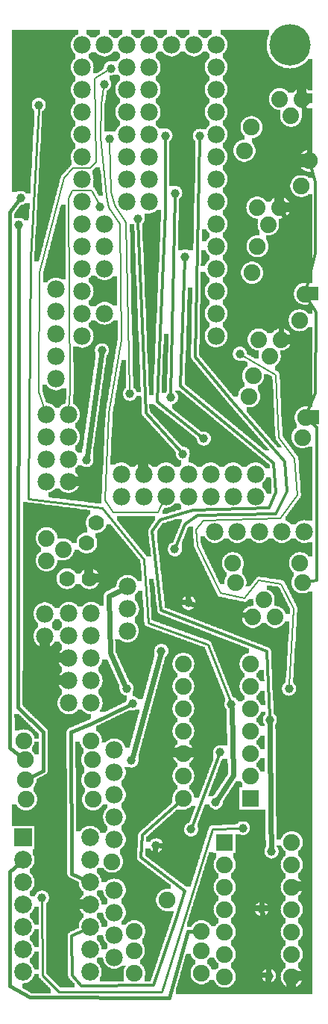
<source format=gtl>
G04 MADE WITH FRITZING*
G04 WWW.FRITZING.ORG*
G04 DOUBLE SIDED*
G04 HOLES PLATED*
G04 CONTOUR ON CENTER OF CONTOUR VECTOR*
%ASAXBY*%
%FSLAX23Y23*%
%MOIN*%
%OFA0B0*%
%SFA1.0B1.0*%
%ADD10C,0.075000*%
%ADD11C,0.078000*%
%ADD12C,0.070000*%
%ADD13C,0.185039*%
%ADD14C,0.079370*%
%ADD15C,0.074000*%
%ADD16C,0.039370*%
%ADD17R,0.079370X0.079370*%
%ADD18R,0.075000X0.075000*%
%ADD19C,0.016000*%
%ADD20C,0.012000*%
%ADD21C,0.024000*%
%ADD22C,0.008000*%
%ADD23C,0.006000*%
%ADD24C,0.010000*%
%LNCOPPER1*%
G90*
G70*
G54D10*
X112Y4263D03*
X755Y4151D03*
X1074Y4281D03*
X555Y2614D03*
X524Y1233D03*
X213Y2173D03*
X893Y1469D03*
X1181Y1949D03*
G54D11*
X454Y3079D03*
G54D12*
X286Y1895D03*
X386Y1895D03*
X374Y2054D03*
X417Y2145D03*
G54D13*
X1282Y4277D03*
G54D11*
X556Y1661D03*
X556Y1861D03*
X556Y1761D03*
X237Y3187D03*
X237Y3087D03*
X237Y2987D03*
X237Y2887D03*
X237Y2787D03*
X237Y3187D03*
X237Y3087D03*
X237Y2987D03*
X237Y2887D03*
X237Y2787D03*
X528Y2263D03*
X628Y2263D03*
X728Y2263D03*
X828Y2263D03*
X928Y2263D03*
X1028Y2263D03*
X1128Y2263D03*
X528Y2263D03*
X628Y2263D03*
X728Y2263D03*
X828Y2263D03*
X928Y2263D03*
X1028Y2263D03*
X1128Y2263D03*
X1128Y2363D03*
X1028Y2363D03*
X928Y2363D03*
X828Y2363D03*
X728Y2363D03*
X628Y2363D03*
X528Y2363D03*
X294Y1740D03*
X294Y1640D03*
X294Y1540D03*
X294Y1440D03*
X294Y1340D03*
X294Y1740D03*
X294Y1640D03*
X294Y1540D03*
X294Y1440D03*
X294Y1340D03*
X394Y1340D03*
X394Y1440D03*
X394Y1540D03*
X394Y1640D03*
X394Y1740D03*
G54D14*
X89Y740D03*
X389Y740D03*
X89Y640D03*
X389Y640D03*
X89Y540D03*
X389Y540D03*
X89Y440D03*
X389Y440D03*
X89Y340D03*
X389Y340D03*
X89Y240D03*
X389Y240D03*
X89Y140D03*
X389Y140D03*
G54D11*
X292Y2329D03*
X292Y2429D03*
X292Y2529D03*
X292Y2629D03*
X292Y2329D03*
X292Y2429D03*
X292Y2529D03*
X292Y2629D03*
X192Y2629D03*
X192Y2529D03*
X192Y2429D03*
X192Y2329D03*
G54D15*
X1337Y4036D03*
X1287Y3961D03*
X1237Y4036D03*
X1337Y4036D03*
X1287Y3961D03*
X1237Y4036D03*
X1236Y3551D03*
X1186Y3476D03*
X1136Y3551D03*
X1236Y3551D03*
X1186Y3476D03*
X1136Y3551D03*
X1116Y1725D03*
X1166Y1800D03*
X1216Y1725D03*
X1116Y1725D03*
X1166Y1800D03*
X1216Y1725D03*
X1242Y2963D03*
X1192Y2888D03*
X1142Y2963D03*
X1242Y2963D03*
X1192Y2888D03*
X1142Y2963D03*
G54D10*
X1334Y3647D03*
X1079Y3805D03*
X1326Y3048D03*
X1113Y3260D03*
X1327Y1964D03*
X1027Y1964D03*
X1338Y2526D03*
X1100Y2708D03*
X1111Y3910D03*
X1371Y3760D03*
X1137Y3379D03*
X1350Y3166D03*
X1038Y1878D03*
X1338Y1878D03*
X1118Y2800D03*
X1353Y2614D03*
X403Y910D03*
X103Y910D03*
X399Y997D03*
X99Y997D03*
X399Y1087D03*
X99Y1087D03*
X887Y135D03*
X587Y135D03*
X885Y234D03*
X585Y234D03*
X887Y321D03*
X587Y321D03*
X733Y461D03*
X487Y632D03*
X392Y1173D03*
X92Y1173D03*
X1106Y915D03*
X806Y915D03*
X1106Y1015D03*
X806Y1015D03*
X1106Y1115D03*
X806Y1115D03*
X1106Y1215D03*
X806Y1215D03*
X1106Y1315D03*
X806Y1315D03*
X1106Y1415D03*
X806Y1415D03*
X1106Y1515D03*
X806Y1515D03*
X990Y719D03*
X1290Y719D03*
X990Y619D03*
X1290Y619D03*
X990Y519D03*
X1290Y519D03*
X990Y419D03*
X1290Y419D03*
X990Y319D03*
X1290Y319D03*
X990Y219D03*
X1290Y219D03*
X990Y119D03*
X1290Y119D03*
G54D11*
X497Y206D03*
X497Y306D03*
X497Y406D03*
X497Y506D03*
X497Y206D03*
X497Y306D03*
X497Y406D03*
X497Y506D03*
X947Y2106D03*
X1047Y2106D03*
X1147Y2106D03*
X1247Y2106D03*
X1347Y2106D03*
X947Y2106D03*
X1047Y2106D03*
X1147Y2106D03*
X1247Y2106D03*
X1347Y2106D03*
X497Y731D03*
X497Y831D03*
X497Y931D03*
X497Y1031D03*
X497Y1131D03*
X497Y731D03*
X497Y831D03*
X497Y931D03*
X497Y1031D03*
X497Y1131D03*
X354Y4277D03*
X354Y4177D03*
X354Y4077D03*
X354Y3977D03*
X354Y3877D03*
X354Y3777D03*
X354Y3677D03*
X354Y3577D03*
X354Y3477D03*
X354Y3377D03*
X354Y3277D03*
X354Y3177D03*
X354Y3077D03*
X354Y2977D03*
X952Y4278D03*
X952Y4178D03*
X952Y4078D03*
X952Y3978D03*
X952Y3878D03*
X952Y3778D03*
X952Y3678D03*
X952Y3578D03*
X952Y3478D03*
X952Y3378D03*
X952Y3278D03*
X952Y3178D03*
X952Y3078D03*
X952Y2978D03*
X454Y3478D03*
X454Y3378D03*
X454Y3278D03*
X852Y4277D03*
X752Y4277D03*
X652Y4277D03*
X552Y4277D03*
X452Y4277D03*
X852Y4277D03*
X752Y4277D03*
X652Y4277D03*
X552Y4277D03*
X452Y4277D03*
X654Y4177D03*
X654Y4077D03*
X654Y3977D03*
X654Y3877D03*
X654Y3777D03*
X654Y3677D03*
X654Y3577D03*
X552Y4178D03*
X552Y4078D03*
X552Y3978D03*
X552Y3878D03*
X552Y3778D03*
X552Y3678D03*
X552Y3578D03*
G54D16*
X159Y4009D03*
X482Y4173D03*
X434Y3556D03*
X452Y4102D03*
X476Y3858D03*
X1021Y1336D03*
X951Y897D03*
X603Y3503D03*
X804Y2453D03*
X880Y3871D03*
X78Y3595D03*
X71Y3475D03*
X814Y3333D03*
X1200Y678D03*
X1193Y1265D03*
X1072Y783D03*
X174Y472D03*
X1188Y123D03*
X1156Y420D03*
X684Y705D03*
X769Y3616D03*
X751Y2704D03*
X725Y3873D03*
X442Y2915D03*
X372Y2424D03*
X552Y1406D03*
X897Y2520D03*
X1058Y2899D03*
X1278Y1404D03*
X579Y1338D03*
X567Y2720D03*
G54D15*
X194Y1976D03*
X269Y2026D03*
X194Y2076D03*
X194Y1976D03*
X269Y2026D03*
X194Y2076D03*
G54D11*
X187Y1738D03*
X187Y1638D03*
G54D16*
X829Y1787D03*
X767Y2027D03*
X574Y1084D03*
X707Y1573D03*
X841Y777D03*
X971Y1120D03*
G54D17*
X89Y740D03*
G54D18*
X1106Y915D03*
X990Y719D03*
G54D19*
X825Y320D02*
X742Y25D01*
D02*
X29Y79D02*
X31Y588D01*
D02*
X119Y27D02*
X29Y79D01*
D02*
X742Y25D02*
X119Y27D01*
D02*
X31Y588D02*
X70Y623D01*
D02*
X864Y321D02*
X825Y320D01*
G54D20*
D02*
X351Y79D02*
X309Y124D01*
D02*
X309Y124D02*
X307Y301D01*
D02*
X307Y301D02*
X366Y329D01*
D02*
X772Y376D02*
X672Y80D01*
D02*
X813Y502D02*
X772Y376D01*
G54D21*
D02*
X1133Y826D02*
X917Y823D01*
D02*
X917Y823D02*
X874Y706D01*
D02*
X874Y706D02*
X802Y706D01*
D02*
X802Y706D02*
X703Y705D01*
D02*
X1155Y439D02*
X1133Y826D01*
G54D20*
D02*
X617Y650D02*
X813Y502D01*
D02*
X672Y80D02*
X351Y79D01*
D02*
X622Y750D02*
X617Y650D01*
D02*
X789Y899D02*
X622Y750D01*
G54D22*
D02*
X163Y3261D02*
X160Y2728D01*
D02*
X273Y3684D02*
X163Y3261D01*
D02*
X160Y2728D02*
X185Y2652D01*
G54D23*
D02*
X411Y4128D02*
X416Y3755D01*
D02*
X416Y3755D02*
X391Y3728D01*
D02*
X470Y4166D02*
X411Y4128D01*
D02*
X391Y3728D02*
X313Y3728D01*
D02*
X313Y3728D02*
X273Y3684D01*
G54D22*
D02*
X293Y3593D02*
X311Y3628D01*
D02*
X311Y3628D02*
X397Y3628D01*
D02*
X300Y2731D02*
X293Y3593D01*
D02*
X294Y2653D02*
X300Y2731D01*
D02*
X463Y3600D02*
X473Y3553D01*
D02*
X494Y2192D02*
X692Y2192D01*
D02*
X436Y3866D02*
X463Y3600D01*
D02*
X474Y2636D02*
X456Y2245D01*
D02*
X528Y2961D02*
X474Y2636D01*
D02*
X450Y4089D02*
X438Y4012D01*
D02*
X524Y3479D02*
X528Y2961D01*
D02*
X473Y3553D02*
X524Y3479D01*
D02*
X692Y2192D02*
X717Y2241D01*
D02*
X456Y2245D02*
X494Y2192D01*
D02*
X566Y2733D02*
X550Y3486D01*
D02*
X498Y3563D02*
X484Y3622D01*
G54D20*
D02*
X1403Y1889D02*
X1361Y1882D01*
D02*
X1402Y2570D02*
X1403Y1889D01*
D02*
X1370Y2599D02*
X1402Y2570D01*
D02*
X1355Y3189D02*
X1396Y3347D01*
D02*
X1396Y3347D02*
X1396Y3665D01*
D02*
X1396Y3665D02*
X1377Y3738D01*
D02*
X1396Y2726D02*
X1398Y3086D01*
D02*
X1361Y2636D02*
X1396Y2726D01*
D02*
X1398Y3086D02*
X1361Y3147D01*
G54D19*
D02*
X307Y579D02*
X304Y1210D01*
D02*
X304Y1210D02*
X393Y1248D01*
D02*
X366Y551D02*
X307Y579D01*
G54D21*
D02*
X961Y913D02*
X1031Y1017D01*
G54D24*
D02*
X915Y1602D02*
X648Y1698D01*
D02*
X648Y1698D02*
X631Y1981D01*
D02*
X1016Y1348D02*
X915Y1602D01*
D02*
X442Y2211D02*
X114Y2253D01*
D02*
X631Y1981D02*
X442Y2211D01*
D02*
X122Y3324D02*
X159Y3996D01*
G54D20*
D02*
X638Y2635D02*
X603Y3490D01*
D02*
X795Y2463D02*
X638Y2635D01*
D02*
X858Y2886D02*
X879Y3858D01*
D02*
X1025Y2686D02*
X858Y2886D01*
D02*
X1269Y2284D02*
X1258Y2419D01*
D02*
X870Y2178D02*
X1218Y2185D01*
D02*
X1258Y2419D02*
X1025Y2686D01*
D02*
X870Y2178D02*
X813Y2139D01*
G54D19*
D02*
X70Y3584D02*
X29Y3530D01*
D02*
X29Y3530D02*
X31Y1141D01*
D02*
X31Y1141D02*
X81Y1102D01*
D02*
X120Y1008D02*
X180Y1039D01*
D02*
X180Y1039D02*
X180Y1210D01*
D02*
X180Y1210D02*
X67Y1321D01*
D02*
X67Y1321D02*
X71Y3461D01*
G54D21*
D02*
X1197Y814D02*
X1193Y1246D01*
D02*
X1200Y697D02*
X1197Y814D01*
D02*
X1186Y142D02*
X1158Y401D01*
G54D24*
D02*
X248Y52D02*
X709Y52D01*
D02*
X175Y125D02*
X248Y52D01*
D02*
X174Y458D02*
X175Y125D01*
G54D20*
D02*
X1220Y2281D02*
X1209Y2413D01*
D02*
X1189Y2210D02*
X1220Y2281D01*
D02*
X793Y2755D02*
X813Y3320D01*
D02*
X848Y2202D02*
X1189Y2210D01*
D02*
X1209Y2413D02*
X793Y2755D01*
D02*
X1192Y1279D02*
X1180Y1571D01*
D02*
X1180Y1571D02*
X707Y1754D01*
D02*
X702Y2158D02*
X848Y2202D01*
D02*
X707Y1754D02*
X667Y2108D01*
D02*
X667Y2108D02*
X702Y2158D01*
D02*
X751Y2718D02*
X769Y3603D01*
G54D21*
D02*
X375Y2443D02*
X439Y2896D01*
G54D22*
D02*
X397Y3628D02*
X428Y3568D01*
D02*
X484Y3622D02*
X476Y3845D01*
G54D24*
D02*
X936Y778D02*
X1059Y782D01*
D02*
X709Y52D02*
X936Y778D01*
G54D21*
D02*
X474Y1817D02*
X478Y1565D01*
D02*
X530Y1846D02*
X474Y1817D01*
D02*
X478Y1565D02*
X544Y1423D01*
G54D22*
D02*
X438Y4012D02*
X436Y3866D01*
G54D20*
D02*
X725Y3534D02*
X725Y3859D01*
D02*
X887Y2528D02*
X688Y2685D01*
D02*
X688Y2685D02*
X725Y3534D01*
G54D22*
D02*
X1081Y1808D02*
X1144Y1887D01*
D02*
X1144Y1887D02*
X1244Y1873D01*
D02*
X972Y1830D02*
X1081Y1808D01*
D02*
X863Y2115D02*
X870Y2041D01*
D02*
X870Y2041D02*
X972Y1830D01*
D02*
X1240Y2166D02*
X896Y2156D01*
D02*
X896Y2156D02*
X863Y2115D01*
D02*
X1316Y2268D02*
X1240Y2166D01*
D02*
X1304Y2430D02*
X1316Y2268D01*
D02*
X1233Y2526D02*
X1304Y2430D01*
D02*
X1220Y2806D02*
X1233Y2526D01*
D02*
X1244Y1873D02*
X1300Y1761D01*
D02*
X1069Y2892D02*
X1220Y2806D01*
G54D21*
D02*
X847Y1783D02*
X1089Y1730D01*
G54D20*
D02*
X1218Y2185D02*
X1269Y2284D01*
G54D22*
D02*
X550Y3486D02*
X498Y3563D01*
G54D19*
D02*
X393Y1248D02*
X567Y1332D01*
G54D21*
D02*
X1270Y3489D02*
X1249Y3527D01*
D02*
X1244Y2990D02*
X1270Y3489D01*
D02*
X1371Y3865D02*
X1371Y3789D01*
D02*
X1343Y4009D02*
X1371Y3865D01*
G54D24*
D02*
X114Y2253D02*
X122Y3324D01*
G54D20*
D02*
X813Y2139D02*
X772Y2039D01*
G54D22*
D02*
X1300Y1761D02*
X1279Y1418D01*
G54D21*
D02*
X579Y1102D02*
X702Y1554D01*
D02*
X1031Y1017D02*
X1022Y1317D01*
G54D20*
D02*
X846Y789D02*
X966Y1107D01*
G36*
X40Y4344D02*
X40Y4042D01*
X160Y4042D01*
X160Y4040D01*
X170Y4040D01*
X170Y4038D01*
X174Y4038D01*
X174Y4036D01*
X178Y4036D01*
X178Y4034D01*
X180Y4034D01*
X180Y4032D01*
X182Y4032D01*
X182Y4030D01*
X184Y4030D01*
X184Y4028D01*
X186Y4028D01*
X186Y4024D01*
X188Y4024D01*
X188Y4020D01*
X190Y4020D01*
X190Y3998D01*
X188Y3998D01*
X188Y3994D01*
X186Y3994D01*
X186Y3992D01*
X184Y3992D01*
X184Y3988D01*
X182Y3988D01*
X182Y3986D01*
X180Y3986D01*
X180Y3984D01*
X176Y3984D01*
X176Y3982D01*
X174Y3982D01*
X174Y3948D01*
X172Y3948D01*
X172Y3912D01*
X170Y3912D01*
X170Y3874D01*
X168Y3874D01*
X168Y3838D01*
X166Y3838D01*
X166Y3800D01*
X164Y3800D01*
X164Y3764D01*
X162Y3764D01*
X162Y3728D01*
X160Y3728D01*
X160Y3690D01*
X158Y3690D01*
X158Y3654D01*
X156Y3654D01*
X156Y3616D01*
X154Y3616D01*
X154Y3580D01*
X152Y3580D01*
X152Y3542D01*
X150Y3542D01*
X150Y3506D01*
X148Y3506D01*
X148Y3468D01*
X146Y3468D01*
X146Y3432D01*
X144Y3432D01*
X144Y3394D01*
X142Y3394D01*
X142Y3358D01*
X140Y3358D01*
X140Y3310D01*
X160Y3310D01*
X160Y3318D01*
X162Y3318D01*
X162Y3326D01*
X164Y3326D01*
X164Y3332D01*
X166Y3332D01*
X166Y3340D01*
X168Y3340D01*
X168Y3348D01*
X170Y3348D01*
X170Y3356D01*
X172Y3356D01*
X172Y3364D01*
X174Y3364D01*
X174Y3372D01*
X176Y3372D01*
X176Y3378D01*
X178Y3378D01*
X178Y3386D01*
X180Y3386D01*
X180Y3394D01*
X182Y3394D01*
X182Y3402D01*
X184Y3402D01*
X184Y3410D01*
X186Y3410D01*
X186Y3418D01*
X188Y3418D01*
X188Y3424D01*
X190Y3424D01*
X190Y3432D01*
X192Y3432D01*
X192Y3440D01*
X194Y3440D01*
X194Y3448D01*
X196Y3448D01*
X196Y3456D01*
X198Y3456D01*
X198Y3462D01*
X200Y3462D01*
X200Y3470D01*
X202Y3470D01*
X202Y3478D01*
X204Y3478D01*
X204Y3486D01*
X206Y3486D01*
X206Y3494D01*
X208Y3494D01*
X208Y3502D01*
X210Y3502D01*
X210Y3508D01*
X212Y3508D01*
X212Y3516D01*
X214Y3516D01*
X214Y3524D01*
X216Y3524D01*
X216Y3532D01*
X218Y3532D01*
X218Y3540D01*
X220Y3540D01*
X220Y3548D01*
X222Y3548D01*
X222Y3554D01*
X224Y3554D01*
X224Y3562D01*
X226Y3562D01*
X226Y3570D01*
X228Y3570D01*
X228Y3578D01*
X230Y3578D01*
X230Y3586D01*
X232Y3586D01*
X232Y3594D01*
X234Y3594D01*
X234Y3600D01*
X236Y3600D01*
X236Y3608D01*
X238Y3608D01*
X238Y3616D01*
X240Y3616D01*
X240Y3624D01*
X242Y3624D01*
X242Y3632D01*
X244Y3632D01*
X244Y3638D01*
X246Y3638D01*
X246Y3646D01*
X248Y3646D01*
X248Y3654D01*
X250Y3654D01*
X250Y3662D01*
X252Y3662D01*
X252Y3670D01*
X254Y3670D01*
X254Y3678D01*
X256Y3678D01*
X256Y3684D01*
X258Y3684D01*
X258Y3692D01*
X260Y3692D01*
X260Y3694D01*
X262Y3694D01*
X262Y3696D01*
X264Y3696D01*
X264Y3698D01*
X266Y3698D01*
X266Y3700D01*
X268Y3700D01*
X268Y3702D01*
X270Y3702D01*
X270Y3704D01*
X272Y3704D01*
X272Y3706D01*
X274Y3706D01*
X274Y3708D01*
X276Y3708D01*
X276Y3710D01*
X278Y3710D01*
X278Y3712D01*
X280Y3712D01*
X280Y3714D01*
X282Y3714D01*
X282Y3718D01*
X284Y3718D01*
X284Y3720D01*
X286Y3720D01*
X286Y3722D01*
X288Y3722D01*
X288Y3724D01*
X290Y3724D01*
X290Y3726D01*
X292Y3726D01*
X292Y3728D01*
X294Y3728D01*
X294Y3730D01*
X296Y3730D01*
X296Y3732D01*
X298Y3732D01*
X298Y3734D01*
X300Y3734D01*
X300Y3738D01*
X302Y3738D01*
X302Y3740D01*
X306Y3740D01*
X306Y3764D01*
X304Y3764D01*
X304Y3790D01*
X306Y3790D01*
X306Y3798D01*
X308Y3798D01*
X308Y3800D01*
X310Y3800D01*
X310Y3804D01*
X312Y3804D01*
X312Y3808D01*
X314Y3808D01*
X314Y3810D01*
X316Y3810D01*
X316Y3812D01*
X318Y3812D01*
X318Y3814D01*
X320Y3814D01*
X320Y3816D01*
X322Y3816D01*
X322Y3818D01*
X324Y3818D01*
X324Y3838D01*
X320Y3838D01*
X320Y3840D01*
X318Y3840D01*
X318Y3842D01*
X316Y3842D01*
X316Y3846D01*
X314Y3846D01*
X314Y3848D01*
X312Y3848D01*
X312Y3850D01*
X310Y3850D01*
X310Y3854D01*
X308Y3854D01*
X308Y3858D01*
X306Y3858D01*
X306Y3864D01*
X304Y3864D01*
X304Y3890D01*
X306Y3890D01*
X306Y3898D01*
X308Y3898D01*
X308Y3900D01*
X310Y3900D01*
X310Y3904D01*
X312Y3904D01*
X312Y3908D01*
X314Y3908D01*
X314Y3910D01*
X316Y3910D01*
X316Y3912D01*
X318Y3912D01*
X318Y3914D01*
X320Y3914D01*
X320Y3916D01*
X322Y3916D01*
X322Y3918D01*
X324Y3918D01*
X324Y3938D01*
X320Y3938D01*
X320Y3940D01*
X318Y3940D01*
X318Y3942D01*
X316Y3942D01*
X316Y3946D01*
X314Y3946D01*
X314Y3948D01*
X312Y3948D01*
X312Y3950D01*
X310Y3950D01*
X310Y3954D01*
X308Y3954D01*
X308Y3958D01*
X306Y3958D01*
X306Y3964D01*
X304Y3964D01*
X304Y3990D01*
X306Y3990D01*
X306Y3998D01*
X308Y3998D01*
X308Y4000D01*
X310Y4000D01*
X310Y4004D01*
X312Y4004D01*
X312Y4008D01*
X314Y4008D01*
X314Y4010D01*
X316Y4010D01*
X316Y4012D01*
X318Y4012D01*
X318Y4014D01*
X320Y4014D01*
X320Y4016D01*
X322Y4016D01*
X322Y4018D01*
X324Y4018D01*
X324Y4038D01*
X320Y4038D01*
X320Y4040D01*
X318Y4040D01*
X318Y4042D01*
X316Y4042D01*
X316Y4046D01*
X314Y4046D01*
X314Y4048D01*
X312Y4048D01*
X312Y4050D01*
X310Y4050D01*
X310Y4054D01*
X308Y4054D01*
X308Y4058D01*
X306Y4058D01*
X306Y4064D01*
X304Y4064D01*
X304Y4090D01*
X306Y4090D01*
X306Y4098D01*
X308Y4098D01*
X308Y4100D01*
X310Y4100D01*
X310Y4104D01*
X312Y4104D01*
X312Y4108D01*
X314Y4108D01*
X314Y4110D01*
X316Y4110D01*
X316Y4112D01*
X318Y4112D01*
X318Y4114D01*
X320Y4114D01*
X320Y4116D01*
X322Y4116D01*
X322Y4118D01*
X324Y4118D01*
X324Y4138D01*
X320Y4138D01*
X320Y4140D01*
X318Y4140D01*
X318Y4142D01*
X316Y4142D01*
X316Y4146D01*
X314Y4146D01*
X314Y4148D01*
X312Y4148D01*
X312Y4150D01*
X310Y4150D01*
X310Y4154D01*
X308Y4154D01*
X308Y4158D01*
X306Y4158D01*
X306Y4164D01*
X304Y4164D01*
X304Y4190D01*
X306Y4190D01*
X306Y4198D01*
X308Y4198D01*
X308Y4200D01*
X310Y4200D01*
X310Y4204D01*
X312Y4204D01*
X312Y4208D01*
X314Y4208D01*
X314Y4210D01*
X316Y4210D01*
X316Y4212D01*
X318Y4212D01*
X318Y4214D01*
X320Y4214D01*
X320Y4216D01*
X322Y4216D01*
X322Y4218D01*
X324Y4218D01*
X324Y4238D01*
X320Y4238D01*
X320Y4240D01*
X318Y4240D01*
X318Y4242D01*
X316Y4242D01*
X316Y4246D01*
X314Y4246D01*
X314Y4248D01*
X312Y4248D01*
X312Y4250D01*
X310Y4250D01*
X310Y4254D01*
X308Y4254D01*
X308Y4258D01*
X306Y4258D01*
X306Y4264D01*
X304Y4264D01*
X304Y4290D01*
X306Y4290D01*
X306Y4298D01*
X308Y4298D01*
X308Y4300D01*
X310Y4300D01*
X310Y4304D01*
X312Y4304D01*
X312Y4308D01*
X314Y4308D01*
X314Y4310D01*
X316Y4310D01*
X316Y4312D01*
X318Y4312D01*
X318Y4314D01*
X320Y4314D01*
X320Y4316D01*
X322Y4316D01*
X322Y4318D01*
X324Y4318D01*
X324Y4320D01*
X328Y4320D01*
X328Y4322D01*
X332Y4322D01*
X332Y4324D01*
X336Y4324D01*
X336Y4344D01*
X40Y4344D01*
G37*
D02*
G36*
X40Y4042D02*
X40Y3626D01*
X88Y3626D01*
X88Y3624D01*
X92Y3624D01*
X92Y3622D01*
X96Y3622D01*
X96Y3620D01*
X98Y3620D01*
X98Y3618D01*
X100Y3618D01*
X100Y3616D01*
X122Y3616D01*
X122Y3654D01*
X124Y3654D01*
X124Y3690D01*
X126Y3690D01*
X126Y3728D01*
X128Y3728D01*
X128Y3764D01*
X130Y3764D01*
X130Y3802D01*
X132Y3802D01*
X132Y3838D01*
X134Y3838D01*
X134Y3876D01*
X136Y3876D01*
X136Y3912D01*
X138Y3912D01*
X138Y3950D01*
X140Y3950D01*
X140Y3986D01*
X136Y3986D01*
X136Y3990D01*
X134Y3990D01*
X134Y3992D01*
X132Y3992D01*
X132Y3996D01*
X130Y3996D01*
X130Y4000D01*
X128Y4000D01*
X128Y4018D01*
X130Y4018D01*
X130Y4024D01*
X132Y4024D01*
X132Y4026D01*
X134Y4026D01*
X134Y4030D01*
X136Y4030D01*
X136Y4032D01*
X138Y4032D01*
X138Y4034D01*
X140Y4034D01*
X140Y4036D01*
X144Y4036D01*
X144Y4038D01*
X148Y4038D01*
X148Y4040D01*
X158Y4040D01*
X158Y4042D01*
X40Y4042D01*
G37*
D02*
G36*
X40Y3626D02*
X40Y3620D01*
X60Y3620D01*
X60Y3622D01*
X64Y3622D01*
X64Y3624D01*
X68Y3624D01*
X68Y3626D01*
X40Y3626D01*
G37*
D02*
G36*
X372Y4344D02*
X372Y4324D01*
X376Y4324D01*
X376Y4322D01*
X380Y4322D01*
X380Y4320D01*
X384Y4320D01*
X384Y4318D01*
X386Y4318D01*
X386Y4316D01*
X388Y4316D01*
X388Y4314D01*
X390Y4314D01*
X390Y4312D01*
X392Y4312D01*
X392Y4310D01*
X414Y4310D01*
X414Y4312D01*
X416Y4312D01*
X416Y4314D01*
X418Y4314D01*
X418Y4316D01*
X420Y4316D01*
X420Y4318D01*
X422Y4318D01*
X422Y4320D01*
X426Y4320D01*
X426Y4322D01*
X430Y4322D01*
X430Y4324D01*
X434Y4324D01*
X434Y4344D01*
X372Y4344D01*
G37*
D02*
G36*
X472Y4344D02*
X472Y4324D01*
X476Y4324D01*
X476Y4322D01*
X478Y4322D01*
X478Y4320D01*
X482Y4320D01*
X482Y4318D01*
X484Y4318D01*
X484Y4316D01*
X486Y4316D01*
X486Y4314D01*
X490Y4314D01*
X490Y4310D01*
X492Y4310D01*
X492Y4308D01*
X512Y4308D01*
X512Y4310D01*
X514Y4310D01*
X514Y4312D01*
X516Y4312D01*
X516Y4314D01*
X518Y4314D01*
X518Y4316D01*
X520Y4316D01*
X520Y4318D01*
X522Y4318D01*
X522Y4320D01*
X526Y4320D01*
X526Y4322D01*
X530Y4322D01*
X530Y4324D01*
X534Y4324D01*
X534Y4344D01*
X472Y4344D01*
G37*
D02*
G36*
X572Y4344D02*
X572Y4324D01*
X576Y4324D01*
X576Y4322D01*
X578Y4322D01*
X578Y4320D01*
X582Y4320D01*
X582Y4318D01*
X584Y4318D01*
X584Y4316D01*
X586Y4316D01*
X586Y4314D01*
X590Y4314D01*
X590Y4310D01*
X592Y4310D01*
X592Y4308D01*
X612Y4308D01*
X612Y4310D01*
X614Y4310D01*
X614Y4312D01*
X616Y4312D01*
X616Y4314D01*
X618Y4314D01*
X618Y4316D01*
X620Y4316D01*
X620Y4318D01*
X622Y4318D01*
X622Y4320D01*
X626Y4320D01*
X626Y4322D01*
X630Y4322D01*
X630Y4324D01*
X634Y4324D01*
X634Y4344D01*
X572Y4344D01*
G37*
D02*
G36*
X672Y4344D02*
X672Y4324D01*
X676Y4324D01*
X676Y4322D01*
X678Y4322D01*
X678Y4320D01*
X682Y4320D01*
X682Y4318D01*
X684Y4318D01*
X684Y4316D01*
X686Y4316D01*
X686Y4314D01*
X690Y4314D01*
X690Y4310D01*
X692Y4310D01*
X692Y4308D01*
X712Y4308D01*
X712Y4310D01*
X714Y4310D01*
X714Y4312D01*
X716Y4312D01*
X716Y4314D01*
X718Y4314D01*
X718Y4316D01*
X720Y4316D01*
X720Y4318D01*
X722Y4318D01*
X722Y4320D01*
X726Y4320D01*
X726Y4322D01*
X730Y4322D01*
X730Y4324D01*
X734Y4324D01*
X734Y4344D01*
X672Y4344D01*
G37*
D02*
G36*
X772Y4344D02*
X772Y4324D01*
X776Y4324D01*
X776Y4322D01*
X778Y4322D01*
X778Y4320D01*
X782Y4320D01*
X782Y4318D01*
X784Y4318D01*
X784Y4316D01*
X786Y4316D01*
X786Y4314D01*
X790Y4314D01*
X790Y4310D01*
X792Y4310D01*
X792Y4308D01*
X812Y4308D01*
X812Y4310D01*
X814Y4310D01*
X814Y4312D01*
X816Y4312D01*
X816Y4314D01*
X818Y4314D01*
X818Y4316D01*
X820Y4316D01*
X820Y4318D01*
X822Y4318D01*
X822Y4320D01*
X826Y4320D01*
X826Y4322D01*
X830Y4322D01*
X830Y4324D01*
X834Y4324D01*
X834Y4344D01*
X772Y4344D01*
G37*
D02*
G36*
X872Y4344D02*
X872Y4324D01*
X876Y4324D01*
X876Y4322D01*
X878Y4322D01*
X878Y4320D01*
X882Y4320D01*
X882Y4318D01*
X884Y4318D01*
X884Y4316D01*
X886Y4316D01*
X886Y4314D01*
X890Y4314D01*
X890Y4310D01*
X892Y4310D01*
X892Y4308D01*
X912Y4308D01*
X912Y4310D01*
X914Y4310D01*
X914Y4312D01*
X916Y4312D01*
X916Y4316D01*
X920Y4316D01*
X920Y4318D01*
X922Y4318D01*
X922Y4320D01*
X924Y4320D01*
X924Y4322D01*
X928Y4322D01*
X928Y4324D01*
X932Y4324D01*
X932Y4344D01*
X872Y4344D01*
G37*
D02*
G36*
X692Y4248D02*
X692Y4244D01*
X690Y4244D01*
X690Y4242D01*
X688Y4242D01*
X688Y4240D01*
X686Y4240D01*
X686Y4238D01*
X684Y4238D01*
X684Y4226D01*
X748Y4226D01*
X748Y4228D01*
X738Y4228D01*
X738Y4230D01*
X732Y4230D01*
X732Y4232D01*
X728Y4232D01*
X728Y4234D01*
X724Y4234D01*
X724Y4236D01*
X722Y4236D01*
X722Y4238D01*
X720Y4238D01*
X720Y4240D01*
X718Y4240D01*
X718Y4242D01*
X716Y4242D01*
X716Y4244D01*
X714Y4244D01*
X714Y4246D01*
X712Y4246D01*
X712Y4248D01*
X692Y4248D01*
G37*
D02*
G36*
X792Y4248D02*
X792Y4244D01*
X790Y4244D01*
X790Y4242D01*
X788Y4242D01*
X788Y4240D01*
X786Y4240D01*
X786Y4238D01*
X782Y4238D01*
X782Y4236D01*
X780Y4236D01*
X780Y4234D01*
X776Y4234D01*
X776Y4232D01*
X772Y4232D01*
X772Y4230D01*
X768Y4230D01*
X768Y4228D01*
X758Y4228D01*
X758Y4226D01*
X848Y4226D01*
X848Y4228D01*
X838Y4228D01*
X838Y4230D01*
X832Y4230D01*
X832Y4232D01*
X828Y4232D01*
X828Y4234D01*
X824Y4234D01*
X824Y4236D01*
X822Y4236D01*
X822Y4238D01*
X820Y4238D01*
X820Y4240D01*
X818Y4240D01*
X818Y4242D01*
X816Y4242D01*
X816Y4244D01*
X814Y4244D01*
X814Y4246D01*
X812Y4246D01*
X812Y4248D01*
X792Y4248D01*
G37*
D02*
G36*
X892Y4248D02*
X892Y4244D01*
X890Y4244D01*
X890Y4242D01*
X888Y4242D01*
X888Y4240D01*
X886Y4240D01*
X886Y4238D01*
X882Y4238D01*
X882Y4236D01*
X880Y4236D01*
X880Y4234D01*
X876Y4234D01*
X876Y4232D01*
X872Y4232D01*
X872Y4230D01*
X868Y4230D01*
X868Y4228D01*
X858Y4228D01*
X858Y4226D01*
X922Y4226D01*
X922Y4238D01*
X920Y4238D01*
X920Y4240D01*
X918Y4240D01*
X918Y4242D01*
X916Y4242D01*
X916Y4244D01*
X914Y4244D01*
X914Y4246D01*
X912Y4246D01*
X912Y4248D01*
X892Y4248D01*
G37*
D02*
G36*
X684Y4226D02*
X684Y4224D01*
X922Y4224D01*
X922Y4226D01*
X684Y4226D01*
G37*
D02*
G36*
X684Y4226D02*
X684Y4224D01*
X922Y4224D01*
X922Y4226D01*
X684Y4226D01*
G37*
D02*
G36*
X684Y4226D02*
X684Y4224D01*
X922Y4224D01*
X922Y4226D01*
X684Y4226D01*
G37*
D02*
G36*
X684Y4224D02*
X684Y4218D01*
X686Y4218D01*
X686Y4216D01*
X688Y4216D01*
X688Y4214D01*
X690Y4214D01*
X690Y4212D01*
X692Y4212D01*
X692Y4210D01*
X694Y4210D01*
X694Y4208D01*
X696Y4208D01*
X696Y4204D01*
X698Y4204D01*
X698Y4200D01*
X700Y4200D01*
X700Y4196D01*
X702Y4196D01*
X702Y4190D01*
X704Y4190D01*
X704Y4164D01*
X702Y4164D01*
X702Y4158D01*
X700Y4158D01*
X700Y4154D01*
X698Y4154D01*
X698Y4150D01*
X696Y4150D01*
X696Y4148D01*
X694Y4148D01*
X694Y4146D01*
X692Y4146D01*
X692Y4142D01*
X690Y4142D01*
X690Y4140D01*
X686Y4140D01*
X686Y4138D01*
X684Y4138D01*
X684Y4118D01*
X686Y4118D01*
X686Y4116D01*
X688Y4116D01*
X688Y4114D01*
X690Y4114D01*
X690Y4112D01*
X692Y4112D01*
X692Y4110D01*
X694Y4110D01*
X694Y4108D01*
X696Y4108D01*
X696Y4104D01*
X698Y4104D01*
X698Y4100D01*
X700Y4100D01*
X700Y4096D01*
X702Y4096D01*
X702Y4090D01*
X704Y4090D01*
X704Y4064D01*
X702Y4064D01*
X702Y4058D01*
X700Y4058D01*
X700Y4054D01*
X698Y4054D01*
X698Y4050D01*
X696Y4050D01*
X696Y4048D01*
X694Y4048D01*
X694Y4046D01*
X692Y4046D01*
X692Y4042D01*
X690Y4042D01*
X690Y4040D01*
X686Y4040D01*
X686Y4038D01*
X684Y4038D01*
X684Y4018D01*
X686Y4018D01*
X686Y4016D01*
X688Y4016D01*
X688Y4014D01*
X690Y4014D01*
X690Y4012D01*
X692Y4012D01*
X692Y4010D01*
X694Y4010D01*
X694Y4008D01*
X696Y4008D01*
X696Y4004D01*
X698Y4004D01*
X698Y4000D01*
X700Y4000D01*
X700Y3996D01*
X702Y3996D01*
X702Y3990D01*
X704Y3990D01*
X704Y3964D01*
X702Y3964D01*
X702Y3958D01*
X700Y3958D01*
X700Y3954D01*
X698Y3954D01*
X698Y3950D01*
X696Y3950D01*
X696Y3948D01*
X694Y3948D01*
X694Y3946D01*
X692Y3946D01*
X692Y3942D01*
X690Y3942D01*
X690Y3940D01*
X686Y3940D01*
X686Y3938D01*
X684Y3938D01*
X684Y3918D01*
X686Y3918D01*
X686Y3916D01*
X688Y3916D01*
X688Y3914D01*
X690Y3914D01*
X690Y3912D01*
X692Y3912D01*
X692Y3910D01*
X694Y3910D01*
X694Y3908D01*
X696Y3908D01*
X696Y3904D01*
X882Y3904D01*
X882Y3902D01*
X908Y3902D01*
X908Y3904D01*
X910Y3904D01*
X910Y3908D01*
X912Y3908D01*
X912Y3910D01*
X914Y3910D01*
X914Y3912D01*
X916Y3912D01*
X916Y3916D01*
X920Y3916D01*
X920Y3918D01*
X922Y3918D01*
X922Y3938D01*
X920Y3938D01*
X920Y3940D01*
X918Y3940D01*
X918Y3942D01*
X916Y3942D01*
X916Y3944D01*
X914Y3944D01*
X914Y3946D01*
X912Y3946D01*
X912Y3948D01*
X910Y3948D01*
X910Y3952D01*
X908Y3952D01*
X908Y3956D01*
X906Y3956D01*
X906Y3960D01*
X904Y3960D01*
X904Y3966D01*
X902Y3966D01*
X902Y3990D01*
X904Y3990D01*
X904Y3998D01*
X906Y3998D01*
X906Y4002D01*
X908Y4002D01*
X908Y4004D01*
X910Y4004D01*
X910Y4008D01*
X912Y4008D01*
X912Y4010D01*
X914Y4010D01*
X914Y4012D01*
X916Y4012D01*
X916Y4016D01*
X920Y4016D01*
X920Y4018D01*
X922Y4018D01*
X922Y4038D01*
X920Y4038D01*
X920Y4040D01*
X918Y4040D01*
X918Y4042D01*
X916Y4042D01*
X916Y4044D01*
X914Y4044D01*
X914Y4046D01*
X912Y4046D01*
X912Y4048D01*
X910Y4048D01*
X910Y4052D01*
X908Y4052D01*
X908Y4056D01*
X906Y4056D01*
X906Y4060D01*
X904Y4060D01*
X904Y4066D01*
X902Y4066D01*
X902Y4090D01*
X904Y4090D01*
X904Y4098D01*
X906Y4098D01*
X906Y4102D01*
X908Y4102D01*
X908Y4104D01*
X910Y4104D01*
X910Y4108D01*
X912Y4108D01*
X912Y4110D01*
X914Y4110D01*
X914Y4112D01*
X916Y4112D01*
X916Y4116D01*
X920Y4116D01*
X920Y4118D01*
X922Y4118D01*
X922Y4138D01*
X920Y4138D01*
X920Y4140D01*
X918Y4140D01*
X918Y4142D01*
X916Y4142D01*
X916Y4144D01*
X914Y4144D01*
X914Y4146D01*
X912Y4146D01*
X912Y4148D01*
X910Y4148D01*
X910Y4152D01*
X908Y4152D01*
X908Y4156D01*
X906Y4156D01*
X906Y4160D01*
X904Y4160D01*
X904Y4166D01*
X902Y4166D01*
X902Y4190D01*
X904Y4190D01*
X904Y4198D01*
X906Y4198D01*
X906Y4202D01*
X908Y4202D01*
X908Y4204D01*
X910Y4204D01*
X910Y4208D01*
X912Y4208D01*
X912Y4210D01*
X914Y4210D01*
X914Y4212D01*
X916Y4212D01*
X916Y4216D01*
X920Y4216D01*
X920Y4218D01*
X922Y4218D01*
X922Y4224D01*
X684Y4224D01*
G37*
D02*
G36*
X736Y3904D02*
X736Y3902D01*
X740Y3902D01*
X740Y3900D01*
X744Y3900D01*
X744Y3898D01*
X746Y3898D01*
X746Y3896D01*
X748Y3896D01*
X748Y3894D01*
X750Y3894D01*
X750Y3892D01*
X752Y3892D01*
X752Y3888D01*
X754Y3888D01*
X754Y3884D01*
X756Y3884D01*
X756Y3874D01*
X758Y3874D01*
X758Y3872D01*
X756Y3872D01*
X756Y3862D01*
X754Y3862D01*
X754Y3858D01*
X752Y3858D01*
X752Y3854D01*
X750Y3854D01*
X750Y3852D01*
X748Y3852D01*
X748Y3850D01*
X746Y3850D01*
X746Y3848D01*
X744Y3848D01*
X744Y3648D01*
X778Y3648D01*
X778Y3646D01*
X784Y3646D01*
X784Y3644D01*
X788Y3644D01*
X788Y3642D01*
X790Y3642D01*
X790Y3640D01*
X792Y3640D01*
X792Y3638D01*
X794Y3638D01*
X794Y3636D01*
X796Y3636D01*
X796Y3632D01*
X798Y3632D01*
X798Y3628D01*
X800Y3628D01*
X800Y3618D01*
X802Y3618D01*
X802Y3616D01*
X800Y3616D01*
X800Y3606D01*
X798Y3606D01*
X798Y3602D01*
X796Y3602D01*
X796Y3598D01*
X794Y3598D01*
X794Y3596D01*
X792Y3596D01*
X792Y3594D01*
X790Y3594D01*
X790Y3592D01*
X788Y3592D01*
X788Y3590D01*
X786Y3590D01*
X786Y3496D01*
X784Y3496D01*
X784Y3398D01*
X782Y3398D01*
X782Y3366D01*
X818Y3366D01*
X818Y3364D01*
X826Y3364D01*
X826Y3362D01*
X830Y3362D01*
X830Y3360D01*
X850Y3360D01*
X850Y3392D01*
X852Y3392D01*
X852Y3482D01*
X854Y3482D01*
X854Y3572D01*
X856Y3572D01*
X856Y3662D01*
X858Y3662D01*
X858Y3752D01*
X860Y3752D01*
X860Y3848D01*
X858Y3848D01*
X858Y3850D01*
X856Y3850D01*
X856Y3852D01*
X854Y3852D01*
X854Y3854D01*
X852Y3854D01*
X852Y3858D01*
X850Y3858D01*
X850Y3864D01*
X848Y3864D01*
X848Y3878D01*
X850Y3878D01*
X850Y3884D01*
X852Y3884D01*
X852Y3888D01*
X854Y3888D01*
X854Y3892D01*
X856Y3892D01*
X856Y3894D01*
X858Y3894D01*
X858Y3896D01*
X862Y3896D01*
X862Y3898D01*
X864Y3898D01*
X864Y3900D01*
X868Y3900D01*
X868Y3902D01*
X878Y3902D01*
X878Y3904D01*
X736Y3904D01*
G37*
D02*
G36*
X782Y3366D02*
X782Y3362D01*
X802Y3362D01*
X802Y3364D01*
X810Y3364D01*
X810Y3366D01*
X782Y3366D01*
G37*
D02*
G36*
X492Y4248D02*
X492Y4244D01*
X490Y4244D01*
X490Y4242D01*
X488Y4242D01*
X488Y4240D01*
X486Y4240D01*
X486Y4238D01*
X482Y4238D01*
X482Y4236D01*
X480Y4236D01*
X480Y4234D01*
X476Y4234D01*
X476Y4232D01*
X472Y4232D01*
X472Y4230D01*
X468Y4230D01*
X468Y4228D01*
X458Y4228D01*
X458Y4226D01*
X522Y4226D01*
X522Y4238D01*
X520Y4238D01*
X520Y4240D01*
X518Y4240D01*
X518Y4242D01*
X516Y4242D01*
X516Y4244D01*
X514Y4244D01*
X514Y4246D01*
X512Y4246D01*
X512Y4248D01*
X492Y4248D01*
G37*
D02*
G36*
X394Y4246D02*
X394Y4244D01*
X392Y4244D01*
X392Y4242D01*
X390Y4242D01*
X390Y4240D01*
X388Y4240D01*
X388Y4238D01*
X384Y4238D01*
X384Y4226D01*
X448Y4226D01*
X448Y4228D01*
X438Y4228D01*
X438Y4230D01*
X432Y4230D01*
X432Y4232D01*
X428Y4232D01*
X428Y4234D01*
X424Y4234D01*
X424Y4236D01*
X422Y4236D01*
X422Y4238D01*
X420Y4238D01*
X420Y4240D01*
X418Y4240D01*
X418Y4242D01*
X416Y4242D01*
X416Y4244D01*
X414Y4244D01*
X414Y4246D01*
X394Y4246D01*
G37*
D02*
G36*
X384Y4226D02*
X384Y4224D01*
X522Y4224D01*
X522Y4226D01*
X384Y4226D01*
G37*
D02*
G36*
X384Y4226D02*
X384Y4224D01*
X522Y4224D01*
X522Y4226D01*
X384Y4226D01*
G37*
D02*
G36*
X384Y4224D02*
X384Y4218D01*
X386Y4218D01*
X386Y4216D01*
X388Y4216D01*
X388Y4214D01*
X390Y4214D01*
X390Y4212D01*
X392Y4212D01*
X392Y4210D01*
X394Y4210D01*
X394Y4208D01*
X396Y4208D01*
X396Y4206D01*
X484Y4206D01*
X484Y4204D01*
X510Y4204D01*
X510Y4208D01*
X512Y4208D01*
X512Y4210D01*
X514Y4210D01*
X514Y4212D01*
X516Y4212D01*
X516Y4216D01*
X520Y4216D01*
X520Y4218D01*
X522Y4218D01*
X522Y4224D01*
X384Y4224D01*
G37*
D02*
G36*
X396Y4206D02*
X396Y4204D01*
X398Y4204D01*
X398Y4200D01*
X400Y4200D01*
X400Y4198D01*
X402Y4198D01*
X402Y4192D01*
X404Y4192D01*
X404Y4178D01*
X406Y4178D01*
X406Y4176D01*
X404Y4176D01*
X404Y4164D01*
X402Y4164D01*
X402Y4152D01*
X422Y4152D01*
X422Y4154D01*
X424Y4154D01*
X424Y4156D01*
X428Y4156D01*
X428Y4158D01*
X432Y4158D01*
X432Y4160D01*
X434Y4160D01*
X434Y4162D01*
X438Y4162D01*
X438Y4164D01*
X440Y4164D01*
X440Y4166D01*
X444Y4166D01*
X444Y4168D01*
X446Y4168D01*
X446Y4170D01*
X450Y4170D01*
X450Y4182D01*
X452Y4182D01*
X452Y4186D01*
X454Y4186D01*
X454Y4190D01*
X456Y4190D01*
X456Y4194D01*
X458Y4194D01*
X458Y4196D01*
X460Y4196D01*
X460Y4198D01*
X464Y4198D01*
X464Y4200D01*
X466Y4200D01*
X466Y4202D01*
X470Y4202D01*
X470Y4204D01*
X480Y4204D01*
X480Y4206D01*
X396Y4206D01*
G37*
D02*
G36*
X490Y4144D02*
X490Y4142D01*
X476Y4142D01*
X476Y4122D01*
X478Y4122D01*
X478Y4118D01*
X480Y4118D01*
X480Y4114D01*
X482Y4114D01*
X482Y4108D01*
X484Y4108D01*
X484Y4098D01*
X482Y4098D01*
X482Y4090D01*
X480Y4090D01*
X480Y4086D01*
X478Y4086D01*
X478Y4084D01*
X476Y4084D01*
X476Y4080D01*
X472Y4080D01*
X472Y4078D01*
X470Y4078D01*
X470Y4076D01*
X468Y4076D01*
X468Y4074D01*
X464Y4074D01*
X464Y4070D01*
X462Y4070D01*
X462Y4056D01*
X460Y4056D01*
X460Y4044D01*
X458Y4044D01*
X458Y4030D01*
X456Y4030D01*
X456Y4018D01*
X454Y4018D01*
X454Y3948D01*
X452Y3948D01*
X452Y3890D01*
X504Y3890D01*
X504Y3898D01*
X506Y3898D01*
X506Y3902D01*
X508Y3902D01*
X508Y3904D01*
X510Y3904D01*
X510Y3908D01*
X512Y3908D01*
X512Y3910D01*
X514Y3910D01*
X514Y3912D01*
X516Y3912D01*
X516Y3916D01*
X520Y3916D01*
X520Y3918D01*
X522Y3918D01*
X522Y3938D01*
X520Y3938D01*
X520Y3940D01*
X518Y3940D01*
X518Y3942D01*
X516Y3942D01*
X516Y3944D01*
X514Y3944D01*
X514Y3946D01*
X512Y3946D01*
X512Y3948D01*
X510Y3948D01*
X510Y3952D01*
X508Y3952D01*
X508Y3956D01*
X506Y3956D01*
X506Y3960D01*
X504Y3960D01*
X504Y3966D01*
X502Y3966D01*
X502Y3990D01*
X504Y3990D01*
X504Y3998D01*
X506Y3998D01*
X506Y4002D01*
X508Y4002D01*
X508Y4004D01*
X510Y4004D01*
X510Y4008D01*
X512Y4008D01*
X512Y4010D01*
X514Y4010D01*
X514Y4012D01*
X516Y4012D01*
X516Y4016D01*
X520Y4016D01*
X520Y4018D01*
X522Y4018D01*
X522Y4038D01*
X520Y4038D01*
X520Y4040D01*
X518Y4040D01*
X518Y4042D01*
X516Y4042D01*
X516Y4044D01*
X514Y4044D01*
X514Y4046D01*
X512Y4046D01*
X512Y4048D01*
X510Y4048D01*
X510Y4052D01*
X508Y4052D01*
X508Y4056D01*
X506Y4056D01*
X506Y4060D01*
X504Y4060D01*
X504Y4066D01*
X502Y4066D01*
X502Y4090D01*
X504Y4090D01*
X504Y4098D01*
X506Y4098D01*
X506Y4102D01*
X508Y4102D01*
X508Y4104D01*
X510Y4104D01*
X510Y4108D01*
X512Y4108D01*
X512Y4110D01*
X514Y4110D01*
X514Y4112D01*
X516Y4112D01*
X516Y4116D01*
X520Y4116D01*
X520Y4118D01*
X522Y4118D01*
X522Y4138D01*
X520Y4138D01*
X520Y4140D01*
X518Y4140D01*
X518Y4142D01*
X516Y4142D01*
X516Y4144D01*
X490Y4144D01*
G37*
D02*
G36*
X414Y3732D02*
X414Y3730D01*
X412Y3730D01*
X412Y3728D01*
X410Y3728D01*
X410Y3726D01*
X408Y3726D01*
X408Y3724D01*
X406Y3724D01*
X406Y3722D01*
X404Y3722D01*
X404Y3720D01*
X402Y3720D01*
X402Y3718D01*
X400Y3718D01*
X400Y3698D01*
X402Y3698D01*
X402Y3692D01*
X404Y3692D01*
X404Y3678D01*
X406Y3678D01*
X406Y3676D01*
X404Y3676D01*
X404Y3664D01*
X402Y3664D01*
X402Y3644D01*
X404Y3644D01*
X404Y3642D01*
X406Y3642D01*
X406Y3640D01*
X408Y3640D01*
X408Y3638D01*
X410Y3638D01*
X410Y3636D01*
X412Y3636D01*
X412Y3632D01*
X414Y3632D01*
X414Y3628D01*
X416Y3628D01*
X416Y3624D01*
X418Y3624D01*
X418Y3620D01*
X420Y3620D01*
X420Y3616D01*
X422Y3616D01*
X422Y3612D01*
X424Y3612D01*
X424Y3610D01*
X426Y3610D01*
X426Y3606D01*
X446Y3606D01*
X446Y3622D01*
X444Y3622D01*
X444Y3642D01*
X442Y3642D01*
X442Y3660D01*
X440Y3660D01*
X440Y3680D01*
X438Y3680D01*
X438Y3700D01*
X436Y3700D01*
X436Y3718D01*
X434Y3718D01*
X434Y3732D01*
X414Y3732D01*
G37*
D02*
G36*
X98Y3572D02*
X98Y3570D01*
X96Y3570D01*
X96Y3568D01*
X92Y3568D01*
X92Y3566D01*
X86Y3566D01*
X86Y3564D01*
X78Y3564D01*
X78Y3560D01*
X76Y3560D01*
X76Y3558D01*
X74Y3558D01*
X74Y3556D01*
X72Y3556D01*
X72Y3554D01*
X70Y3554D01*
X70Y3550D01*
X68Y3550D01*
X68Y3548D01*
X66Y3548D01*
X66Y3546D01*
X64Y3546D01*
X64Y3542D01*
X62Y3542D01*
X62Y3540D01*
X60Y3540D01*
X60Y3538D01*
X58Y3538D01*
X58Y3534D01*
X56Y3534D01*
X56Y3532D01*
X54Y3532D01*
X54Y3530D01*
X52Y3530D01*
X52Y3526D01*
X50Y3526D01*
X50Y3524D01*
X48Y3524D01*
X48Y3506D01*
X82Y3506D01*
X82Y3504D01*
X86Y3504D01*
X86Y3502D01*
X90Y3502D01*
X90Y3500D01*
X92Y3500D01*
X92Y3498D01*
X94Y3498D01*
X94Y3496D01*
X114Y3496D01*
X114Y3506D01*
X116Y3506D01*
X116Y3544D01*
X118Y3544D01*
X118Y3572D01*
X98Y3572D01*
G37*
D02*
G36*
X258Y3566D02*
X258Y3558D01*
X256Y3558D01*
X256Y3550D01*
X254Y3550D01*
X254Y3542D01*
X252Y3542D01*
X252Y3536D01*
X250Y3536D01*
X250Y3528D01*
X248Y3528D01*
X248Y3520D01*
X246Y3520D01*
X246Y3512D01*
X244Y3512D01*
X244Y3504D01*
X242Y3504D01*
X242Y3498D01*
X240Y3498D01*
X240Y3490D01*
X238Y3490D01*
X238Y3482D01*
X236Y3482D01*
X236Y3474D01*
X234Y3474D01*
X234Y3466D01*
X232Y3466D01*
X232Y3458D01*
X230Y3458D01*
X230Y3452D01*
X228Y3452D01*
X228Y3444D01*
X226Y3444D01*
X226Y3436D01*
X224Y3436D01*
X224Y3428D01*
X222Y3428D01*
X222Y3420D01*
X220Y3420D01*
X220Y3412D01*
X218Y3412D01*
X218Y3406D01*
X216Y3406D01*
X216Y3398D01*
X214Y3398D01*
X214Y3390D01*
X212Y3390D01*
X212Y3382D01*
X210Y3382D01*
X210Y3374D01*
X208Y3374D01*
X208Y3366D01*
X206Y3366D01*
X206Y3360D01*
X204Y3360D01*
X204Y3352D01*
X202Y3352D01*
X202Y3344D01*
X200Y3344D01*
X200Y3336D01*
X198Y3336D01*
X198Y3328D01*
X196Y3328D01*
X196Y3322D01*
X194Y3322D01*
X194Y3314D01*
X192Y3314D01*
X192Y3306D01*
X190Y3306D01*
X190Y3298D01*
X188Y3298D01*
X188Y3290D01*
X186Y3290D01*
X186Y3282D01*
X184Y3282D01*
X184Y3276D01*
X182Y3276D01*
X182Y3268D01*
X180Y3268D01*
X180Y3260D01*
X178Y3260D01*
X178Y3238D01*
X250Y3238D01*
X250Y3236D01*
X256Y3236D01*
X256Y3234D01*
X260Y3234D01*
X260Y3232D01*
X280Y3232D01*
X280Y3378D01*
X278Y3378D01*
X278Y3566D01*
X258Y3566D01*
G37*
D02*
G36*
X178Y3238D02*
X178Y3218D01*
X198Y3218D01*
X198Y3222D01*
X200Y3222D01*
X200Y3224D01*
X202Y3224D01*
X202Y3226D01*
X204Y3226D01*
X204Y3228D01*
X208Y3228D01*
X208Y3230D01*
X210Y3230D01*
X210Y3232D01*
X214Y3232D01*
X214Y3234D01*
X218Y3234D01*
X218Y3236D01*
X224Y3236D01*
X224Y3238D01*
X178Y3238D01*
G37*
D02*
G36*
X686Y3540D02*
X686Y3538D01*
X684Y3538D01*
X684Y3536D01*
X682Y3536D01*
X682Y3534D01*
X678Y3534D01*
X678Y3532D01*
X674Y3532D01*
X674Y3530D01*
X668Y3530D01*
X668Y3528D01*
X658Y3528D01*
X658Y3526D01*
X632Y3526D01*
X632Y3512D01*
X634Y3512D01*
X634Y3494D01*
X632Y3494D01*
X632Y3490D01*
X630Y3490D01*
X630Y3486D01*
X628Y3486D01*
X628Y3484D01*
X626Y3484D01*
X626Y3480D01*
X622Y3480D01*
X622Y3448D01*
X624Y3448D01*
X624Y3400D01*
X626Y3400D01*
X626Y3350D01*
X628Y3350D01*
X628Y3300D01*
X630Y3300D01*
X630Y3250D01*
X632Y3250D01*
X632Y3200D01*
X634Y3200D01*
X634Y3150D01*
X636Y3150D01*
X636Y3102D01*
X638Y3102D01*
X638Y3052D01*
X640Y3052D01*
X640Y3002D01*
X642Y3002D01*
X642Y2952D01*
X644Y2952D01*
X644Y2902D01*
X646Y2902D01*
X646Y2854D01*
X648Y2854D01*
X648Y2804D01*
X650Y2804D01*
X650Y2754D01*
X652Y2754D01*
X652Y2716D01*
X672Y2716D01*
X672Y2762D01*
X674Y2762D01*
X674Y2808D01*
X676Y2808D01*
X676Y2852D01*
X678Y2852D01*
X678Y2898D01*
X680Y2898D01*
X680Y2944D01*
X682Y2944D01*
X682Y2988D01*
X684Y2988D01*
X684Y3034D01*
X686Y3034D01*
X686Y3080D01*
X688Y3080D01*
X688Y3126D01*
X690Y3126D01*
X690Y3170D01*
X692Y3170D01*
X692Y3216D01*
X694Y3216D01*
X694Y3262D01*
X696Y3262D01*
X696Y3308D01*
X698Y3308D01*
X698Y3352D01*
X700Y3352D01*
X700Y3398D01*
X702Y3398D01*
X702Y3444D01*
X704Y3444D01*
X704Y3488D01*
X706Y3488D01*
X706Y3540D01*
X686Y3540D01*
G37*
D02*
G36*
X566Y3478D02*
X566Y3442D01*
X568Y3442D01*
X568Y3350D01*
X570Y3350D01*
X570Y3258D01*
X572Y3258D01*
X572Y3166D01*
X574Y3166D01*
X574Y3074D01*
X576Y3074D01*
X576Y2982D01*
X578Y2982D01*
X578Y2890D01*
X580Y2890D01*
X580Y2798D01*
X582Y2798D01*
X582Y2748D01*
X584Y2748D01*
X584Y2746D01*
X586Y2746D01*
X586Y2744D01*
X588Y2744D01*
X588Y2742D01*
X590Y2742D01*
X590Y2740D01*
X592Y2740D01*
X592Y2738D01*
X594Y2738D01*
X594Y2734D01*
X596Y2734D01*
X596Y2728D01*
X616Y2728D01*
X616Y2752D01*
X614Y2752D01*
X614Y2802D01*
X612Y2802D01*
X612Y2852D01*
X610Y2852D01*
X610Y2902D01*
X608Y2902D01*
X608Y2952D01*
X606Y2952D01*
X606Y3002D01*
X604Y3002D01*
X604Y3050D01*
X602Y3050D01*
X602Y3100D01*
X600Y3100D01*
X600Y3150D01*
X598Y3150D01*
X598Y3200D01*
X596Y3200D01*
X596Y3250D01*
X594Y3250D01*
X594Y3300D01*
X592Y3300D01*
X592Y3348D01*
X590Y3348D01*
X590Y3398D01*
X588Y3398D01*
X588Y3448D01*
X586Y3448D01*
X586Y3478D01*
X566Y3478D01*
G37*
D02*
G36*
X888Y3456D02*
X888Y3402D01*
X908Y3402D01*
X908Y3404D01*
X910Y3404D01*
X910Y3408D01*
X912Y3408D01*
X912Y3410D01*
X914Y3410D01*
X914Y3412D01*
X916Y3412D01*
X916Y3416D01*
X920Y3416D01*
X920Y3418D01*
X922Y3418D01*
X922Y3438D01*
X920Y3438D01*
X920Y3440D01*
X918Y3440D01*
X918Y3442D01*
X916Y3442D01*
X916Y3444D01*
X914Y3444D01*
X914Y3446D01*
X912Y3446D01*
X912Y3448D01*
X910Y3448D01*
X910Y3452D01*
X908Y3452D01*
X908Y3456D01*
X888Y3456D01*
G37*
D02*
G36*
X886Y3360D02*
X886Y3300D01*
X884Y3300D01*
X884Y3290D01*
X904Y3290D01*
X904Y3298D01*
X906Y3298D01*
X906Y3302D01*
X908Y3302D01*
X908Y3304D01*
X910Y3304D01*
X910Y3308D01*
X912Y3308D01*
X912Y3310D01*
X914Y3310D01*
X914Y3312D01*
X916Y3312D01*
X916Y3316D01*
X920Y3316D01*
X920Y3318D01*
X922Y3318D01*
X922Y3338D01*
X920Y3338D01*
X920Y3340D01*
X918Y3340D01*
X918Y3342D01*
X916Y3342D01*
X916Y3344D01*
X914Y3344D01*
X914Y3346D01*
X912Y3346D01*
X912Y3348D01*
X910Y3348D01*
X910Y3352D01*
X908Y3352D01*
X908Y3356D01*
X906Y3356D01*
X906Y3360D01*
X886Y3360D01*
G37*
D02*
G36*
X974Y4344D02*
X974Y4324D01*
X976Y4324D01*
X976Y4322D01*
X980Y4322D01*
X980Y4320D01*
X982Y4320D01*
X982Y4318D01*
X986Y4318D01*
X986Y4316D01*
X988Y4316D01*
X988Y4314D01*
X990Y4314D01*
X990Y4312D01*
X992Y4312D01*
X992Y4308D01*
X994Y4308D01*
X994Y4306D01*
X996Y4306D01*
X996Y4302D01*
X998Y4302D01*
X998Y4298D01*
X1000Y4298D01*
X1000Y4294D01*
X1002Y4294D01*
X1002Y4284D01*
X1004Y4284D01*
X1004Y4274D01*
X1002Y4274D01*
X1002Y4264D01*
X1000Y4264D01*
X1000Y4258D01*
X998Y4258D01*
X998Y4254D01*
X996Y4254D01*
X996Y4250D01*
X994Y4250D01*
X994Y4248D01*
X992Y4248D01*
X992Y4246D01*
X990Y4246D01*
X990Y4244D01*
X988Y4244D01*
X988Y4242D01*
X986Y4242D01*
X986Y4240D01*
X984Y4240D01*
X984Y4238D01*
X982Y4238D01*
X982Y4218D01*
X986Y4218D01*
X986Y4216D01*
X988Y4216D01*
X988Y4214D01*
X990Y4214D01*
X990Y4212D01*
X992Y4212D01*
X992Y4208D01*
X994Y4208D01*
X994Y4206D01*
X996Y4206D01*
X996Y4202D01*
X998Y4202D01*
X998Y4198D01*
X1000Y4198D01*
X1000Y4194D01*
X1002Y4194D01*
X1002Y4184D01*
X1004Y4184D01*
X1004Y4174D01*
X1002Y4174D01*
X1002Y4172D01*
X1278Y4172D01*
X1278Y4174D01*
X1262Y4174D01*
X1262Y4176D01*
X1254Y4176D01*
X1254Y4178D01*
X1248Y4178D01*
X1248Y4180D01*
X1242Y4180D01*
X1242Y4182D01*
X1238Y4182D01*
X1238Y4184D01*
X1234Y4184D01*
X1234Y4186D01*
X1230Y4186D01*
X1230Y4188D01*
X1226Y4188D01*
X1226Y4190D01*
X1224Y4190D01*
X1224Y4192D01*
X1220Y4192D01*
X1220Y4194D01*
X1218Y4194D01*
X1218Y4196D01*
X1216Y4196D01*
X1216Y4198D01*
X1214Y4198D01*
X1214Y4200D01*
X1212Y4200D01*
X1212Y4202D01*
X1208Y4202D01*
X1208Y4204D01*
X1206Y4204D01*
X1206Y4208D01*
X1204Y4208D01*
X1204Y4210D01*
X1202Y4210D01*
X1202Y4212D01*
X1200Y4212D01*
X1200Y4214D01*
X1198Y4214D01*
X1198Y4218D01*
X1196Y4218D01*
X1196Y4220D01*
X1194Y4220D01*
X1194Y4224D01*
X1192Y4224D01*
X1192Y4226D01*
X1190Y4226D01*
X1190Y4230D01*
X1188Y4230D01*
X1188Y4234D01*
X1186Y4234D01*
X1186Y4240D01*
X1184Y4240D01*
X1184Y4244D01*
X1182Y4244D01*
X1182Y4252D01*
X1180Y4252D01*
X1180Y4262D01*
X1178Y4262D01*
X1178Y4292D01*
X1180Y4292D01*
X1180Y4302D01*
X1182Y4302D01*
X1182Y4310D01*
X1184Y4310D01*
X1184Y4316D01*
X1186Y4316D01*
X1186Y4320D01*
X1188Y4320D01*
X1188Y4324D01*
X1190Y4324D01*
X1190Y4344D01*
X974Y4344D01*
G37*
D02*
G36*
X1364Y4214D02*
X1364Y4212D01*
X1362Y4212D01*
X1362Y4208D01*
X1360Y4208D01*
X1360Y4206D01*
X1358Y4206D01*
X1358Y4204D01*
X1356Y4204D01*
X1356Y4202D01*
X1354Y4202D01*
X1354Y4200D01*
X1352Y4200D01*
X1352Y4198D01*
X1348Y4198D01*
X1348Y4196D01*
X1346Y4196D01*
X1346Y4194D01*
X1344Y4194D01*
X1344Y4192D01*
X1340Y4192D01*
X1340Y4190D01*
X1338Y4190D01*
X1338Y4188D01*
X1334Y4188D01*
X1334Y4186D01*
X1332Y4186D01*
X1332Y4184D01*
X1326Y4184D01*
X1326Y4182D01*
X1322Y4182D01*
X1322Y4180D01*
X1318Y4180D01*
X1318Y4178D01*
X1310Y4178D01*
X1310Y4176D01*
X1302Y4176D01*
X1302Y4174D01*
X1286Y4174D01*
X1286Y4172D01*
X1384Y4172D01*
X1384Y4214D01*
X1364Y4214D01*
G37*
D02*
G36*
X1002Y4172D02*
X1002Y4170D01*
X1384Y4170D01*
X1384Y4172D01*
X1002Y4172D01*
G37*
D02*
G36*
X1002Y4172D02*
X1002Y4170D01*
X1384Y4170D01*
X1384Y4172D01*
X1002Y4172D01*
G37*
D02*
G36*
X1002Y4170D02*
X1002Y4164D01*
X1000Y4164D01*
X1000Y4158D01*
X998Y4158D01*
X998Y4154D01*
X996Y4154D01*
X996Y4150D01*
X994Y4150D01*
X994Y4148D01*
X992Y4148D01*
X992Y4146D01*
X990Y4146D01*
X990Y4144D01*
X988Y4144D01*
X988Y4142D01*
X986Y4142D01*
X986Y4140D01*
X984Y4140D01*
X984Y4138D01*
X982Y4138D01*
X982Y4118D01*
X986Y4118D01*
X986Y4116D01*
X988Y4116D01*
X988Y4114D01*
X990Y4114D01*
X990Y4112D01*
X992Y4112D01*
X992Y4108D01*
X994Y4108D01*
X994Y4106D01*
X996Y4106D01*
X996Y4102D01*
X998Y4102D01*
X998Y4098D01*
X1000Y4098D01*
X1000Y4094D01*
X1002Y4094D01*
X1002Y4086D01*
X1338Y4086D01*
X1338Y4084D01*
X1350Y4084D01*
X1350Y4082D01*
X1356Y4082D01*
X1356Y4080D01*
X1360Y4080D01*
X1360Y4078D01*
X1364Y4078D01*
X1364Y4076D01*
X1384Y4076D01*
X1384Y4170D01*
X1002Y4170D01*
G37*
D02*
G36*
X1002Y4086D02*
X1002Y4084D01*
X1004Y4084D01*
X1004Y4074D01*
X1002Y4074D01*
X1002Y4064D01*
X1000Y4064D01*
X1000Y4058D01*
X998Y4058D01*
X998Y4054D01*
X996Y4054D01*
X996Y4050D01*
X994Y4050D01*
X994Y4048D01*
X992Y4048D01*
X992Y4046D01*
X990Y4046D01*
X990Y4044D01*
X988Y4044D01*
X988Y4042D01*
X986Y4042D01*
X986Y4040D01*
X984Y4040D01*
X984Y4038D01*
X982Y4038D01*
X982Y4018D01*
X986Y4018D01*
X986Y4016D01*
X988Y4016D01*
X988Y4014D01*
X990Y4014D01*
X990Y4012D01*
X992Y4012D01*
X992Y4008D01*
X994Y4008D01*
X994Y4006D01*
X996Y4006D01*
X996Y4002D01*
X998Y4002D01*
X998Y3998D01*
X1000Y3998D01*
X1000Y3994D01*
X1002Y3994D01*
X1002Y3984D01*
X1004Y3984D01*
X1004Y3974D01*
X1002Y3974D01*
X1002Y3964D01*
X1000Y3964D01*
X1000Y3960D01*
X1116Y3960D01*
X1116Y3958D01*
X1126Y3958D01*
X1126Y3956D01*
X1130Y3956D01*
X1130Y3954D01*
X1134Y3954D01*
X1134Y3952D01*
X1138Y3952D01*
X1138Y3950D01*
X1140Y3950D01*
X1140Y3948D01*
X1144Y3948D01*
X1144Y3946D01*
X1146Y3946D01*
X1146Y3942D01*
X1148Y3942D01*
X1148Y3940D01*
X1150Y3940D01*
X1150Y3938D01*
X1152Y3938D01*
X1152Y3934D01*
X1154Y3934D01*
X1154Y3932D01*
X1156Y3932D01*
X1156Y3926D01*
X1158Y3926D01*
X1158Y3918D01*
X1160Y3918D01*
X1160Y3912D01*
X1278Y3912D01*
X1278Y3914D01*
X1272Y3914D01*
X1272Y3916D01*
X1266Y3916D01*
X1266Y3918D01*
X1262Y3918D01*
X1262Y3920D01*
X1260Y3920D01*
X1260Y3922D01*
X1256Y3922D01*
X1256Y3924D01*
X1254Y3924D01*
X1254Y3926D01*
X1252Y3926D01*
X1252Y3928D01*
X1250Y3928D01*
X1250Y3930D01*
X1248Y3930D01*
X1248Y3934D01*
X1246Y3934D01*
X1246Y3936D01*
X1244Y3936D01*
X1244Y3940D01*
X1242Y3940D01*
X1242Y3946D01*
X1240Y3946D01*
X1240Y3954D01*
X1238Y3954D01*
X1238Y3968D01*
X1240Y3968D01*
X1240Y3988D01*
X1224Y3988D01*
X1224Y3990D01*
X1218Y3990D01*
X1218Y3992D01*
X1214Y3992D01*
X1214Y3994D01*
X1210Y3994D01*
X1210Y3996D01*
X1208Y3996D01*
X1208Y3998D01*
X1206Y3998D01*
X1206Y4000D01*
X1204Y4000D01*
X1204Y4002D01*
X1202Y4002D01*
X1202Y4004D01*
X1200Y4004D01*
X1200Y4006D01*
X1198Y4006D01*
X1198Y4008D01*
X1196Y4008D01*
X1196Y4012D01*
X1194Y4012D01*
X1194Y4016D01*
X1192Y4016D01*
X1192Y4020D01*
X1190Y4020D01*
X1190Y4028D01*
X1188Y4028D01*
X1188Y4044D01*
X1190Y4044D01*
X1190Y4052D01*
X1192Y4052D01*
X1192Y4056D01*
X1194Y4056D01*
X1194Y4060D01*
X1196Y4060D01*
X1196Y4064D01*
X1198Y4064D01*
X1198Y4066D01*
X1200Y4066D01*
X1200Y4068D01*
X1202Y4068D01*
X1202Y4070D01*
X1204Y4070D01*
X1204Y4072D01*
X1206Y4072D01*
X1206Y4074D01*
X1208Y4074D01*
X1208Y4076D01*
X1210Y4076D01*
X1210Y4078D01*
X1214Y4078D01*
X1214Y4080D01*
X1218Y4080D01*
X1218Y4082D01*
X1224Y4082D01*
X1224Y4084D01*
X1236Y4084D01*
X1236Y4086D01*
X1002Y4086D01*
G37*
D02*
G36*
X1238Y4086D02*
X1238Y4084D01*
X1250Y4084D01*
X1250Y4082D01*
X1256Y4082D01*
X1256Y4080D01*
X1260Y4080D01*
X1260Y4078D01*
X1264Y4078D01*
X1264Y4076D01*
X1266Y4076D01*
X1266Y4074D01*
X1270Y4074D01*
X1270Y4072D01*
X1272Y4072D01*
X1272Y4070D01*
X1274Y4070D01*
X1274Y4066D01*
X1276Y4066D01*
X1276Y4064D01*
X1298Y4064D01*
X1298Y4066D01*
X1300Y4066D01*
X1300Y4068D01*
X1302Y4068D01*
X1302Y4070D01*
X1304Y4070D01*
X1304Y4072D01*
X1306Y4072D01*
X1306Y4074D01*
X1308Y4074D01*
X1308Y4076D01*
X1310Y4076D01*
X1310Y4078D01*
X1314Y4078D01*
X1314Y4080D01*
X1318Y4080D01*
X1318Y4082D01*
X1324Y4082D01*
X1324Y4084D01*
X1336Y4084D01*
X1336Y4086D01*
X1238Y4086D01*
G37*
D02*
G36*
X1364Y3996D02*
X1364Y3994D01*
X1360Y3994D01*
X1360Y3992D01*
X1356Y3992D01*
X1356Y3990D01*
X1350Y3990D01*
X1350Y3988D01*
X1336Y3988D01*
X1336Y3950D01*
X1334Y3950D01*
X1334Y3944D01*
X1332Y3944D01*
X1332Y3940D01*
X1330Y3940D01*
X1330Y3936D01*
X1328Y3936D01*
X1328Y3932D01*
X1326Y3932D01*
X1326Y3930D01*
X1324Y3930D01*
X1324Y3928D01*
X1322Y3928D01*
X1322Y3926D01*
X1320Y3926D01*
X1320Y3924D01*
X1318Y3924D01*
X1318Y3922D01*
X1316Y3922D01*
X1316Y3920D01*
X1312Y3920D01*
X1312Y3918D01*
X1308Y3918D01*
X1308Y3916D01*
X1304Y3916D01*
X1304Y3914D01*
X1296Y3914D01*
X1296Y3912D01*
X1384Y3912D01*
X1384Y3996D01*
X1364Y3996D01*
G37*
D02*
G36*
X1000Y3960D02*
X1000Y3958D01*
X998Y3958D01*
X998Y3954D01*
X996Y3954D01*
X996Y3950D01*
X994Y3950D01*
X994Y3948D01*
X992Y3948D01*
X992Y3946D01*
X990Y3946D01*
X990Y3944D01*
X988Y3944D01*
X988Y3942D01*
X986Y3942D01*
X986Y3940D01*
X984Y3940D01*
X984Y3938D01*
X982Y3938D01*
X982Y3918D01*
X986Y3918D01*
X986Y3916D01*
X988Y3916D01*
X988Y3914D01*
X990Y3914D01*
X990Y3912D01*
X992Y3912D01*
X992Y3908D01*
X994Y3908D01*
X994Y3906D01*
X996Y3906D01*
X996Y3902D01*
X998Y3902D01*
X998Y3898D01*
X1000Y3898D01*
X1000Y3894D01*
X1002Y3894D01*
X1002Y3884D01*
X1004Y3884D01*
X1004Y3874D01*
X1002Y3874D01*
X1002Y3864D01*
X1000Y3864D01*
X1000Y3858D01*
X998Y3858D01*
X998Y3854D01*
X996Y3854D01*
X996Y3850D01*
X994Y3850D01*
X994Y3848D01*
X992Y3848D01*
X992Y3846D01*
X990Y3846D01*
X990Y3844D01*
X988Y3844D01*
X988Y3842D01*
X986Y3842D01*
X986Y3840D01*
X984Y3840D01*
X984Y3838D01*
X982Y3838D01*
X982Y3818D01*
X986Y3818D01*
X986Y3816D01*
X988Y3816D01*
X988Y3814D01*
X990Y3814D01*
X990Y3812D01*
X992Y3812D01*
X992Y3808D01*
X994Y3808D01*
X994Y3806D01*
X996Y3806D01*
X996Y3802D01*
X998Y3802D01*
X998Y3798D01*
X1000Y3798D01*
X1000Y3794D01*
X1002Y3794D01*
X1002Y3784D01*
X1004Y3784D01*
X1004Y3774D01*
X1002Y3774D01*
X1002Y3764D01*
X1000Y3764D01*
X1000Y3758D01*
X998Y3758D01*
X998Y3756D01*
X1070Y3756D01*
X1070Y3758D01*
X1062Y3758D01*
X1062Y3760D01*
X1058Y3760D01*
X1058Y3762D01*
X1054Y3762D01*
X1054Y3764D01*
X1050Y3764D01*
X1050Y3766D01*
X1048Y3766D01*
X1048Y3768D01*
X1046Y3768D01*
X1046Y3770D01*
X1044Y3770D01*
X1044Y3772D01*
X1042Y3772D01*
X1042Y3774D01*
X1040Y3774D01*
X1040Y3776D01*
X1038Y3776D01*
X1038Y3780D01*
X1036Y3780D01*
X1036Y3784D01*
X1034Y3784D01*
X1034Y3788D01*
X1032Y3788D01*
X1032Y3794D01*
X1030Y3794D01*
X1030Y3818D01*
X1032Y3818D01*
X1032Y3824D01*
X1034Y3824D01*
X1034Y3828D01*
X1036Y3828D01*
X1036Y3832D01*
X1038Y3832D01*
X1038Y3834D01*
X1040Y3834D01*
X1040Y3838D01*
X1042Y3838D01*
X1042Y3840D01*
X1044Y3840D01*
X1044Y3842D01*
X1046Y3842D01*
X1046Y3844D01*
X1050Y3844D01*
X1050Y3846D01*
X1052Y3846D01*
X1052Y3848D01*
X1056Y3848D01*
X1056Y3850D01*
X1060Y3850D01*
X1060Y3852D01*
X1066Y3852D01*
X1066Y3854D01*
X1078Y3854D01*
X1078Y3874D01*
X1076Y3874D01*
X1076Y3876D01*
X1074Y3876D01*
X1074Y3878D01*
X1072Y3878D01*
X1072Y3880D01*
X1070Y3880D01*
X1070Y3884D01*
X1068Y3884D01*
X1068Y3886D01*
X1066Y3886D01*
X1066Y3892D01*
X1064Y3892D01*
X1064Y3896D01*
X1062Y3896D01*
X1062Y3922D01*
X1064Y3922D01*
X1064Y3930D01*
X1066Y3930D01*
X1066Y3934D01*
X1068Y3934D01*
X1068Y3936D01*
X1070Y3936D01*
X1070Y3940D01*
X1072Y3940D01*
X1072Y3942D01*
X1074Y3942D01*
X1074Y3944D01*
X1076Y3944D01*
X1076Y3946D01*
X1078Y3946D01*
X1078Y3948D01*
X1080Y3948D01*
X1080Y3950D01*
X1084Y3950D01*
X1084Y3952D01*
X1086Y3952D01*
X1086Y3954D01*
X1090Y3954D01*
X1090Y3956D01*
X1096Y3956D01*
X1096Y3958D01*
X1106Y3958D01*
X1106Y3960D01*
X1000Y3960D01*
G37*
D02*
G36*
X1160Y3912D02*
X1160Y3910D01*
X1384Y3910D01*
X1384Y3912D01*
X1160Y3912D01*
G37*
D02*
G36*
X1160Y3912D02*
X1160Y3910D01*
X1384Y3910D01*
X1384Y3912D01*
X1160Y3912D01*
G37*
D02*
G36*
X1160Y3910D02*
X1160Y3902D01*
X1158Y3902D01*
X1158Y3894D01*
X1156Y3894D01*
X1156Y3888D01*
X1154Y3888D01*
X1154Y3884D01*
X1152Y3884D01*
X1152Y3882D01*
X1150Y3882D01*
X1150Y3878D01*
X1148Y3878D01*
X1148Y3876D01*
X1146Y3876D01*
X1146Y3874D01*
X1144Y3874D01*
X1144Y3872D01*
X1142Y3872D01*
X1142Y3870D01*
X1138Y3870D01*
X1138Y3868D01*
X1134Y3868D01*
X1134Y3866D01*
X1130Y3866D01*
X1130Y3864D01*
X1126Y3864D01*
X1126Y3862D01*
X1116Y3862D01*
X1116Y3860D01*
X1114Y3860D01*
X1114Y3840D01*
X1116Y3840D01*
X1116Y3836D01*
X1118Y3836D01*
X1118Y3834D01*
X1120Y3834D01*
X1120Y3832D01*
X1122Y3832D01*
X1122Y3828D01*
X1124Y3828D01*
X1124Y3822D01*
X1126Y3822D01*
X1126Y3816D01*
X1128Y3816D01*
X1128Y3796D01*
X1126Y3796D01*
X1126Y3788D01*
X1124Y3788D01*
X1124Y3784D01*
X1122Y3784D01*
X1122Y3780D01*
X1120Y3780D01*
X1120Y3776D01*
X1118Y3776D01*
X1118Y3774D01*
X1116Y3774D01*
X1116Y3772D01*
X1114Y3772D01*
X1114Y3770D01*
X1112Y3770D01*
X1112Y3768D01*
X1110Y3768D01*
X1110Y3766D01*
X1106Y3766D01*
X1106Y3764D01*
X1104Y3764D01*
X1104Y3762D01*
X1100Y3762D01*
X1100Y3760D01*
X1094Y3760D01*
X1094Y3758D01*
X1086Y3758D01*
X1086Y3756D01*
X1322Y3756D01*
X1322Y3772D01*
X1324Y3772D01*
X1324Y3780D01*
X1326Y3780D01*
X1326Y3784D01*
X1328Y3784D01*
X1328Y3788D01*
X1330Y3788D01*
X1330Y3790D01*
X1332Y3790D01*
X1332Y3792D01*
X1334Y3792D01*
X1334Y3794D01*
X1336Y3794D01*
X1336Y3796D01*
X1338Y3796D01*
X1338Y3798D01*
X1340Y3798D01*
X1340Y3800D01*
X1342Y3800D01*
X1342Y3802D01*
X1346Y3802D01*
X1346Y3804D01*
X1348Y3804D01*
X1348Y3806D01*
X1354Y3806D01*
X1354Y3808D01*
X1360Y3808D01*
X1360Y3810D01*
X1384Y3810D01*
X1384Y3910D01*
X1160Y3910D01*
G37*
D02*
G36*
X998Y3756D02*
X998Y3754D01*
X1322Y3754D01*
X1322Y3756D01*
X998Y3756D01*
G37*
D02*
G36*
X998Y3756D02*
X998Y3754D01*
X1322Y3754D01*
X1322Y3756D01*
X998Y3756D01*
G37*
D02*
G36*
X996Y3754D02*
X996Y3750D01*
X994Y3750D01*
X994Y3748D01*
X992Y3748D01*
X992Y3746D01*
X990Y3746D01*
X990Y3744D01*
X988Y3744D01*
X988Y3742D01*
X986Y3742D01*
X986Y3740D01*
X984Y3740D01*
X984Y3738D01*
X982Y3738D01*
X982Y3718D01*
X986Y3718D01*
X986Y3716D01*
X988Y3716D01*
X988Y3714D01*
X990Y3714D01*
X990Y3712D01*
X992Y3712D01*
X992Y3708D01*
X994Y3708D01*
X994Y3706D01*
X996Y3706D01*
X996Y3702D01*
X998Y3702D01*
X998Y3698D01*
X1334Y3698D01*
X1334Y3696D01*
X1348Y3696D01*
X1348Y3694D01*
X1354Y3694D01*
X1354Y3692D01*
X1358Y3692D01*
X1358Y3690D01*
X1362Y3690D01*
X1362Y3688D01*
X1364Y3688D01*
X1364Y3686D01*
X1384Y3686D01*
X1384Y3712D01*
X1358Y3712D01*
X1358Y3714D01*
X1352Y3714D01*
X1352Y3716D01*
X1348Y3716D01*
X1348Y3718D01*
X1344Y3718D01*
X1344Y3720D01*
X1342Y3720D01*
X1342Y3722D01*
X1338Y3722D01*
X1338Y3724D01*
X1336Y3724D01*
X1336Y3726D01*
X1334Y3726D01*
X1334Y3730D01*
X1332Y3730D01*
X1332Y3732D01*
X1330Y3732D01*
X1330Y3734D01*
X1328Y3734D01*
X1328Y3738D01*
X1326Y3738D01*
X1326Y3742D01*
X1324Y3742D01*
X1324Y3748D01*
X1322Y3748D01*
X1322Y3754D01*
X996Y3754D01*
G37*
D02*
G36*
X1000Y3698D02*
X1000Y3694D01*
X1002Y3694D01*
X1002Y3684D01*
X1004Y3684D01*
X1004Y3674D01*
X1002Y3674D01*
X1002Y3664D01*
X1000Y3664D01*
X1000Y3658D01*
X998Y3658D01*
X998Y3654D01*
X996Y3654D01*
X996Y3650D01*
X994Y3650D01*
X994Y3648D01*
X992Y3648D01*
X992Y3646D01*
X990Y3646D01*
X990Y3644D01*
X988Y3644D01*
X988Y3642D01*
X986Y3642D01*
X986Y3640D01*
X984Y3640D01*
X984Y3638D01*
X982Y3638D01*
X982Y3618D01*
X986Y3618D01*
X986Y3616D01*
X988Y3616D01*
X988Y3614D01*
X990Y3614D01*
X990Y3612D01*
X992Y3612D01*
X992Y3608D01*
X994Y3608D01*
X994Y3606D01*
X996Y3606D01*
X996Y3602D01*
X998Y3602D01*
X998Y3600D01*
X1246Y3600D01*
X1246Y3598D01*
X1326Y3598D01*
X1326Y3600D01*
X1318Y3600D01*
X1318Y3602D01*
X1312Y3602D01*
X1312Y3604D01*
X1308Y3604D01*
X1308Y3606D01*
X1306Y3606D01*
X1306Y3608D01*
X1304Y3608D01*
X1304Y3610D01*
X1300Y3610D01*
X1300Y3612D01*
X1298Y3612D01*
X1298Y3616D01*
X1296Y3616D01*
X1296Y3618D01*
X1294Y3618D01*
X1294Y3620D01*
X1292Y3620D01*
X1292Y3624D01*
X1290Y3624D01*
X1290Y3628D01*
X1288Y3628D01*
X1288Y3632D01*
X1286Y3632D01*
X1286Y3642D01*
X1284Y3642D01*
X1284Y3656D01*
X1286Y3656D01*
X1286Y3662D01*
X1288Y3662D01*
X1288Y3668D01*
X1290Y3668D01*
X1290Y3672D01*
X1292Y3672D01*
X1292Y3676D01*
X1294Y3676D01*
X1294Y3678D01*
X1296Y3678D01*
X1296Y3680D01*
X1298Y3680D01*
X1298Y3682D01*
X1300Y3682D01*
X1300Y3684D01*
X1302Y3684D01*
X1302Y3686D01*
X1304Y3686D01*
X1304Y3688D01*
X1306Y3688D01*
X1306Y3690D01*
X1310Y3690D01*
X1310Y3692D01*
X1314Y3692D01*
X1314Y3694D01*
X1320Y3694D01*
X1320Y3696D01*
X1332Y3696D01*
X1332Y3698D01*
X1000Y3698D01*
G37*
D02*
G36*
X1364Y3610D02*
X1364Y3608D01*
X1362Y3608D01*
X1362Y3606D01*
X1358Y3606D01*
X1358Y3604D01*
X1354Y3604D01*
X1354Y3602D01*
X1350Y3602D01*
X1350Y3600D01*
X1342Y3600D01*
X1342Y3598D01*
X1384Y3598D01*
X1384Y3610D01*
X1364Y3610D01*
G37*
D02*
G36*
X998Y3600D02*
X998Y3598D01*
X1000Y3598D01*
X1000Y3594D01*
X1002Y3594D01*
X1002Y3584D01*
X1004Y3584D01*
X1004Y3574D01*
X1002Y3574D01*
X1002Y3564D01*
X1000Y3564D01*
X1000Y3558D01*
X998Y3558D01*
X998Y3554D01*
X996Y3554D01*
X996Y3550D01*
X994Y3550D01*
X994Y3548D01*
X992Y3548D01*
X992Y3546D01*
X990Y3546D01*
X990Y3544D01*
X988Y3544D01*
X988Y3542D01*
X986Y3542D01*
X986Y3540D01*
X984Y3540D01*
X984Y3538D01*
X982Y3538D01*
X982Y3518D01*
X986Y3518D01*
X986Y3516D01*
X988Y3516D01*
X988Y3514D01*
X990Y3514D01*
X990Y3512D01*
X992Y3512D01*
X992Y3508D01*
X994Y3508D01*
X994Y3506D01*
X996Y3506D01*
X996Y3502D01*
X998Y3502D01*
X998Y3498D01*
X1000Y3498D01*
X1000Y3494D01*
X1002Y3494D01*
X1002Y3484D01*
X1004Y3484D01*
X1004Y3474D01*
X1002Y3474D01*
X1002Y3464D01*
X1000Y3464D01*
X1000Y3458D01*
X998Y3458D01*
X998Y3454D01*
X996Y3454D01*
X996Y3450D01*
X994Y3450D01*
X994Y3448D01*
X992Y3448D01*
X992Y3446D01*
X990Y3446D01*
X990Y3444D01*
X988Y3444D01*
X988Y3442D01*
X986Y3442D01*
X986Y3440D01*
X984Y3440D01*
X984Y3438D01*
X982Y3438D01*
X982Y3418D01*
X986Y3418D01*
X986Y3416D01*
X988Y3416D01*
X988Y3414D01*
X990Y3414D01*
X990Y3412D01*
X992Y3412D01*
X992Y3408D01*
X994Y3408D01*
X994Y3406D01*
X996Y3406D01*
X996Y3402D01*
X998Y3402D01*
X998Y3398D01*
X1000Y3398D01*
X1000Y3394D01*
X1002Y3394D01*
X1002Y3384D01*
X1004Y3384D01*
X1004Y3374D01*
X1002Y3374D01*
X1002Y3364D01*
X1000Y3364D01*
X1000Y3358D01*
X998Y3358D01*
X998Y3354D01*
X996Y3354D01*
X996Y3350D01*
X994Y3350D01*
X994Y3348D01*
X992Y3348D01*
X992Y3346D01*
X990Y3346D01*
X990Y3344D01*
X988Y3344D01*
X988Y3342D01*
X986Y3342D01*
X986Y3340D01*
X984Y3340D01*
X984Y3338D01*
X982Y3338D01*
X982Y3330D01*
X1126Y3330D01*
X1126Y3332D01*
X1120Y3332D01*
X1120Y3334D01*
X1116Y3334D01*
X1116Y3336D01*
X1112Y3336D01*
X1112Y3338D01*
X1108Y3338D01*
X1108Y3340D01*
X1106Y3340D01*
X1106Y3342D01*
X1104Y3342D01*
X1104Y3344D01*
X1102Y3344D01*
X1102Y3346D01*
X1100Y3346D01*
X1100Y3348D01*
X1098Y3348D01*
X1098Y3350D01*
X1096Y3350D01*
X1096Y3354D01*
X1094Y3354D01*
X1094Y3358D01*
X1092Y3358D01*
X1092Y3362D01*
X1090Y3362D01*
X1090Y3370D01*
X1088Y3370D01*
X1088Y3388D01*
X1090Y3388D01*
X1090Y3396D01*
X1092Y3396D01*
X1092Y3400D01*
X1094Y3400D01*
X1094Y3404D01*
X1096Y3404D01*
X1096Y3408D01*
X1098Y3408D01*
X1098Y3410D01*
X1100Y3410D01*
X1100Y3412D01*
X1102Y3412D01*
X1102Y3414D01*
X1104Y3414D01*
X1104Y3416D01*
X1106Y3416D01*
X1106Y3418D01*
X1108Y3418D01*
X1108Y3420D01*
X1112Y3420D01*
X1112Y3422D01*
X1116Y3422D01*
X1116Y3424D01*
X1120Y3424D01*
X1120Y3426D01*
X1126Y3426D01*
X1126Y3428D01*
X1146Y3428D01*
X1146Y3450D01*
X1144Y3450D01*
X1144Y3454D01*
X1142Y3454D01*
X1142Y3456D01*
X1140Y3456D01*
X1140Y3462D01*
X1138Y3462D01*
X1138Y3474D01*
X1136Y3474D01*
X1136Y3478D01*
X1138Y3478D01*
X1138Y3502D01*
X1128Y3502D01*
X1128Y3504D01*
X1120Y3504D01*
X1120Y3506D01*
X1116Y3506D01*
X1116Y3508D01*
X1112Y3508D01*
X1112Y3510D01*
X1108Y3510D01*
X1108Y3512D01*
X1106Y3512D01*
X1106Y3514D01*
X1104Y3514D01*
X1104Y3516D01*
X1102Y3516D01*
X1102Y3518D01*
X1100Y3518D01*
X1100Y3520D01*
X1098Y3520D01*
X1098Y3522D01*
X1096Y3522D01*
X1096Y3524D01*
X1094Y3524D01*
X1094Y3528D01*
X1092Y3528D01*
X1092Y3532D01*
X1090Y3532D01*
X1090Y3538D01*
X1088Y3538D01*
X1088Y3548D01*
X1086Y3548D01*
X1086Y3554D01*
X1088Y3554D01*
X1088Y3564D01*
X1090Y3564D01*
X1090Y3570D01*
X1092Y3570D01*
X1092Y3574D01*
X1094Y3574D01*
X1094Y3578D01*
X1096Y3578D01*
X1096Y3580D01*
X1098Y3580D01*
X1098Y3584D01*
X1100Y3584D01*
X1100Y3586D01*
X1102Y3586D01*
X1102Y3588D01*
X1104Y3588D01*
X1104Y3590D01*
X1108Y3590D01*
X1108Y3592D01*
X1110Y3592D01*
X1110Y3594D01*
X1114Y3594D01*
X1114Y3596D01*
X1118Y3596D01*
X1118Y3598D01*
X1126Y3598D01*
X1126Y3600D01*
X998Y3600D01*
G37*
D02*
G36*
X1146Y3600D02*
X1146Y3598D01*
X1154Y3598D01*
X1154Y3596D01*
X1158Y3596D01*
X1158Y3594D01*
X1162Y3594D01*
X1162Y3592D01*
X1164Y3592D01*
X1164Y3590D01*
X1166Y3590D01*
X1166Y3588D01*
X1170Y3588D01*
X1170Y3586D01*
X1172Y3586D01*
X1172Y3582D01*
X1174Y3582D01*
X1174Y3580D01*
X1176Y3580D01*
X1176Y3578D01*
X1196Y3578D01*
X1196Y3580D01*
X1198Y3580D01*
X1198Y3584D01*
X1200Y3584D01*
X1200Y3586D01*
X1202Y3586D01*
X1202Y3588D01*
X1204Y3588D01*
X1204Y3590D01*
X1208Y3590D01*
X1208Y3592D01*
X1210Y3592D01*
X1210Y3594D01*
X1214Y3594D01*
X1214Y3596D01*
X1218Y3596D01*
X1218Y3598D01*
X1226Y3598D01*
X1226Y3600D01*
X1146Y3600D01*
G37*
D02*
G36*
X1254Y3598D02*
X1254Y3596D01*
X1384Y3596D01*
X1384Y3598D01*
X1254Y3598D01*
G37*
D02*
G36*
X1254Y3598D02*
X1254Y3596D01*
X1384Y3596D01*
X1384Y3598D01*
X1254Y3598D01*
G37*
D02*
G36*
X1258Y3596D02*
X1258Y3594D01*
X1262Y3594D01*
X1262Y3592D01*
X1264Y3592D01*
X1264Y3590D01*
X1266Y3590D01*
X1266Y3588D01*
X1270Y3588D01*
X1270Y3586D01*
X1272Y3586D01*
X1272Y3582D01*
X1274Y3582D01*
X1274Y3580D01*
X1276Y3580D01*
X1276Y3578D01*
X1278Y3578D01*
X1278Y3574D01*
X1280Y3574D01*
X1280Y3570D01*
X1282Y3570D01*
X1282Y3564D01*
X1284Y3564D01*
X1284Y3538D01*
X1282Y3538D01*
X1282Y3532D01*
X1280Y3532D01*
X1280Y3528D01*
X1278Y3528D01*
X1278Y3526D01*
X1276Y3526D01*
X1276Y3522D01*
X1274Y3522D01*
X1274Y3520D01*
X1272Y3520D01*
X1272Y3518D01*
X1270Y3518D01*
X1270Y3516D01*
X1268Y3516D01*
X1268Y3514D01*
X1266Y3514D01*
X1266Y3512D01*
X1264Y3512D01*
X1264Y3510D01*
X1260Y3510D01*
X1260Y3508D01*
X1256Y3508D01*
X1256Y3506D01*
X1250Y3506D01*
X1250Y3504D01*
X1244Y3504D01*
X1244Y3502D01*
X1234Y3502D01*
X1234Y3464D01*
X1232Y3464D01*
X1232Y3458D01*
X1230Y3458D01*
X1230Y3454D01*
X1228Y3454D01*
X1228Y3450D01*
X1226Y3450D01*
X1226Y3448D01*
X1224Y3448D01*
X1224Y3444D01*
X1222Y3444D01*
X1222Y3442D01*
X1220Y3442D01*
X1220Y3440D01*
X1218Y3440D01*
X1218Y3438D01*
X1214Y3438D01*
X1214Y3436D01*
X1212Y3436D01*
X1212Y3434D01*
X1208Y3434D01*
X1208Y3432D01*
X1204Y3432D01*
X1204Y3430D01*
X1198Y3430D01*
X1198Y3428D01*
X1176Y3428D01*
X1176Y3408D01*
X1178Y3408D01*
X1178Y3406D01*
X1180Y3406D01*
X1180Y3402D01*
X1182Y3402D01*
X1182Y3398D01*
X1184Y3398D01*
X1184Y3392D01*
X1186Y3392D01*
X1186Y3366D01*
X1184Y3366D01*
X1184Y3360D01*
X1182Y3360D01*
X1182Y3356D01*
X1180Y3356D01*
X1180Y3352D01*
X1178Y3352D01*
X1178Y3350D01*
X1176Y3350D01*
X1176Y3346D01*
X1174Y3346D01*
X1174Y3344D01*
X1172Y3344D01*
X1172Y3342D01*
X1170Y3342D01*
X1170Y3340D01*
X1166Y3340D01*
X1166Y3338D01*
X1164Y3338D01*
X1164Y3336D01*
X1160Y3336D01*
X1160Y3334D01*
X1156Y3334D01*
X1156Y3332D01*
X1148Y3332D01*
X1148Y3330D01*
X1384Y3330D01*
X1384Y3596D01*
X1258Y3596D01*
G37*
D02*
G36*
X982Y3330D02*
X982Y3328D01*
X1384Y3328D01*
X1384Y3330D01*
X982Y3330D01*
G37*
D02*
G36*
X982Y3330D02*
X982Y3328D01*
X1384Y3328D01*
X1384Y3330D01*
X982Y3330D01*
G37*
D02*
G36*
X982Y3328D02*
X982Y3318D01*
X986Y3318D01*
X986Y3316D01*
X988Y3316D01*
X988Y3314D01*
X990Y3314D01*
X990Y3312D01*
X992Y3312D01*
X992Y3310D01*
X1122Y3310D01*
X1122Y3308D01*
X1130Y3308D01*
X1130Y3306D01*
X1134Y3306D01*
X1134Y3304D01*
X1138Y3304D01*
X1138Y3302D01*
X1142Y3302D01*
X1142Y3300D01*
X1144Y3300D01*
X1144Y3298D01*
X1146Y3298D01*
X1146Y3296D01*
X1148Y3296D01*
X1148Y3294D01*
X1150Y3294D01*
X1150Y3292D01*
X1152Y3292D01*
X1152Y3290D01*
X1154Y3290D01*
X1154Y3286D01*
X1156Y3286D01*
X1156Y3284D01*
X1158Y3284D01*
X1158Y3280D01*
X1160Y3280D01*
X1160Y3272D01*
X1162Y3272D01*
X1162Y3248D01*
X1160Y3248D01*
X1160Y3242D01*
X1158Y3242D01*
X1158Y3238D01*
X1156Y3238D01*
X1156Y3234D01*
X1154Y3234D01*
X1154Y3232D01*
X1152Y3232D01*
X1152Y3228D01*
X1150Y3228D01*
X1150Y3226D01*
X1148Y3226D01*
X1148Y3224D01*
X1146Y3224D01*
X1146Y3222D01*
X1142Y3222D01*
X1142Y3220D01*
X1140Y3220D01*
X1140Y3218D01*
X1136Y3218D01*
X1136Y3216D01*
X1360Y3216D01*
X1360Y3214D01*
X1384Y3214D01*
X1384Y3328D01*
X982Y3328D01*
G37*
D02*
G36*
X992Y3310D02*
X992Y3308D01*
X994Y3308D01*
X994Y3306D01*
X996Y3306D01*
X996Y3302D01*
X998Y3302D01*
X998Y3298D01*
X1000Y3298D01*
X1000Y3294D01*
X1002Y3294D01*
X1002Y3284D01*
X1004Y3284D01*
X1004Y3274D01*
X1002Y3274D01*
X1002Y3264D01*
X1000Y3264D01*
X1000Y3258D01*
X998Y3258D01*
X998Y3254D01*
X996Y3254D01*
X996Y3250D01*
X994Y3250D01*
X994Y3248D01*
X992Y3248D01*
X992Y3246D01*
X990Y3246D01*
X990Y3244D01*
X988Y3244D01*
X988Y3242D01*
X986Y3242D01*
X986Y3240D01*
X984Y3240D01*
X984Y3238D01*
X982Y3238D01*
X982Y3218D01*
X986Y3218D01*
X986Y3216D01*
X988Y3216D01*
X988Y3214D01*
X990Y3214D01*
X990Y3212D01*
X1100Y3212D01*
X1100Y3214D01*
X1094Y3214D01*
X1094Y3216D01*
X1090Y3216D01*
X1090Y3218D01*
X1086Y3218D01*
X1086Y3220D01*
X1084Y3220D01*
X1084Y3222D01*
X1082Y3222D01*
X1082Y3224D01*
X1078Y3224D01*
X1078Y3228D01*
X1076Y3228D01*
X1076Y3230D01*
X1074Y3230D01*
X1074Y3232D01*
X1072Y3232D01*
X1072Y3236D01*
X1070Y3236D01*
X1070Y3240D01*
X1068Y3240D01*
X1068Y3244D01*
X1066Y3244D01*
X1066Y3250D01*
X1064Y3250D01*
X1064Y3270D01*
X1066Y3270D01*
X1066Y3278D01*
X1068Y3278D01*
X1068Y3282D01*
X1070Y3282D01*
X1070Y3286D01*
X1072Y3286D01*
X1072Y3288D01*
X1074Y3288D01*
X1074Y3292D01*
X1076Y3292D01*
X1076Y3294D01*
X1078Y3294D01*
X1078Y3296D01*
X1080Y3296D01*
X1080Y3298D01*
X1082Y3298D01*
X1082Y3300D01*
X1086Y3300D01*
X1086Y3302D01*
X1088Y3302D01*
X1088Y3304D01*
X1092Y3304D01*
X1092Y3306D01*
X1098Y3306D01*
X1098Y3308D01*
X1104Y3308D01*
X1104Y3310D01*
X992Y3310D01*
G37*
D02*
G36*
X884Y3266D02*
X884Y3210D01*
X882Y3210D01*
X882Y3120D01*
X880Y3120D01*
X880Y3030D01*
X878Y3030D01*
X878Y2940D01*
X876Y2940D01*
X876Y2928D01*
X940Y2928D01*
X940Y2930D01*
X934Y2930D01*
X934Y2932D01*
X930Y2932D01*
X930Y2934D01*
X926Y2934D01*
X926Y2936D01*
X922Y2936D01*
X922Y2938D01*
X920Y2938D01*
X920Y2940D01*
X918Y2940D01*
X918Y2942D01*
X916Y2942D01*
X916Y2944D01*
X914Y2944D01*
X914Y2946D01*
X912Y2946D01*
X912Y2948D01*
X910Y2948D01*
X910Y2952D01*
X908Y2952D01*
X908Y2956D01*
X906Y2956D01*
X906Y2960D01*
X904Y2960D01*
X904Y2966D01*
X902Y2966D01*
X902Y2990D01*
X904Y2990D01*
X904Y2998D01*
X906Y2998D01*
X906Y3002D01*
X908Y3002D01*
X908Y3004D01*
X910Y3004D01*
X910Y3008D01*
X912Y3008D01*
X912Y3010D01*
X914Y3010D01*
X914Y3012D01*
X916Y3012D01*
X916Y3016D01*
X920Y3016D01*
X920Y3018D01*
X922Y3018D01*
X922Y3038D01*
X920Y3038D01*
X920Y3040D01*
X918Y3040D01*
X918Y3042D01*
X916Y3042D01*
X916Y3044D01*
X914Y3044D01*
X914Y3046D01*
X912Y3046D01*
X912Y3048D01*
X910Y3048D01*
X910Y3052D01*
X908Y3052D01*
X908Y3056D01*
X906Y3056D01*
X906Y3060D01*
X904Y3060D01*
X904Y3066D01*
X902Y3066D01*
X902Y3090D01*
X904Y3090D01*
X904Y3098D01*
X906Y3098D01*
X906Y3102D01*
X908Y3102D01*
X908Y3104D01*
X910Y3104D01*
X910Y3108D01*
X912Y3108D01*
X912Y3110D01*
X914Y3110D01*
X914Y3112D01*
X916Y3112D01*
X916Y3116D01*
X920Y3116D01*
X920Y3118D01*
X922Y3118D01*
X922Y3138D01*
X920Y3138D01*
X920Y3140D01*
X918Y3140D01*
X918Y3142D01*
X916Y3142D01*
X916Y3144D01*
X914Y3144D01*
X914Y3146D01*
X912Y3146D01*
X912Y3148D01*
X910Y3148D01*
X910Y3152D01*
X908Y3152D01*
X908Y3156D01*
X906Y3156D01*
X906Y3160D01*
X904Y3160D01*
X904Y3166D01*
X902Y3166D01*
X902Y3190D01*
X904Y3190D01*
X904Y3198D01*
X906Y3198D01*
X906Y3202D01*
X908Y3202D01*
X908Y3204D01*
X910Y3204D01*
X910Y3208D01*
X912Y3208D01*
X912Y3210D01*
X914Y3210D01*
X914Y3212D01*
X916Y3212D01*
X916Y3216D01*
X920Y3216D01*
X920Y3218D01*
X922Y3218D01*
X922Y3238D01*
X920Y3238D01*
X920Y3240D01*
X918Y3240D01*
X918Y3242D01*
X916Y3242D01*
X916Y3244D01*
X914Y3244D01*
X914Y3246D01*
X912Y3246D01*
X912Y3248D01*
X910Y3248D01*
X910Y3252D01*
X908Y3252D01*
X908Y3256D01*
X906Y3256D01*
X906Y3260D01*
X904Y3260D01*
X904Y3266D01*
X884Y3266D01*
G37*
D02*
G36*
X1132Y3216D02*
X1132Y3214D01*
X1126Y3214D01*
X1126Y3212D01*
X1332Y3212D01*
X1332Y3214D01*
X1340Y3214D01*
X1340Y3216D01*
X1132Y3216D01*
G37*
D02*
G36*
X992Y3212D02*
X992Y3210D01*
X1328Y3210D01*
X1328Y3212D01*
X992Y3212D01*
G37*
D02*
G36*
X992Y3212D02*
X992Y3210D01*
X1328Y3210D01*
X1328Y3212D01*
X992Y3212D01*
G37*
D02*
G36*
X992Y3210D02*
X992Y3208D01*
X994Y3208D01*
X994Y3206D01*
X996Y3206D01*
X996Y3202D01*
X998Y3202D01*
X998Y3198D01*
X1000Y3198D01*
X1000Y3194D01*
X1002Y3194D01*
X1002Y3184D01*
X1004Y3184D01*
X1004Y3174D01*
X1002Y3174D01*
X1002Y3164D01*
X1000Y3164D01*
X1000Y3158D01*
X998Y3158D01*
X998Y3154D01*
X996Y3154D01*
X996Y3150D01*
X994Y3150D01*
X994Y3148D01*
X992Y3148D01*
X992Y3146D01*
X990Y3146D01*
X990Y3144D01*
X988Y3144D01*
X988Y3142D01*
X986Y3142D01*
X986Y3140D01*
X984Y3140D01*
X984Y3138D01*
X982Y3138D01*
X982Y3118D01*
X1338Y3118D01*
X1338Y3120D01*
X1330Y3120D01*
X1330Y3122D01*
X1328Y3122D01*
X1328Y3124D01*
X1324Y3124D01*
X1324Y3126D01*
X1320Y3126D01*
X1320Y3128D01*
X1318Y3128D01*
X1318Y3130D01*
X1316Y3130D01*
X1316Y3132D01*
X1314Y3132D01*
X1314Y3134D01*
X1312Y3134D01*
X1312Y3136D01*
X1310Y3136D01*
X1310Y3138D01*
X1308Y3138D01*
X1308Y3142D01*
X1306Y3142D01*
X1306Y3146D01*
X1304Y3146D01*
X1304Y3150D01*
X1302Y3150D01*
X1302Y3158D01*
X1300Y3158D01*
X1300Y3176D01*
X1302Y3176D01*
X1302Y3182D01*
X1304Y3182D01*
X1304Y3188D01*
X1306Y3188D01*
X1306Y3192D01*
X1308Y3192D01*
X1308Y3194D01*
X1310Y3194D01*
X1310Y3198D01*
X1312Y3198D01*
X1312Y3200D01*
X1314Y3200D01*
X1314Y3202D01*
X1316Y3202D01*
X1316Y3204D01*
X1318Y3204D01*
X1318Y3206D01*
X1320Y3206D01*
X1320Y3208D01*
X1324Y3208D01*
X1324Y3210D01*
X992Y3210D01*
G37*
D02*
G36*
X1362Y3120D02*
X1362Y3118D01*
X1384Y3118D01*
X1384Y3120D01*
X1362Y3120D01*
G37*
D02*
G36*
X986Y3118D02*
X986Y3116D01*
X1384Y3116D01*
X1384Y3118D01*
X986Y3118D01*
G37*
D02*
G36*
X986Y3118D02*
X986Y3116D01*
X1384Y3116D01*
X1384Y3118D01*
X986Y3118D01*
G37*
D02*
G36*
X988Y3116D02*
X988Y3114D01*
X990Y3114D01*
X990Y3112D01*
X992Y3112D01*
X992Y3108D01*
X994Y3108D01*
X994Y3106D01*
X996Y3106D01*
X996Y3102D01*
X998Y3102D01*
X998Y3098D01*
X1334Y3098D01*
X1334Y3096D01*
X1342Y3096D01*
X1342Y3094D01*
X1346Y3094D01*
X1346Y3092D01*
X1350Y3092D01*
X1350Y3090D01*
X1354Y3090D01*
X1354Y3088D01*
X1356Y3088D01*
X1356Y3086D01*
X1358Y3086D01*
X1358Y3084D01*
X1360Y3084D01*
X1360Y3082D01*
X1362Y3082D01*
X1362Y3080D01*
X1364Y3080D01*
X1364Y3078D01*
X1384Y3078D01*
X1384Y3116D01*
X988Y3116D01*
G37*
D02*
G36*
X1000Y3098D02*
X1000Y3094D01*
X1002Y3094D01*
X1002Y3084D01*
X1004Y3084D01*
X1004Y3074D01*
X1002Y3074D01*
X1002Y3064D01*
X1000Y3064D01*
X1000Y3058D01*
X998Y3058D01*
X998Y3054D01*
X996Y3054D01*
X996Y3050D01*
X994Y3050D01*
X994Y3048D01*
X992Y3048D01*
X992Y3046D01*
X990Y3046D01*
X990Y3044D01*
X988Y3044D01*
X988Y3042D01*
X986Y3042D01*
X986Y3040D01*
X984Y3040D01*
X984Y3038D01*
X982Y3038D01*
X982Y3018D01*
X986Y3018D01*
X986Y3016D01*
X988Y3016D01*
X988Y3014D01*
X990Y3014D01*
X990Y3012D01*
X1252Y3012D01*
X1252Y3010D01*
X1258Y3010D01*
X1258Y3008D01*
X1264Y3008D01*
X1264Y3006D01*
X1268Y3006D01*
X1268Y3004D01*
X1270Y3004D01*
X1270Y3002D01*
X1272Y3002D01*
X1272Y3000D01*
X1276Y3000D01*
X1276Y2998D01*
X1324Y2998D01*
X1324Y3000D01*
X1312Y3000D01*
X1312Y3002D01*
X1306Y3002D01*
X1306Y3004D01*
X1302Y3004D01*
X1302Y3006D01*
X1298Y3006D01*
X1298Y3008D01*
X1296Y3008D01*
X1296Y3010D01*
X1294Y3010D01*
X1294Y3012D01*
X1290Y3012D01*
X1290Y3016D01*
X1288Y3016D01*
X1288Y3018D01*
X1286Y3018D01*
X1286Y3020D01*
X1284Y3020D01*
X1284Y3024D01*
X1282Y3024D01*
X1282Y3028D01*
X1280Y3028D01*
X1280Y3032D01*
X1278Y3032D01*
X1278Y3040D01*
X1276Y3040D01*
X1276Y3058D01*
X1278Y3058D01*
X1278Y3064D01*
X1280Y3064D01*
X1280Y3070D01*
X1282Y3070D01*
X1282Y3074D01*
X1284Y3074D01*
X1284Y3076D01*
X1286Y3076D01*
X1286Y3080D01*
X1288Y3080D01*
X1288Y3082D01*
X1290Y3082D01*
X1290Y3084D01*
X1292Y3084D01*
X1292Y3086D01*
X1294Y3086D01*
X1294Y3088D01*
X1298Y3088D01*
X1298Y3090D01*
X1300Y3090D01*
X1300Y3092D01*
X1304Y3092D01*
X1304Y3094D01*
X1310Y3094D01*
X1310Y3096D01*
X1318Y3096D01*
X1318Y3098D01*
X1000Y3098D01*
G37*
D02*
G36*
X1364Y3018D02*
X1364Y3016D01*
X1362Y3016D01*
X1362Y3014D01*
X1360Y3014D01*
X1360Y3012D01*
X1358Y3012D01*
X1358Y3010D01*
X1356Y3010D01*
X1356Y3008D01*
X1352Y3008D01*
X1352Y3006D01*
X1348Y3006D01*
X1348Y3004D01*
X1346Y3004D01*
X1346Y3002D01*
X1338Y3002D01*
X1338Y3000D01*
X1326Y3000D01*
X1326Y2998D01*
X1384Y2998D01*
X1384Y3018D01*
X1364Y3018D01*
G37*
D02*
G36*
X992Y3012D02*
X992Y3008D01*
X994Y3008D01*
X994Y3006D01*
X996Y3006D01*
X996Y3002D01*
X998Y3002D01*
X998Y2998D01*
X1000Y2998D01*
X1000Y2994D01*
X1002Y2994D01*
X1002Y2984D01*
X1004Y2984D01*
X1004Y2974D01*
X1002Y2974D01*
X1002Y2964D01*
X1000Y2964D01*
X1000Y2958D01*
X998Y2958D01*
X998Y2954D01*
X996Y2954D01*
X996Y2950D01*
X994Y2950D01*
X994Y2948D01*
X992Y2948D01*
X992Y2946D01*
X990Y2946D01*
X990Y2944D01*
X988Y2944D01*
X988Y2942D01*
X986Y2942D01*
X986Y2940D01*
X984Y2940D01*
X984Y2938D01*
X982Y2938D01*
X982Y2936D01*
X978Y2936D01*
X978Y2934D01*
X974Y2934D01*
X974Y2932D01*
X970Y2932D01*
X970Y2930D01*
X1068Y2930D01*
X1068Y2928D01*
X1072Y2928D01*
X1072Y2926D01*
X1076Y2926D01*
X1076Y2924D01*
X1078Y2924D01*
X1078Y2922D01*
X1080Y2922D01*
X1080Y2920D01*
X1082Y2920D01*
X1082Y2918D01*
X1084Y2918D01*
X1084Y2914D01*
X1086Y2914D01*
X1086Y2912D01*
X1088Y2912D01*
X1088Y2902D01*
X1090Y2902D01*
X1090Y2898D01*
X1094Y2898D01*
X1094Y2896D01*
X1096Y2896D01*
X1096Y2894D01*
X1100Y2894D01*
X1100Y2892D01*
X1104Y2892D01*
X1104Y2890D01*
X1108Y2890D01*
X1108Y2888D01*
X1110Y2888D01*
X1110Y2886D01*
X1114Y2886D01*
X1114Y2884D01*
X1118Y2884D01*
X1118Y2882D01*
X1122Y2882D01*
X1122Y2880D01*
X1124Y2880D01*
X1124Y2878D01*
X1144Y2878D01*
X1144Y2914D01*
X1134Y2914D01*
X1134Y2916D01*
X1126Y2916D01*
X1126Y2918D01*
X1122Y2918D01*
X1122Y2920D01*
X1118Y2920D01*
X1118Y2922D01*
X1114Y2922D01*
X1114Y2924D01*
X1112Y2924D01*
X1112Y2926D01*
X1110Y2926D01*
X1110Y2928D01*
X1108Y2928D01*
X1108Y2930D01*
X1106Y2930D01*
X1106Y2932D01*
X1104Y2932D01*
X1104Y2934D01*
X1102Y2934D01*
X1102Y2938D01*
X1100Y2938D01*
X1100Y2940D01*
X1098Y2940D01*
X1098Y2944D01*
X1096Y2944D01*
X1096Y2952D01*
X1094Y2952D01*
X1094Y2974D01*
X1096Y2974D01*
X1096Y2982D01*
X1098Y2982D01*
X1098Y2986D01*
X1100Y2986D01*
X1100Y2988D01*
X1102Y2988D01*
X1102Y2992D01*
X1104Y2992D01*
X1104Y2994D01*
X1106Y2994D01*
X1106Y2996D01*
X1108Y2996D01*
X1108Y2998D01*
X1110Y2998D01*
X1110Y3000D01*
X1112Y3000D01*
X1112Y3002D01*
X1114Y3002D01*
X1114Y3004D01*
X1118Y3004D01*
X1118Y3006D01*
X1122Y3006D01*
X1122Y3008D01*
X1126Y3008D01*
X1126Y3010D01*
X1132Y3010D01*
X1132Y3012D01*
X992Y3012D01*
G37*
D02*
G36*
X1152Y3012D02*
X1152Y3010D01*
X1158Y3010D01*
X1158Y3008D01*
X1164Y3008D01*
X1164Y3006D01*
X1168Y3006D01*
X1168Y3004D01*
X1170Y3004D01*
X1170Y3002D01*
X1172Y3002D01*
X1172Y3000D01*
X1176Y3000D01*
X1176Y2998D01*
X1178Y2998D01*
X1178Y2996D01*
X1180Y2996D01*
X1180Y2992D01*
X1182Y2992D01*
X1182Y2990D01*
X1202Y2990D01*
X1202Y2992D01*
X1204Y2992D01*
X1204Y2994D01*
X1206Y2994D01*
X1206Y2996D01*
X1208Y2996D01*
X1208Y2998D01*
X1210Y2998D01*
X1210Y3000D01*
X1212Y3000D01*
X1212Y3002D01*
X1214Y3002D01*
X1214Y3004D01*
X1218Y3004D01*
X1218Y3006D01*
X1222Y3006D01*
X1222Y3008D01*
X1226Y3008D01*
X1226Y3010D01*
X1232Y3010D01*
X1232Y3012D01*
X1152Y3012D01*
G37*
D02*
G36*
X1278Y2998D02*
X1278Y2996D01*
X1384Y2996D01*
X1384Y2998D01*
X1278Y2998D01*
G37*
D02*
G36*
X1278Y2998D02*
X1278Y2996D01*
X1384Y2996D01*
X1384Y2998D01*
X1278Y2998D01*
G37*
D02*
G36*
X1280Y2996D02*
X1280Y2992D01*
X1282Y2992D01*
X1282Y2990D01*
X1284Y2990D01*
X1284Y2986D01*
X1286Y2986D01*
X1286Y2984D01*
X1288Y2984D01*
X1288Y2978D01*
X1290Y2978D01*
X1290Y2968D01*
X1292Y2968D01*
X1292Y2958D01*
X1290Y2958D01*
X1290Y2948D01*
X1288Y2948D01*
X1288Y2942D01*
X1286Y2942D01*
X1286Y2940D01*
X1284Y2940D01*
X1284Y2936D01*
X1282Y2936D01*
X1282Y2934D01*
X1280Y2934D01*
X1280Y2930D01*
X1278Y2930D01*
X1278Y2928D01*
X1276Y2928D01*
X1276Y2926D01*
X1272Y2926D01*
X1272Y2924D01*
X1270Y2924D01*
X1270Y2922D01*
X1268Y2922D01*
X1268Y2920D01*
X1264Y2920D01*
X1264Y2918D01*
X1258Y2918D01*
X1258Y2916D01*
X1252Y2916D01*
X1252Y2914D01*
X1240Y2914D01*
X1240Y2894D01*
X1242Y2894D01*
X1242Y2882D01*
X1240Y2882D01*
X1240Y2874D01*
X1238Y2874D01*
X1238Y2868D01*
X1236Y2868D01*
X1236Y2864D01*
X1234Y2864D01*
X1234Y2860D01*
X1232Y2860D01*
X1232Y2858D01*
X1230Y2858D01*
X1230Y2856D01*
X1228Y2856D01*
X1228Y2854D01*
X1226Y2854D01*
X1226Y2852D01*
X1224Y2852D01*
X1224Y2850D01*
X1222Y2850D01*
X1222Y2848D01*
X1218Y2848D01*
X1218Y2846D01*
X1216Y2846D01*
X1216Y2826D01*
X1220Y2826D01*
X1220Y2824D01*
X1222Y2824D01*
X1222Y2822D01*
X1226Y2822D01*
X1226Y2820D01*
X1230Y2820D01*
X1230Y2818D01*
X1232Y2818D01*
X1232Y2816D01*
X1234Y2816D01*
X1234Y2812D01*
X1236Y2812D01*
X1236Y2786D01*
X1238Y2786D01*
X1238Y2744D01*
X1240Y2744D01*
X1240Y2702D01*
X1242Y2702D01*
X1242Y2664D01*
X1362Y2664D01*
X1362Y2662D01*
X1384Y2662D01*
X1384Y2996D01*
X1280Y2996D01*
G37*
D02*
G36*
X964Y2930D02*
X964Y2928D01*
X1048Y2928D01*
X1048Y2930D01*
X964Y2930D01*
G37*
D02*
G36*
X876Y2928D02*
X876Y2926D01*
X1044Y2926D01*
X1044Y2928D01*
X876Y2928D01*
G37*
D02*
G36*
X876Y2928D02*
X876Y2926D01*
X1044Y2926D01*
X1044Y2928D01*
X876Y2928D01*
G37*
D02*
G36*
X876Y2926D02*
X876Y2892D01*
X878Y2892D01*
X878Y2888D01*
X880Y2888D01*
X880Y2886D01*
X882Y2886D01*
X882Y2884D01*
X884Y2884D01*
X884Y2882D01*
X886Y2882D01*
X886Y2880D01*
X888Y2880D01*
X888Y2876D01*
X890Y2876D01*
X890Y2874D01*
X892Y2874D01*
X892Y2872D01*
X894Y2872D01*
X894Y2870D01*
X896Y2870D01*
X896Y2868D01*
X898Y2868D01*
X898Y2866D01*
X900Y2866D01*
X900Y2862D01*
X902Y2862D01*
X902Y2860D01*
X904Y2860D01*
X904Y2858D01*
X906Y2858D01*
X906Y2856D01*
X908Y2856D01*
X908Y2854D01*
X910Y2854D01*
X910Y2850D01*
X912Y2850D01*
X912Y2848D01*
X914Y2848D01*
X914Y2846D01*
X916Y2846D01*
X916Y2844D01*
X918Y2844D01*
X918Y2842D01*
X920Y2842D01*
X920Y2838D01*
X922Y2838D01*
X922Y2836D01*
X924Y2836D01*
X924Y2834D01*
X926Y2834D01*
X926Y2832D01*
X928Y2832D01*
X928Y2830D01*
X930Y2830D01*
X930Y2826D01*
X932Y2826D01*
X932Y2824D01*
X934Y2824D01*
X934Y2822D01*
X936Y2822D01*
X936Y2820D01*
X938Y2820D01*
X938Y2818D01*
X940Y2818D01*
X940Y2814D01*
X942Y2814D01*
X942Y2812D01*
X944Y2812D01*
X944Y2810D01*
X946Y2810D01*
X946Y2808D01*
X948Y2808D01*
X948Y2806D01*
X950Y2806D01*
X950Y2804D01*
X952Y2804D01*
X952Y2800D01*
X954Y2800D01*
X954Y2798D01*
X956Y2798D01*
X956Y2796D01*
X958Y2796D01*
X958Y2794D01*
X960Y2794D01*
X960Y2792D01*
X962Y2792D01*
X962Y2788D01*
X964Y2788D01*
X964Y2786D01*
X966Y2786D01*
X966Y2784D01*
X968Y2784D01*
X968Y2782D01*
X970Y2782D01*
X970Y2780D01*
X972Y2780D01*
X972Y2776D01*
X974Y2776D01*
X974Y2774D01*
X976Y2774D01*
X976Y2772D01*
X978Y2772D01*
X978Y2770D01*
X980Y2770D01*
X980Y2768D01*
X982Y2768D01*
X982Y2764D01*
X984Y2764D01*
X984Y2762D01*
X986Y2762D01*
X986Y2760D01*
X988Y2760D01*
X988Y2758D01*
X990Y2758D01*
X990Y2756D01*
X992Y2756D01*
X992Y2752D01*
X994Y2752D01*
X994Y2750D01*
X996Y2750D01*
X996Y2748D01*
X998Y2748D01*
X998Y2746D01*
X1000Y2746D01*
X1000Y2744D01*
X1002Y2744D01*
X1002Y2742D01*
X1004Y2742D01*
X1004Y2738D01*
X1006Y2738D01*
X1006Y2736D01*
X1008Y2736D01*
X1008Y2734D01*
X1010Y2734D01*
X1010Y2732D01*
X1012Y2732D01*
X1012Y2730D01*
X1014Y2730D01*
X1014Y2726D01*
X1016Y2726D01*
X1016Y2724D01*
X1018Y2724D01*
X1018Y2722D01*
X1020Y2722D01*
X1020Y2720D01*
X1022Y2720D01*
X1022Y2718D01*
X1024Y2718D01*
X1024Y2714D01*
X1026Y2714D01*
X1026Y2712D01*
X1028Y2712D01*
X1028Y2710D01*
X1030Y2710D01*
X1030Y2708D01*
X1050Y2708D01*
X1050Y2716D01*
X1052Y2716D01*
X1052Y2724D01*
X1054Y2724D01*
X1054Y2730D01*
X1056Y2730D01*
X1056Y2734D01*
X1058Y2734D01*
X1058Y2736D01*
X1060Y2736D01*
X1060Y2740D01*
X1062Y2740D01*
X1062Y2742D01*
X1064Y2742D01*
X1064Y2744D01*
X1066Y2744D01*
X1066Y2746D01*
X1068Y2746D01*
X1068Y2748D01*
X1072Y2748D01*
X1072Y2750D01*
X1074Y2750D01*
X1074Y2752D01*
X1078Y2752D01*
X1078Y2772D01*
X1076Y2772D01*
X1076Y2776D01*
X1074Y2776D01*
X1074Y2780D01*
X1072Y2780D01*
X1072Y2784D01*
X1070Y2784D01*
X1070Y2792D01*
X1068Y2792D01*
X1068Y2808D01*
X1070Y2808D01*
X1070Y2816D01*
X1072Y2816D01*
X1072Y2822D01*
X1074Y2822D01*
X1074Y2826D01*
X1076Y2826D01*
X1076Y2828D01*
X1078Y2828D01*
X1078Y2832D01*
X1080Y2832D01*
X1080Y2834D01*
X1082Y2834D01*
X1082Y2836D01*
X1084Y2836D01*
X1084Y2838D01*
X1086Y2838D01*
X1086Y2840D01*
X1090Y2840D01*
X1090Y2842D01*
X1092Y2842D01*
X1092Y2862D01*
X1088Y2862D01*
X1088Y2864D01*
X1084Y2864D01*
X1084Y2866D01*
X1082Y2866D01*
X1082Y2868D01*
X1048Y2868D01*
X1048Y2870D01*
X1044Y2870D01*
X1044Y2872D01*
X1040Y2872D01*
X1040Y2874D01*
X1038Y2874D01*
X1038Y2876D01*
X1036Y2876D01*
X1036Y2878D01*
X1034Y2878D01*
X1034Y2880D01*
X1032Y2880D01*
X1032Y2882D01*
X1030Y2882D01*
X1030Y2886D01*
X1028Y2886D01*
X1028Y2892D01*
X1026Y2892D01*
X1026Y2906D01*
X1028Y2906D01*
X1028Y2912D01*
X1030Y2912D01*
X1030Y2916D01*
X1032Y2916D01*
X1032Y2918D01*
X1034Y2918D01*
X1034Y2920D01*
X1036Y2920D01*
X1036Y2922D01*
X1038Y2922D01*
X1038Y2924D01*
X1040Y2924D01*
X1040Y2926D01*
X876Y2926D01*
G37*
D02*
G36*
X1242Y2664D02*
X1242Y2660D01*
X1244Y2660D01*
X1244Y2618D01*
X1246Y2618D01*
X1246Y2576D01*
X1248Y2576D01*
X1248Y2534D01*
X1250Y2534D01*
X1250Y2530D01*
X1252Y2530D01*
X1252Y2526D01*
X1254Y2526D01*
X1254Y2524D01*
X1256Y2524D01*
X1256Y2522D01*
X1258Y2522D01*
X1258Y2518D01*
X1260Y2518D01*
X1260Y2516D01*
X1262Y2516D01*
X1262Y2514D01*
X1264Y2514D01*
X1264Y2510D01*
X1266Y2510D01*
X1266Y2508D01*
X1268Y2508D01*
X1268Y2506D01*
X1270Y2506D01*
X1270Y2502D01*
X1272Y2502D01*
X1272Y2500D01*
X1274Y2500D01*
X1274Y2498D01*
X1276Y2498D01*
X1276Y2494D01*
X1278Y2494D01*
X1278Y2492D01*
X1280Y2492D01*
X1280Y2488D01*
X1282Y2488D01*
X1282Y2486D01*
X1284Y2486D01*
X1284Y2484D01*
X1286Y2484D01*
X1286Y2480D01*
X1288Y2480D01*
X1288Y2478D01*
X1326Y2478D01*
X1326Y2480D01*
X1320Y2480D01*
X1320Y2482D01*
X1316Y2482D01*
X1316Y2484D01*
X1312Y2484D01*
X1312Y2486D01*
X1310Y2486D01*
X1310Y2488D01*
X1306Y2488D01*
X1306Y2490D01*
X1304Y2490D01*
X1304Y2492D01*
X1302Y2492D01*
X1302Y2494D01*
X1300Y2494D01*
X1300Y2498D01*
X1298Y2498D01*
X1298Y2500D01*
X1296Y2500D01*
X1296Y2504D01*
X1294Y2504D01*
X1294Y2508D01*
X1292Y2508D01*
X1292Y2514D01*
X1290Y2514D01*
X1290Y2540D01*
X1292Y2540D01*
X1292Y2546D01*
X1294Y2546D01*
X1294Y2550D01*
X1296Y2550D01*
X1296Y2554D01*
X1298Y2554D01*
X1298Y2556D01*
X1300Y2556D01*
X1300Y2560D01*
X1302Y2560D01*
X1302Y2562D01*
X1304Y2562D01*
X1304Y2564D01*
X1308Y2564D01*
X1308Y2566D01*
X1310Y2566D01*
X1310Y2568D01*
X1312Y2568D01*
X1312Y2588D01*
X1310Y2588D01*
X1310Y2592D01*
X1308Y2592D01*
X1308Y2596D01*
X1306Y2596D01*
X1306Y2604D01*
X1304Y2604D01*
X1304Y2626D01*
X1306Y2626D01*
X1306Y2632D01*
X1308Y2632D01*
X1308Y2638D01*
X1310Y2638D01*
X1310Y2640D01*
X1312Y2640D01*
X1312Y2644D01*
X1314Y2644D01*
X1314Y2646D01*
X1316Y2646D01*
X1316Y2648D01*
X1318Y2648D01*
X1318Y2650D01*
X1320Y2650D01*
X1320Y2652D01*
X1322Y2652D01*
X1322Y2654D01*
X1324Y2654D01*
X1324Y2656D01*
X1328Y2656D01*
X1328Y2658D01*
X1332Y2658D01*
X1332Y2660D01*
X1336Y2660D01*
X1336Y2662D01*
X1344Y2662D01*
X1344Y2664D01*
X1242Y2664D01*
G37*
D02*
G36*
X1364Y2486D02*
X1364Y2484D01*
X1362Y2484D01*
X1362Y2482D01*
X1356Y2482D01*
X1356Y2480D01*
X1350Y2480D01*
X1350Y2478D01*
X1384Y2478D01*
X1384Y2486D01*
X1364Y2486D01*
G37*
D02*
G36*
X1290Y2478D02*
X1290Y2476D01*
X1384Y2476D01*
X1384Y2478D01*
X1290Y2478D01*
G37*
D02*
G36*
X1290Y2478D02*
X1290Y2476D01*
X1384Y2476D01*
X1384Y2478D01*
X1290Y2478D01*
G37*
D02*
G36*
X1292Y2476D02*
X1292Y2472D01*
X1294Y2472D01*
X1294Y2470D01*
X1296Y2470D01*
X1296Y2468D01*
X1298Y2468D01*
X1298Y2464D01*
X1300Y2464D01*
X1300Y2462D01*
X1302Y2462D01*
X1302Y2460D01*
X1304Y2460D01*
X1304Y2456D01*
X1306Y2456D01*
X1306Y2454D01*
X1308Y2454D01*
X1308Y2452D01*
X1310Y2452D01*
X1310Y2448D01*
X1312Y2448D01*
X1312Y2446D01*
X1314Y2446D01*
X1314Y2444D01*
X1316Y2444D01*
X1316Y2440D01*
X1318Y2440D01*
X1318Y2438D01*
X1320Y2438D01*
X1320Y2424D01*
X1322Y2424D01*
X1322Y2394D01*
X1324Y2394D01*
X1324Y2364D01*
X1326Y2364D01*
X1326Y2336D01*
X1328Y2336D01*
X1328Y2306D01*
X1330Y2306D01*
X1330Y2278D01*
X1332Y2278D01*
X1332Y2264D01*
X1330Y2264D01*
X1330Y2260D01*
X1328Y2260D01*
X1328Y2256D01*
X1326Y2256D01*
X1326Y2254D01*
X1324Y2254D01*
X1324Y2252D01*
X1322Y2252D01*
X1322Y2248D01*
X1320Y2248D01*
X1320Y2246D01*
X1318Y2246D01*
X1318Y2244D01*
X1316Y2244D01*
X1316Y2240D01*
X1314Y2240D01*
X1314Y2238D01*
X1312Y2238D01*
X1312Y2236D01*
X1310Y2236D01*
X1310Y2232D01*
X1308Y2232D01*
X1308Y2230D01*
X1306Y2230D01*
X1306Y2228D01*
X1304Y2228D01*
X1304Y2224D01*
X1302Y2224D01*
X1302Y2222D01*
X1300Y2222D01*
X1300Y2220D01*
X1298Y2220D01*
X1298Y2216D01*
X1296Y2216D01*
X1296Y2214D01*
X1294Y2214D01*
X1294Y2210D01*
X1292Y2210D01*
X1292Y2208D01*
X1290Y2208D01*
X1290Y2206D01*
X1288Y2206D01*
X1288Y2202D01*
X1286Y2202D01*
X1286Y2200D01*
X1284Y2200D01*
X1284Y2198D01*
X1282Y2198D01*
X1282Y2194D01*
X1280Y2194D01*
X1280Y2192D01*
X1278Y2192D01*
X1278Y2190D01*
X1276Y2190D01*
X1276Y2186D01*
X1274Y2186D01*
X1274Y2184D01*
X1272Y2184D01*
X1272Y2182D01*
X1270Y2182D01*
X1270Y2178D01*
X1268Y2178D01*
X1268Y2176D01*
X1266Y2176D01*
X1266Y2174D01*
X1264Y2174D01*
X1264Y2158D01*
X1350Y2158D01*
X1350Y2156D01*
X1362Y2156D01*
X1362Y2154D01*
X1384Y2154D01*
X1384Y2476D01*
X1292Y2476D01*
G37*
D02*
G36*
X1264Y2158D02*
X1264Y2154D01*
X1268Y2154D01*
X1268Y2152D01*
X1272Y2152D01*
X1272Y2150D01*
X1274Y2150D01*
X1274Y2148D01*
X1278Y2148D01*
X1278Y2146D01*
X1280Y2146D01*
X1280Y2144D01*
X1282Y2144D01*
X1282Y2142D01*
X1284Y2142D01*
X1284Y2140D01*
X1286Y2140D01*
X1286Y2138D01*
X1308Y2138D01*
X1308Y2140D01*
X1310Y2140D01*
X1310Y2142D01*
X1312Y2142D01*
X1312Y2144D01*
X1314Y2144D01*
X1314Y2146D01*
X1316Y2146D01*
X1316Y2148D01*
X1320Y2148D01*
X1320Y2150D01*
X1324Y2150D01*
X1324Y2152D01*
X1328Y2152D01*
X1328Y2154D01*
X1332Y2154D01*
X1332Y2156D01*
X1344Y2156D01*
X1344Y2158D01*
X1264Y2158D01*
G37*
D02*
G36*
X394Y3248D02*
X394Y3244D01*
X392Y3244D01*
X392Y3242D01*
X390Y3242D01*
X390Y3240D01*
X388Y3240D01*
X388Y3238D01*
X384Y3238D01*
X384Y3228D01*
X442Y3228D01*
X442Y3230D01*
X436Y3230D01*
X436Y3232D01*
X432Y3232D01*
X432Y3234D01*
X428Y3234D01*
X428Y3236D01*
X424Y3236D01*
X424Y3238D01*
X422Y3238D01*
X422Y3240D01*
X420Y3240D01*
X420Y3242D01*
X418Y3242D01*
X418Y3244D01*
X416Y3244D01*
X416Y3246D01*
X414Y3246D01*
X414Y3248D01*
X394Y3248D01*
G37*
D02*
G36*
X490Y3244D02*
X490Y3242D01*
X488Y3242D01*
X488Y3240D01*
X486Y3240D01*
X486Y3238D01*
X484Y3238D01*
X484Y3236D01*
X480Y3236D01*
X480Y3234D01*
X476Y3234D01*
X476Y3232D01*
X472Y3232D01*
X472Y3230D01*
X466Y3230D01*
X466Y3228D01*
X510Y3228D01*
X510Y3244D01*
X490Y3244D01*
G37*
D02*
G36*
X384Y3228D02*
X384Y3226D01*
X510Y3226D01*
X510Y3228D01*
X384Y3228D01*
G37*
D02*
G36*
X384Y3228D02*
X384Y3226D01*
X510Y3226D01*
X510Y3228D01*
X384Y3228D01*
G37*
D02*
G36*
X384Y3226D02*
X384Y3218D01*
X386Y3218D01*
X386Y3216D01*
X388Y3216D01*
X388Y3214D01*
X390Y3214D01*
X390Y3212D01*
X392Y3212D01*
X392Y3210D01*
X394Y3210D01*
X394Y3208D01*
X396Y3208D01*
X396Y3204D01*
X398Y3204D01*
X398Y3200D01*
X400Y3200D01*
X400Y3198D01*
X402Y3198D01*
X402Y3192D01*
X404Y3192D01*
X404Y3178D01*
X406Y3178D01*
X406Y3176D01*
X404Y3176D01*
X404Y3164D01*
X402Y3164D01*
X402Y3158D01*
X400Y3158D01*
X400Y3154D01*
X398Y3154D01*
X398Y3150D01*
X396Y3150D01*
X396Y3148D01*
X394Y3148D01*
X394Y3144D01*
X392Y3144D01*
X392Y3142D01*
X390Y3142D01*
X390Y3140D01*
X388Y3140D01*
X388Y3138D01*
X384Y3138D01*
X384Y3130D01*
X466Y3130D01*
X466Y3128D01*
X472Y3128D01*
X472Y3126D01*
X476Y3126D01*
X476Y3124D01*
X480Y3124D01*
X480Y3122D01*
X484Y3122D01*
X484Y3120D01*
X486Y3120D01*
X486Y3118D01*
X488Y3118D01*
X488Y3116D01*
X490Y3116D01*
X490Y3114D01*
X510Y3114D01*
X510Y3226D01*
X384Y3226D01*
G37*
D02*
G36*
X384Y3130D02*
X384Y3118D01*
X386Y3118D01*
X386Y3116D01*
X388Y3116D01*
X388Y3114D01*
X390Y3114D01*
X390Y3112D01*
X392Y3112D01*
X392Y3110D01*
X414Y3110D01*
X414Y3112D01*
X416Y3112D01*
X416Y3114D01*
X418Y3114D01*
X418Y3116D01*
X420Y3116D01*
X420Y3118D01*
X422Y3118D01*
X422Y3120D01*
X424Y3120D01*
X424Y3122D01*
X428Y3122D01*
X428Y3124D01*
X432Y3124D01*
X432Y3126D01*
X436Y3126D01*
X436Y3128D01*
X442Y3128D01*
X442Y3130D01*
X384Y3130D01*
G37*
D02*
G36*
X826Y3196D02*
X826Y3140D01*
X824Y3140D01*
X824Y3084D01*
X822Y3084D01*
X822Y3026D01*
X820Y3026D01*
X820Y2970D01*
X818Y2970D01*
X818Y2914D01*
X816Y2914D01*
X816Y2858D01*
X814Y2858D01*
X814Y2802D01*
X812Y2802D01*
X812Y2762D01*
X814Y2762D01*
X814Y2760D01*
X816Y2760D01*
X816Y2758D01*
X820Y2758D01*
X820Y2756D01*
X822Y2756D01*
X822Y2754D01*
X824Y2754D01*
X824Y2752D01*
X826Y2752D01*
X826Y2750D01*
X830Y2750D01*
X830Y2748D01*
X832Y2748D01*
X832Y2746D01*
X834Y2746D01*
X834Y2744D01*
X836Y2744D01*
X836Y2742D01*
X838Y2742D01*
X838Y2740D01*
X842Y2740D01*
X842Y2738D01*
X844Y2738D01*
X844Y2736D01*
X846Y2736D01*
X846Y2734D01*
X848Y2734D01*
X848Y2732D01*
X850Y2732D01*
X850Y2730D01*
X854Y2730D01*
X854Y2728D01*
X856Y2728D01*
X856Y2726D01*
X858Y2726D01*
X858Y2724D01*
X860Y2724D01*
X860Y2722D01*
X864Y2722D01*
X864Y2720D01*
X866Y2720D01*
X866Y2718D01*
X868Y2718D01*
X868Y2716D01*
X870Y2716D01*
X870Y2714D01*
X872Y2714D01*
X872Y2712D01*
X876Y2712D01*
X876Y2710D01*
X878Y2710D01*
X878Y2708D01*
X880Y2708D01*
X880Y2706D01*
X882Y2706D01*
X882Y2704D01*
X884Y2704D01*
X884Y2702D01*
X888Y2702D01*
X888Y2700D01*
X890Y2700D01*
X890Y2698D01*
X892Y2698D01*
X892Y2696D01*
X894Y2696D01*
X894Y2694D01*
X898Y2694D01*
X898Y2692D01*
X900Y2692D01*
X900Y2690D01*
X902Y2690D01*
X902Y2688D01*
X904Y2688D01*
X904Y2686D01*
X906Y2686D01*
X906Y2684D01*
X910Y2684D01*
X910Y2682D01*
X912Y2682D01*
X912Y2680D01*
X914Y2680D01*
X914Y2678D01*
X916Y2678D01*
X916Y2676D01*
X918Y2676D01*
X918Y2674D01*
X922Y2674D01*
X922Y2672D01*
X924Y2672D01*
X924Y2670D01*
X926Y2670D01*
X926Y2668D01*
X928Y2668D01*
X928Y2666D01*
X932Y2666D01*
X932Y2664D01*
X934Y2664D01*
X934Y2662D01*
X936Y2662D01*
X936Y2660D01*
X938Y2660D01*
X938Y2658D01*
X940Y2658D01*
X940Y2656D01*
X944Y2656D01*
X944Y2654D01*
X946Y2654D01*
X946Y2652D01*
X948Y2652D01*
X948Y2650D01*
X950Y2650D01*
X950Y2648D01*
X952Y2648D01*
X952Y2646D01*
X956Y2646D01*
X956Y2644D01*
X958Y2644D01*
X958Y2642D01*
X960Y2642D01*
X960Y2640D01*
X962Y2640D01*
X962Y2638D01*
X966Y2638D01*
X966Y2636D01*
X968Y2636D01*
X968Y2634D01*
X970Y2634D01*
X970Y2632D01*
X972Y2632D01*
X972Y2630D01*
X974Y2630D01*
X974Y2628D01*
X978Y2628D01*
X978Y2626D01*
X980Y2626D01*
X980Y2624D01*
X982Y2624D01*
X982Y2622D01*
X984Y2622D01*
X984Y2620D01*
X986Y2620D01*
X986Y2618D01*
X990Y2618D01*
X990Y2616D01*
X992Y2616D01*
X992Y2614D01*
X994Y2614D01*
X994Y2612D01*
X996Y2612D01*
X996Y2610D01*
X1000Y2610D01*
X1000Y2608D01*
X1002Y2608D01*
X1002Y2606D01*
X1004Y2606D01*
X1004Y2604D01*
X1006Y2604D01*
X1006Y2602D01*
X1008Y2602D01*
X1008Y2600D01*
X1012Y2600D01*
X1012Y2598D01*
X1014Y2598D01*
X1014Y2596D01*
X1016Y2596D01*
X1016Y2594D01*
X1018Y2594D01*
X1018Y2592D01*
X1020Y2592D01*
X1020Y2590D01*
X1024Y2590D01*
X1024Y2588D01*
X1026Y2588D01*
X1026Y2586D01*
X1028Y2586D01*
X1028Y2584D01*
X1030Y2584D01*
X1030Y2582D01*
X1034Y2582D01*
X1034Y2580D01*
X1036Y2580D01*
X1036Y2578D01*
X1038Y2578D01*
X1038Y2576D01*
X1040Y2576D01*
X1040Y2574D01*
X1042Y2574D01*
X1042Y2572D01*
X1046Y2572D01*
X1046Y2570D01*
X1048Y2570D01*
X1048Y2568D01*
X1050Y2568D01*
X1050Y2566D01*
X1052Y2566D01*
X1052Y2564D01*
X1054Y2564D01*
X1054Y2562D01*
X1058Y2562D01*
X1058Y2560D01*
X1060Y2560D01*
X1060Y2558D01*
X1062Y2558D01*
X1062Y2556D01*
X1064Y2556D01*
X1064Y2554D01*
X1068Y2554D01*
X1068Y2552D01*
X1070Y2552D01*
X1070Y2550D01*
X1072Y2550D01*
X1072Y2548D01*
X1074Y2548D01*
X1074Y2546D01*
X1076Y2546D01*
X1076Y2544D01*
X1080Y2544D01*
X1080Y2542D01*
X1082Y2542D01*
X1082Y2540D01*
X1084Y2540D01*
X1084Y2538D01*
X1086Y2538D01*
X1086Y2536D01*
X1088Y2536D01*
X1088Y2534D01*
X1092Y2534D01*
X1092Y2532D01*
X1094Y2532D01*
X1094Y2530D01*
X1096Y2530D01*
X1096Y2528D01*
X1098Y2528D01*
X1098Y2526D01*
X1102Y2526D01*
X1102Y2524D01*
X1104Y2524D01*
X1104Y2522D01*
X1106Y2522D01*
X1106Y2520D01*
X1108Y2520D01*
X1108Y2518D01*
X1110Y2518D01*
X1110Y2516D01*
X1114Y2516D01*
X1114Y2514D01*
X1116Y2514D01*
X1116Y2512D01*
X1118Y2512D01*
X1118Y2510D01*
X1120Y2510D01*
X1120Y2508D01*
X1122Y2508D01*
X1122Y2506D01*
X1126Y2506D01*
X1126Y2504D01*
X1128Y2504D01*
X1128Y2502D01*
X1130Y2502D01*
X1130Y2500D01*
X1132Y2500D01*
X1132Y2498D01*
X1136Y2498D01*
X1136Y2496D01*
X1138Y2496D01*
X1138Y2494D01*
X1140Y2494D01*
X1140Y2492D01*
X1142Y2492D01*
X1142Y2490D01*
X1144Y2490D01*
X1144Y2488D01*
X1148Y2488D01*
X1148Y2486D01*
X1150Y2486D01*
X1150Y2484D01*
X1152Y2484D01*
X1152Y2482D01*
X1154Y2482D01*
X1154Y2480D01*
X1156Y2480D01*
X1156Y2478D01*
X1160Y2478D01*
X1160Y2476D01*
X1162Y2476D01*
X1162Y2474D01*
X1164Y2474D01*
X1164Y2472D01*
X1166Y2472D01*
X1166Y2470D01*
X1170Y2470D01*
X1170Y2468D01*
X1190Y2468D01*
X1190Y2472D01*
X1188Y2472D01*
X1188Y2474D01*
X1186Y2474D01*
X1186Y2476D01*
X1184Y2476D01*
X1184Y2478D01*
X1182Y2478D01*
X1182Y2480D01*
X1180Y2480D01*
X1180Y2482D01*
X1178Y2482D01*
X1178Y2484D01*
X1176Y2484D01*
X1176Y2488D01*
X1174Y2488D01*
X1174Y2490D01*
X1172Y2490D01*
X1172Y2492D01*
X1170Y2492D01*
X1170Y2494D01*
X1168Y2494D01*
X1168Y2496D01*
X1166Y2496D01*
X1166Y2498D01*
X1164Y2498D01*
X1164Y2500D01*
X1162Y2500D01*
X1162Y2504D01*
X1160Y2504D01*
X1160Y2506D01*
X1158Y2506D01*
X1158Y2508D01*
X1156Y2508D01*
X1156Y2510D01*
X1154Y2510D01*
X1154Y2512D01*
X1152Y2512D01*
X1152Y2514D01*
X1150Y2514D01*
X1150Y2518D01*
X1148Y2518D01*
X1148Y2520D01*
X1146Y2520D01*
X1146Y2522D01*
X1144Y2522D01*
X1144Y2524D01*
X1142Y2524D01*
X1142Y2526D01*
X1140Y2526D01*
X1140Y2528D01*
X1138Y2528D01*
X1138Y2530D01*
X1136Y2530D01*
X1136Y2534D01*
X1134Y2534D01*
X1134Y2536D01*
X1132Y2536D01*
X1132Y2538D01*
X1130Y2538D01*
X1130Y2540D01*
X1128Y2540D01*
X1128Y2542D01*
X1126Y2542D01*
X1126Y2544D01*
X1124Y2544D01*
X1124Y2546D01*
X1122Y2546D01*
X1122Y2550D01*
X1120Y2550D01*
X1120Y2552D01*
X1118Y2552D01*
X1118Y2554D01*
X1116Y2554D01*
X1116Y2556D01*
X1114Y2556D01*
X1114Y2558D01*
X1112Y2558D01*
X1112Y2560D01*
X1110Y2560D01*
X1110Y2562D01*
X1108Y2562D01*
X1108Y2566D01*
X1106Y2566D01*
X1106Y2568D01*
X1104Y2568D01*
X1104Y2570D01*
X1102Y2570D01*
X1102Y2572D01*
X1100Y2572D01*
X1100Y2574D01*
X1098Y2574D01*
X1098Y2576D01*
X1096Y2576D01*
X1096Y2580D01*
X1094Y2580D01*
X1094Y2582D01*
X1092Y2582D01*
X1092Y2584D01*
X1090Y2584D01*
X1090Y2586D01*
X1088Y2586D01*
X1088Y2588D01*
X1086Y2588D01*
X1086Y2590D01*
X1084Y2590D01*
X1084Y2592D01*
X1082Y2592D01*
X1082Y2596D01*
X1080Y2596D01*
X1080Y2598D01*
X1078Y2598D01*
X1078Y2600D01*
X1076Y2600D01*
X1076Y2602D01*
X1074Y2602D01*
X1074Y2604D01*
X1072Y2604D01*
X1072Y2606D01*
X1070Y2606D01*
X1070Y2608D01*
X1068Y2608D01*
X1068Y2612D01*
X1066Y2612D01*
X1066Y2614D01*
X1064Y2614D01*
X1064Y2616D01*
X1062Y2616D01*
X1062Y2618D01*
X1060Y2618D01*
X1060Y2620D01*
X1058Y2620D01*
X1058Y2622D01*
X1056Y2622D01*
X1056Y2624D01*
X1054Y2624D01*
X1054Y2628D01*
X1052Y2628D01*
X1052Y2630D01*
X1050Y2630D01*
X1050Y2632D01*
X1048Y2632D01*
X1048Y2634D01*
X1046Y2634D01*
X1046Y2636D01*
X1044Y2636D01*
X1044Y2638D01*
X1042Y2638D01*
X1042Y2640D01*
X1040Y2640D01*
X1040Y2644D01*
X1038Y2644D01*
X1038Y2646D01*
X1036Y2646D01*
X1036Y2648D01*
X1034Y2648D01*
X1034Y2650D01*
X1032Y2650D01*
X1032Y2652D01*
X1030Y2652D01*
X1030Y2654D01*
X1028Y2654D01*
X1028Y2658D01*
X1026Y2658D01*
X1026Y2660D01*
X1024Y2660D01*
X1024Y2662D01*
X1022Y2662D01*
X1022Y2664D01*
X1020Y2664D01*
X1020Y2666D01*
X1018Y2666D01*
X1018Y2668D01*
X1016Y2668D01*
X1016Y2670D01*
X1014Y2670D01*
X1014Y2674D01*
X1012Y2674D01*
X1012Y2676D01*
X1010Y2676D01*
X1010Y2678D01*
X1008Y2678D01*
X1008Y2680D01*
X1006Y2680D01*
X1006Y2682D01*
X1004Y2682D01*
X1004Y2686D01*
X1002Y2686D01*
X1002Y2688D01*
X1000Y2688D01*
X1000Y2690D01*
X998Y2690D01*
X998Y2692D01*
X996Y2692D01*
X996Y2694D01*
X994Y2694D01*
X994Y2696D01*
X992Y2696D01*
X992Y2700D01*
X990Y2700D01*
X990Y2702D01*
X988Y2702D01*
X988Y2704D01*
X986Y2704D01*
X986Y2706D01*
X984Y2706D01*
X984Y2708D01*
X982Y2708D01*
X982Y2712D01*
X980Y2712D01*
X980Y2714D01*
X978Y2714D01*
X978Y2716D01*
X976Y2716D01*
X976Y2718D01*
X974Y2718D01*
X974Y2720D01*
X972Y2720D01*
X972Y2724D01*
X970Y2724D01*
X970Y2726D01*
X968Y2726D01*
X968Y2728D01*
X966Y2728D01*
X966Y2730D01*
X964Y2730D01*
X964Y2732D01*
X962Y2732D01*
X962Y2736D01*
X960Y2736D01*
X960Y2738D01*
X958Y2738D01*
X958Y2740D01*
X956Y2740D01*
X956Y2742D01*
X954Y2742D01*
X954Y2744D01*
X952Y2744D01*
X952Y2748D01*
X950Y2748D01*
X950Y2750D01*
X948Y2750D01*
X948Y2752D01*
X946Y2752D01*
X946Y2754D01*
X944Y2754D01*
X944Y2756D01*
X942Y2756D01*
X942Y2758D01*
X940Y2758D01*
X940Y2762D01*
X938Y2762D01*
X938Y2764D01*
X936Y2764D01*
X936Y2766D01*
X934Y2766D01*
X934Y2768D01*
X932Y2768D01*
X932Y2770D01*
X930Y2770D01*
X930Y2774D01*
X928Y2774D01*
X928Y2776D01*
X926Y2776D01*
X926Y2778D01*
X924Y2778D01*
X924Y2780D01*
X922Y2780D01*
X922Y2782D01*
X920Y2782D01*
X920Y2786D01*
X918Y2786D01*
X918Y2788D01*
X916Y2788D01*
X916Y2790D01*
X914Y2790D01*
X914Y2792D01*
X912Y2792D01*
X912Y2794D01*
X910Y2794D01*
X910Y2798D01*
X908Y2798D01*
X908Y2800D01*
X906Y2800D01*
X906Y2802D01*
X904Y2802D01*
X904Y2804D01*
X902Y2804D01*
X902Y2806D01*
X900Y2806D01*
X900Y2810D01*
X898Y2810D01*
X898Y2812D01*
X896Y2812D01*
X896Y2814D01*
X894Y2814D01*
X894Y2816D01*
X892Y2816D01*
X892Y2818D01*
X890Y2818D01*
X890Y2820D01*
X888Y2820D01*
X888Y2824D01*
X886Y2824D01*
X886Y2826D01*
X884Y2826D01*
X884Y2828D01*
X882Y2828D01*
X882Y2830D01*
X880Y2830D01*
X880Y2832D01*
X878Y2832D01*
X878Y2836D01*
X876Y2836D01*
X876Y2838D01*
X874Y2838D01*
X874Y2840D01*
X872Y2840D01*
X872Y2842D01*
X870Y2842D01*
X870Y2844D01*
X868Y2844D01*
X868Y2848D01*
X866Y2848D01*
X866Y2850D01*
X864Y2850D01*
X864Y2852D01*
X862Y2852D01*
X862Y2854D01*
X860Y2854D01*
X860Y2856D01*
X858Y2856D01*
X858Y2860D01*
X856Y2860D01*
X856Y2862D01*
X854Y2862D01*
X854Y2864D01*
X852Y2864D01*
X852Y2866D01*
X850Y2866D01*
X850Y2868D01*
X848Y2868D01*
X848Y2872D01*
X846Y2872D01*
X846Y2874D01*
X844Y2874D01*
X844Y2876D01*
X842Y2876D01*
X842Y2880D01*
X840Y2880D01*
X840Y2942D01*
X842Y2942D01*
X842Y3032D01*
X844Y3032D01*
X844Y3122D01*
X846Y3122D01*
X846Y3196D01*
X826Y3196D01*
G37*
D02*
G36*
X718Y2988D02*
X718Y2942D01*
X716Y2942D01*
X716Y2898D01*
X714Y2898D01*
X714Y2852D01*
X712Y2852D01*
X712Y2806D01*
X710Y2806D01*
X710Y2762D01*
X708Y2762D01*
X708Y2726D01*
X728Y2726D01*
X728Y2728D01*
X730Y2728D01*
X730Y2730D01*
X734Y2730D01*
X734Y2808D01*
X736Y2808D01*
X736Y2906D01*
X738Y2906D01*
X738Y2988D01*
X718Y2988D01*
G37*
D02*
G36*
X528Y2870D02*
X528Y2858D01*
X526Y2858D01*
X526Y2846D01*
X524Y2846D01*
X524Y2834D01*
X522Y2834D01*
X522Y2822D01*
X520Y2822D01*
X520Y2810D01*
X518Y2810D01*
X518Y2798D01*
X516Y2798D01*
X516Y2786D01*
X514Y2786D01*
X514Y2774D01*
X512Y2774D01*
X512Y2762D01*
X510Y2762D01*
X510Y2750D01*
X508Y2750D01*
X508Y2738D01*
X506Y2738D01*
X506Y2726D01*
X504Y2726D01*
X504Y2712D01*
X502Y2712D01*
X502Y2700D01*
X500Y2700D01*
X500Y2688D01*
X562Y2688D01*
X562Y2690D01*
X554Y2690D01*
X554Y2692D01*
X550Y2692D01*
X550Y2694D01*
X548Y2694D01*
X548Y2696D01*
X546Y2696D01*
X546Y2698D01*
X544Y2698D01*
X544Y2700D01*
X542Y2700D01*
X542Y2702D01*
X540Y2702D01*
X540Y2706D01*
X538Y2706D01*
X538Y2710D01*
X536Y2710D01*
X536Y2730D01*
X538Y2730D01*
X538Y2736D01*
X540Y2736D01*
X540Y2738D01*
X542Y2738D01*
X542Y2740D01*
X544Y2740D01*
X544Y2744D01*
X548Y2744D01*
X548Y2746D01*
X550Y2746D01*
X550Y2796D01*
X548Y2796D01*
X548Y2870D01*
X528Y2870D01*
G37*
D02*
G36*
X596Y2712D02*
X596Y2706D01*
X594Y2706D01*
X594Y2702D01*
X592Y2702D01*
X592Y2700D01*
X590Y2700D01*
X590Y2698D01*
X588Y2698D01*
X588Y2696D01*
X586Y2696D01*
X586Y2694D01*
X582Y2694D01*
X582Y2692D01*
X580Y2692D01*
X580Y2690D01*
X572Y2690D01*
X572Y2688D01*
X618Y2688D01*
X618Y2704D01*
X616Y2704D01*
X616Y2712D01*
X596Y2712D01*
G37*
D02*
G36*
X498Y2688D02*
X498Y2686D01*
X618Y2686D01*
X618Y2688D01*
X498Y2688D01*
G37*
D02*
G36*
X498Y2688D02*
X498Y2686D01*
X618Y2686D01*
X618Y2688D01*
X498Y2688D01*
G37*
D02*
G36*
X498Y2686D02*
X498Y2676D01*
X496Y2676D01*
X496Y2664D01*
X494Y2664D01*
X494Y2652D01*
X492Y2652D01*
X492Y2640D01*
X490Y2640D01*
X490Y2612D01*
X488Y2612D01*
X488Y2570D01*
X486Y2570D01*
X486Y2528D01*
X484Y2528D01*
X484Y2486D01*
X482Y2486D01*
X482Y2444D01*
X480Y2444D01*
X480Y2414D01*
X740Y2414D01*
X740Y2412D01*
X746Y2412D01*
X746Y2410D01*
X750Y2410D01*
X750Y2408D01*
X754Y2408D01*
X754Y2406D01*
X758Y2406D01*
X758Y2404D01*
X760Y2404D01*
X760Y2402D01*
X762Y2402D01*
X762Y2400D01*
X764Y2400D01*
X764Y2398D01*
X766Y2398D01*
X766Y2396D01*
X768Y2396D01*
X768Y2394D01*
X788Y2394D01*
X788Y2396D01*
X790Y2396D01*
X790Y2398D01*
X792Y2398D01*
X792Y2400D01*
X794Y2400D01*
X794Y2402D01*
X796Y2402D01*
X796Y2424D01*
X790Y2424D01*
X790Y2426D01*
X786Y2426D01*
X786Y2428D01*
X784Y2428D01*
X784Y2430D01*
X782Y2430D01*
X782Y2432D01*
X780Y2432D01*
X780Y2434D01*
X778Y2434D01*
X778Y2436D01*
X776Y2436D01*
X776Y2440D01*
X774Y2440D01*
X774Y2446D01*
X772Y2446D01*
X772Y2462D01*
X770Y2462D01*
X770Y2464D01*
X768Y2464D01*
X768Y2466D01*
X766Y2466D01*
X766Y2470D01*
X764Y2470D01*
X764Y2472D01*
X762Y2472D01*
X762Y2474D01*
X760Y2474D01*
X760Y2476D01*
X758Y2476D01*
X758Y2478D01*
X756Y2478D01*
X756Y2480D01*
X754Y2480D01*
X754Y2482D01*
X752Y2482D01*
X752Y2484D01*
X750Y2484D01*
X750Y2486D01*
X748Y2486D01*
X748Y2488D01*
X746Y2488D01*
X746Y2492D01*
X744Y2492D01*
X744Y2494D01*
X742Y2494D01*
X742Y2496D01*
X740Y2496D01*
X740Y2498D01*
X738Y2498D01*
X738Y2500D01*
X736Y2500D01*
X736Y2502D01*
X734Y2502D01*
X734Y2504D01*
X732Y2504D01*
X732Y2506D01*
X730Y2506D01*
X730Y2508D01*
X728Y2508D01*
X728Y2510D01*
X726Y2510D01*
X726Y2512D01*
X724Y2512D01*
X724Y2516D01*
X722Y2516D01*
X722Y2518D01*
X720Y2518D01*
X720Y2520D01*
X718Y2520D01*
X718Y2522D01*
X716Y2522D01*
X716Y2524D01*
X714Y2524D01*
X714Y2526D01*
X712Y2526D01*
X712Y2528D01*
X710Y2528D01*
X710Y2530D01*
X708Y2530D01*
X708Y2532D01*
X706Y2532D01*
X706Y2534D01*
X704Y2534D01*
X704Y2538D01*
X702Y2538D01*
X702Y2540D01*
X700Y2540D01*
X700Y2542D01*
X698Y2542D01*
X698Y2544D01*
X696Y2544D01*
X696Y2546D01*
X694Y2546D01*
X694Y2548D01*
X692Y2548D01*
X692Y2550D01*
X690Y2550D01*
X690Y2552D01*
X688Y2552D01*
X688Y2554D01*
X686Y2554D01*
X686Y2556D01*
X684Y2556D01*
X684Y2558D01*
X682Y2558D01*
X682Y2562D01*
X680Y2562D01*
X680Y2564D01*
X678Y2564D01*
X678Y2566D01*
X676Y2566D01*
X676Y2568D01*
X674Y2568D01*
X674Y2570D01*
X672Y2570D01*
X672Y2572D01*
X670Y2572D01*
X670Y2574D01*
X668Y2574D01*
X668Y2576D01*
X666Y2576D01*
X666Y2578D01*
X664Y2578D01*
X664Y2580D01*
X662Y2580D01*
X662Y2582D01*
X660Y2582D01*
X660Y2586D01*
X658Y2586D01*
X658Y2588D01*
X656Y2588D01*
X656Y2590D01*
X654Y2590D01*
X654Y2592D01*
X652Y2592D01*
X652Y2594D01*
X650Y2594D01*
X650Y2596D01*
X648Y2596D01*
X648Y2598D01*
X646Y2598D01*
X646Y2600D01*
X644Y2600D01*
X644Y2602D01*
X642Y2602D01*
X642Y2604D01*
X640Y2604D01*
X640Y2608D01*
X638Y2608D01*
X638Y2610D01*
X636Y2610D01*
X636Y2612D01*
X634Y2612D01*
X634Y2614D01*
X632Y2614D01*
X632Y2616D01*
X630Y2616D01*
X630Y2618D01*
X628Y2618D01*
X628Y2620D01*
X626Y2620D01*
X626Y2622D01*
X624Y2622D01*
X624Y2624D01*
X622Y2624D01*
X622Y2628D01*
X620Y2628D01*
X620Y2654D01*
X618Y2654D01*
X618Y2686D01*
X498Y2686D01*
G37*
D02*
G36*
X480Y2414D02*
X480Y2404D01*
X500Y2404D01*
X500Y2406D01*
X502Y2406D01*
X502Y2408D01*
X506Y2408D01*
X506Y2410D01*
X510Y2410D01*
X510Y2412D01*
X518Y2412D01*
X518Y2414D01*
X480Y2414D01*
G37*
D02*
G36*
X540Y2414D02*
X540Y2412D01*
X546Y2412D01*
X546Y2410D01*
X550Y2410D01*
X550Y2408D01*
X554Y2408D01*
X554Y2406D01*
X558Y2406D01*
X558Y2404D01*
X560Y2404D01*
X560Y2402D01*
X562Y2402D01*
X562Y2400D01*
X564Y2400D01*
X564Y2398D01*
X566Y2398D01*
X566Y2396D01*
X568Y2396D01*
X568Y2394D01*
X588Y2394D01*
X588Y2396D01*
X590Y2396D01*
X590Y2398D01*
X592Y2398D01*
X592Y2400D01*
X594Y2400D01*
X594Y2402D01*
X596Y2402D01*
X596Y2404D01*
X600Y2404D01*
X600Y2406D01*
X602Y2406D01*
X602Y2408D01*
X606Y2408D01*
X606Y2410D01*
X610Y2410D01*
X610Y2412D01*
X618Y2412D01*
X618Y2414D01*
X540Y2414D01*
G37*
D02*
G36*
X640Y2414D02*
X640Y2412D01*
X646Y2412D01*
X646Y2410D01*
X650Y2410D01*
X650Y2408D01*
X654Y2408D01*
X654Y2406D01*
X658Y2406D01*
X658Y2404D01*
X660Y2404D01*
X660Y2402D01*
X662Y2402D01*
X662Y2400D01*
X664Y2400D01*
X664Y2398D01*
X666Y2398D01*
X666Y2396D01*
X668Y2396D01*
X668Y2394D01*
X688Y2394D01*
X688Y2396D01*
X690Y2396D01*
X690Y2398D01*
X692Y2398D01*
X692Y2400D01*
X694Y2400D01*
X694Y2402D01*
X696Y2402D01*
X696Y2404D01*
X700Y2404D01*
X700Y2406D01*
X702Y2406D01*
X702Y2408D01*
X706Y2408D01*
X706Y2410D01*
X710Y2410D01*
X710Y2412D01*
X718Y2412D01*
X718Y2414D01*
X640Y2414D01*
G37*
D02*
G36*
X1166Y2808D02*
X1166Y2786D01*
X1164Y2786D01*
X1164Y2782D01*
X1162Y2782D01*
X1162Y2778D01*
X1160Y2778D01*
X1160Y2774D01*
X1158Y2774D01*
X1158Y2770D01*
X1156Y2770D01*
X1156Y2768D01*
X1154Y2768D01*
X1154Y2766D01*
X1152Y2766D01*
X1152Y2764D01*
X1150Y2764D01*
X1150Y2762D01*
X1146Y2762D01*
X1146Y2760D01*
X1144Y2760D01*
X1144Y2758D01*
X1140Y2758D01*
X1140Y2736D01*
X1142Y2736D01*
X1142Y2732D01*
X1144Y2732D01*
X1144Y2728D01*
X1146Y2728D01*
X1146Y2722D01*
X1148Y2722D01*
X1148Y2710D01*
X1150Y2710D01*
X1150Y2706D01*
X1148Y2706D01*
X1148Y2694D01*
X1146Y2694D01*
X1146Y2688D01*
X1144Y2688D01*
X1144Y2684D01*
X1142Y2684D01*
X1142Y2682D01*
X1140Y2682D01*
X1140Y2678D01*
X1138Y2678D01*
X1138Y2676D01*
X1136Y2676D01*
X1136Y2674D01*
X1134Y2674D01*
X1134Y2672D01*
X1132Y2672D01*
X1132Y2670D01*
X1130Y2670D01*
X1130Y2668D01*
X1126Y2668D01*
X1126Y2666D01*
X1124Y2666D01*
X1124Y2664D01*
X1118Y2664D01*
X1118Y2662D01*
X1112Y2662D01*
X1112Y2660D01*
X1088Y2660D01*
X1088Y2640D01*
X1090Y2640D01*
X1090Y2638D01*
X1092Y2638D01*
X1092Y2636D01*
X1094Y2636D01*
X1094Y2634D01*
X1096Y2634D01*
X1096Y2632D01*
X1098Y2632D01*
X1098Y2630D01*
X1100Y2630D01*
X1100Y2626D01*
X1102Y2626D01*
X1102Y2624D01*
X1104Y2624D01*
X1104Y2622D01*
X1106Y2622D01*
X1106Y2620D01*
X1108Y2620D01*
X1108Y2618D01*
X1110Y2618D01*
X1110Y2616D01*
X1112Y2616D01*
X1112Y2614D01*
X1114Y2614D01*
X1114Y2610D01*
X1116Y2610D01*
X1116Y2608D01*
X1118Y2608D01*
X1118Y2606D01*
X1120Y2606D01*
X1120Y2604D01*
X1122Y2604D01*
X1122Y2602D01*
X1124Y2602D01*
X1124Y2600D01*
X1126Y2600D01*
X1126Y2598D01*
X1128Y2598D01*
X1128Y2594D01*
X1130Y2594D01*
X1130Y2592D01*
X1132Y2592D01*
X1132Y2590D01*
X1134Y2590D01*
X1134Y2588D01*
X1136Y2588D01*
X1136Y2586D01*
X1138Y2586D01*
X1138Y2584D01*
X1140Y2584D01*
X1140Y2582D01*
X1142Y2582D01*
X1142Y2578D01*
X1144Y2578D01*
X1144Y2576D01*
X1146Y2576D01*
X1146Y2574D01*
X1148Y2574D01*
X1148Y2572D01*
X1150Y2572D01*
X1150Y2570D01*
X1152Y2570D01*
X1152Y2568D01*
X1154Y2568D01*
X1154Y2564D01*
X1156Y2564D01*
X1156Y2562D01*
X1158Y2562D01*
X1158Y2560D01*
X1160Y2560D01*
X1160Y2558D01*
X1162Y2558D01*
X1162Y2556D01*
X1164Y2556D01*
X1164Y2554D01*
X1166Y2554D01*
X1166Y2552D01*
X1168Y2552D01*
X1168Y2548D01*
X1170Y2548D01*
X1170Y2546D01*
X1172Y2546D01*
X1172Y2544D01*
X1174Y2544D01*
X1174Y2542D01*
X1176Y2542D01*
X1176Y2540D01*
X1178Y2540D01*
X1178Y2538D01*
X1180Y2538D01*
X1180Y2536D01*
X1182Y2536D01*
X1182Y2532D01*
X1184Y2532D01*
X1184Y2530D01*
X1186Y2530D01*
X1186Y2528D01*
X1188Y2528D01*
X1188Y2526D01*
X1190Y2526D01*
X1190Y2524D01*
X1192Y2524D01*
X1192Y2522D01*
X1194Y2522D01*
X1194Y2520D01*
X1196Y2520D01*
X1196Y2516D01*
X1198Y2516D01*
X1198Y2514D01*
X1200Y2514D01*
X1200Y2512D01*
X1202Y2512D01*
X1202Y2510D01*
X1204Y2510D01*
X1204Y2508D01*
X1206Y2508D01*
X1206Y2506D01*
X1208Y2506D01*
X1208Y2502D01*
X1210Y2502D01*
X1210Y2500D01*
X1212Y2500D01*
X1212Y2498D01*
X1214Y2498D01*
X1214Y2496D01*
X1216Y2496D01*
X1216Y2494D01*
X1218Y2494D01*
X1218Y2492D01*
X1220Y2492D01*
X1220Y2490D01*
X1222Y2490D01*
X1222Y2486D01*
X1224Y2486D01*
X1224Y2484D01*
X1226Y2484D01*
X1226Y2482D01*
X1228Y2482D01*
X1228Y2480D01*
X1248Y2480D01*
X1248Y2482D01*
X1246Y2482D01*
X1246Y2484D01*
X1244Y2484D01*
X1244Y2486D01*
X1242Y2486D01*
X1242Y2490D01*
X1240Y2490D01*
X1240Y2492D01*
X1238Y2492D01*
X1238Y2494D01*
X1236Y2494D01*
X1236Y2498D01*
X1234Y2498D01*
X1234Y2500D01*
X1232Y2500D01*
X1232Y2502D01*
X1230Y2502D01*
X1230Y2506D01*
X1228Y2506D01*
X1228Y2508D01*
X1226Y2508D01*
X1226Y2510D01*
X1224Y2510D01*
X1224Y2514D01*
X1222Y2514D01*
X1222Y2516D01*
X1220Y2516D01*
X1220Y2520D01*
X1218Y2520D01*
X1218Y2532D01*
X1216Y2532D01*
X1216Y2574D01*
X1214Y2574D01*
X1214Y2616D01*
X1212Y2616D01*
X1212Y2658D01*
X1210Y2658D01*
X1210Y2700D01*
X1208Y2700D01*
X1208Y2742D01*
X1206Y2742D01*
X1206Y2784D01*
X1204Y2784D01*
X1204Y2798D01*
X1200Y2798D01*
X1200Y2800D01*
X1196Y2800D01*
X1196Y2802D01*
X1194Y2802D01*
X1194Y2804D01*
X1190Y2804D01*
X1190Y2806D01*
X1186Y2806D01*
X1186Y2808D01*
X1166Y2808D01*
G37*
D02*
G36*
X176Y2760D02*
X176Y2736D01*
X232Y2736D01*
X232Y2738D01*
X222Y2738D01*
X222Y2740D01*
X216Y2740D01*
X216Y2742D01*
X214Y2742D01*
X214Y2744D01*
X210Y2744D01*
X210Y2746D01*
X206Y2746D01*
X206Y2748D01*
X204Y2748D01*
X204Y2750D01*
X202Y2750D01*
X202Y2752D01*
X200Y2752D01*
X200Y2754D01*
X198Y2754D01*
X198Y2756D01*
X196Y2756D01*
X196Y2760D01*
X176Y2760D01*
G37*
D02*
G36*
X264Y2746D02*
X264Y2744D01*
X260Y2744D01*
X260Y2742D01*
X258Y2742D01*
X258Y2740D01*
X252Y2740D01*
X252Y2738D01*
X242Y2738D01*
X242Y2736D01*
X284Y2736D01*
X284Y2746D01*
X264Y2746D01*
G37*
D02*
G36*
X176Y2736D02*
X176Y2734D01*
X284Y2734D01*
X284Y2736D01*
X176Y2736D01*
G37*
D02*
G36*
X176Y2736D02*
X176Y2734D01*
X284Y2734D01*
X284Y2736D01*
X176Y2736D01*
G37*
D02*
G36*
X176Y2734D02*
X176Y2728D01*
X178Y2728D01*
X178Y2722D01*
X180Y2722D01*
X180Y2716D01*
X182Y2716D01*
X182Y2710D01*
X184Y2710D01*
X184Y2704D01*
X186Y2704D01*
X186Y2698D01*
X188Y2698D01*
X188Y2692D01*
X190Y2692D01*
X190Y2684D01*
X192Y2684D01*
X192Y2680D01*
X200Y2680D01*
X200Y2678D01*
X208Y2678D01*
X208Y2676D01*
X214Y2676D01*
X214Y2674D01*
X218Y2674D01*
X218Y2672D01*
X220Y2672D01*
X220Y2670D01*
X224Y2670D01*
X224Y2668D01*
X226Y2668D01*
X226Y2666D01*
X228Y2666D01*
X228Y2664D01*
X230Y2664D01*
X230Y2662D01*
X232Y2662D01*
X232Y2658D01*
X252Y2658D01*
X252Y2662D01*
X254Y2662D01*
X254Y2664D01*
X256Y2664D01*
X256Y2666D01*
X258Y2666D01*
X258Y2668D01*
X260Y2668D01*
X260Y2670D01*
X264Y2670D01*
X264Y2672D01*
X266Y2672D01*
X266Y2674D01*
X270Y2674D01*
X270Y2676D01*
X276Y2676D01*
X276Y2678D01*
X280Y2678D01*
X280Y2694D01*
X282Y2694D01*
X282Y2720D01*
X284Y2720D01*
X284Y2734D01*
X176Y2734D01*
G37*
D02*
G36*
X770Y2736D02*
X770Y2728D01*
X774Y2728D01*
X774Y2726D01*
X776Y2726D01*
X776Y2722D01*
X778Y2722D01*
X778Y2720D01*
X780Y2720D01*
X780Y2714D01*
X782Y2714D01*
X782Y2696D01*
X780Y2696D01*
X780Y2690D01*
X778Y2690D01*
X778Y2686D01*
X776Y2686D01*
X776Y2684D01*
X774Y2684D01*
X774Y2682D01*
X772Y2682D01*
X772Y2680D01*
X770Y2680D01*
X770Y2678D01*
X766Y2678D01*
X766Y2676D01*
X762Y2676D01*
X762Y2674D01*
X756Y2674D01*
X756Y2654D01*
X758Y2654D01*
X758Y2652D01*
X760Y2652D01*
X760Y2650D01*
X762Y2650D01*
X762Y2648D01*
X766Y2648D01*
X766Y2646D01*
X768Y2646D01*
X768Y2644D01*
X770Y2644D01*
X770Y2642D01*
X772Y2642D01*
X772Y2640D01*
X776Y2640D01*
X776Y2638D01*
X778Y2638D01*
X778Y2636D01*
X780Y2636D01*
X780Y2634D01*
X784Y2634D01*
X784Y2632D01*
X786Y2632D01*
X786Y2630D01*
X788Y2630D01*
X788Y2628D01*
X790Y2628D01*
X790Y2626D01*
X794Y2626D01*
X794Y2624D01*
X796Y2624D01*
X796Y2622D01*
X798Y2622D01*
X798Y2620D01*
X800Y2620D01*
X800Y2618D01*
X804Y2618D01*
X804Y2616D01*
X806Y2616D01*
X806Y2614D01*
X808Y2614D01*
X808Y2612D01*
X810Y2612D01*
X810Y2610D01*
X814Y2610D01*
X814Y2608D01*
X816Y2608D01*
X816Y2606D01*
X818Y2606D01*
X818Y2604D01*
X822Y2604D01*
X822Y2602D01*
X824Y2602D01*
X824Y2600D01*
X826Y2600D01*
X826Y2598D01*
X828Y2598D01*
X828Y2596D01*
X832Y2596D01*
X832Y2594D01*
X834Y2594D01*
X834Y2592D01*
X836Y2592D01*
X836Y2590D01*
X838Y2590D01*
X838Y2588D01*
X842Y2588D01*
X842Y2586D01*
X844Y2586D01*
X844Y2584D01*
X846Y2584D01*
X846Y2582D01*
X850Y2582D01*
X850Y2580D01*
X852Y2580D01*
X852Y2578D01*
X854Y2578D01*
X854Y2576D01*
X856Y2576D01*
X856Y2574D01*
X860Y2574D01*
X860Y2572D01*
X862Y2572D01*
X862Y2570D01*
X864Y2570D01*
X864Y2568D01*
X866Y2568D01*
X866Y2566D01*
X870Y2566D01*
X870Y2564D01*
X872Y2564D01*
X872Y2562D01*
X874Y2562D01*
X874Y2560D01*
X876Y2560D01*
X876Y2558D01*
X880Y2558D01*
X880Y2556D01*
X882Y2556D01*
X882Y2554D01*
X884Y2554D01*
X884Y2552D01*
X904Y2552D01*
X904Y2550D01*
X910Y2550D01*
X910Y2548D01*
X914Y2548D01*
X914Y2546D01*
X916Y2546D01*
X916Y2544D01*
X920Y2544D01*
X920Y2540D01*
X922Y2540D01*
X922Y2538D01*
X924Y2538D01*
X924Y2534D01*
X926Y2534D01*
X926Y2530D01*
X928Y2530D01*
X928Y2510D01*
X926Y2510D01*
X926Y2506D01*
X924Y2506D01*
X924Y2502D01*
X922Y2502D01*
X922Y2500D01*
X920Y2500D01*
X920Y2498D01*
X918Y2498D01*
X918Y2496D01*
X916Y2496D01*
X916Y2494D01*
X914Y2494D01*
X914Y2492D01*
X910Y2492D01*
X910Y2490D01*
X902Y2490D01*
X902Y2488D01*
X1088Y2488D01*
X1088Y2490D01*
X1086Y2490D01*
X1086Y2492D01*
X1084Y2492D01*
X1084Y2494D01*
X1080Y2494D01*
X1080Y2496D01*
X1078Y2496D01*
X1078Y2498D01*
X1076Y2498D01*
X1076Y2500D01*
X1074Y2500D01*
X1074Y2502D01*
X1072Y2502D01*
X1072Y2504D01*
X1068Y2504D01*
X1068Y2506D01*
X1066Y2506D01*
X1066Y2508D01*
X1064Y2508D01*
X1064Y2510D01*
X1062Y2510D01*
X1062Y2512D01*
X1060Y2512D01*
X1060Y2514D01*
X1056Y2514D01*
X1056Y2516D01*
X1054Y2516D01*
X1054Y2518D01*
X1052Y2518D01*
X1052Y2520D01*
X1050Y2520D01*
X1050Y2522D01*
X1046Y2522D01*
X1046Y2524D01*
X1044Y2524D01*
X1044Y2526D01*
X1042Y2526D01*
X1042Y2528D01*
X1040Y2528D01*
X1040Y2530D01*
X1038Y2530D01*
X1038Y2532D01*
X1034Y2532D01*
X1034Y2534D01*
X1032Y2534D01*
X1032Y2536D01*
X1030Y2536D01*
X1030Y2538D01*
X1028Y2538D01*
X1028Y2540D01*
X1024Y2540D01*
X1024Y2542D01*
X1022Y2542D01*
X1022Y2544D01*
X1020Y2544D01*
X1020Y2546D01*
X1018Y2546D01*
X1018Y2548D01*
X1016Y2548D01*
X1016Y2550D01*
X1012Y2550D01*
X1012Y2552D01*
X1010Y2552D01*
X1010Y2554D01*
X1008Y2554D01*
X1008Y2556D01*
X1006Y2556D01*
X1006Y2558D01*
X1004Y2558D01*
X1004Y2560D01*
X1000Y2560D01*
X1000Y2562D01*
X998Y2562D01*
X998Y2564D01*
X996Y2564D01*
X996Y2566D01*
X994Y2566D01*
X994Y2568D01*
X990Y2568D01*
X990Y2570D01*
X988Y2570D01*
X988Y2572D01*
X986Y2572D01*
X986Y2574D01*
X984Y2574D01*
X984Y2576D01*
X982Y2576D01*
X982Y2578D01*
X978Y2578D01*
X978Y2580D01*
X976Y2580D01*
X976Y2582D01*
X974Y2582D01*
X974Y2584D01*
X972Y2584D01*
X972Y2586D01*
X970Y2586D01*
X970Y2588D01*
X966Y2588D01*
X966Y2590D01*
X964Y2590D01*
X964Y2592D01*
X962Y2592D01*
X962Y2594D01*
X960Y2594D01*
X960Y2596D01*
X956Y2596D01*
X956Y2598D01*
X954Y2598D01*
X954Y2600D01*
X952Y2600D01*
X952Y2602D01*
X950Y2602D01*
X950Y2604D01*
X948Y2604D01*
X948Y2606D01*
X944Y2606D01*
X944Y2608D01*
X942Y2608D01*
X942Y2610D01*
X940Y2610D01*
X940Y2612D01*
X938Y2612D01*
X938Y2614D01*
X936Y2614D01*
X936Y2616D01*
X932Y2616D01*
X932Y2618D01*
X930Y2618D01*
X930Y2620D01*
X928Y2620D01*
X928Y2622D01*
X926Y2622D01*
X926Y2624D01*
X922Y2624D01*
X922Y2626D01*
X920Y2626D01*
X920Y2628D01*
X918Y2628D01*
X918Y2630D01*
X916Y2630D01*
X916Y2632D01*
X914Y2632D01*
X914Y2634D01*
X910Y2634D01*
X910Y2636D01*
X908Y2636D01*
X908Y2638D01*
X906Y2638D01*
X906Y2640D01*
X904Y2640D01*
X904Y2642D01*
X902Y2642D01*
X902Y2644D01*
X898Y2644D01*
X898Y2646D01*
X896Y2646D01*
X896Y2648D01*
X894Y2648D01*
X894Y2650D01*
X892Y2650D01*
X892Y2652D01*
X888Y2652D01*
X888Y2654D01*
X886Y2654D01*
X886Y2656D01*
X884Y2656D01*
X884Y2658D01*
X882Y2658D01*
X882Y2660D01*
X880Y2660D01*
X880Y2662D01*
X876Y2662D01*
X876Y2664D01*
X874Y2664D01*
X874Y2666D01*
X872Y2666D01*
X872Y2668D01*
X870Y2668D01*
X870Y2670D01*
X868Y2670D01*
X868Y2672D01*
X864Y2672D01*
X864Y2674D01*
X862Y2674D01*
X862Y2676D01*
X860Y2676D01*
X860Y2678D01*
X858Y2678D01*
X858Y2680D01*
X854Y2680D01*
X854Y2682D01*
X852Y2682D01*
X852Y2684D01*
X850Y2684D01*
X850Y2686D01*
X848Y2686D01*
X848Y2688D01*
X846Y2688D01*
X846Y2690D01*
X842Y2690D01*
X842Y2692D01*
X840Y2692D01*
X840Y2694D01*
X838Y2694D01*
X838Y2696D01*
X836Y2696D01*
X836Y2698D01*
X834Y2698D01*
X834Y2700D01*
X830Y2700D01*
X830Y2702D01*
X828Y2702D01*
X828Y2704D01*
X826Y2704D01*
X826Y2706D01*
X824Y2706D01*
X824Y2708D01*
X820Y2708D01*
X820Y2710D01*
X818Y2710D01*
X818Y2712D01*
X816Y2712D01*
X816Y2714D01*
X814Y2714D01*
X814Y2716D01*
X812Y2716D01*
X812Y2718D01*
X808Y2718D01*
X808Y2720D01*
X806Y2720D01*
X806Y2722D01*
X804Y2722D01*
X804Y2724D01*
X802Y2724D01*
X802Y2726D01*
X800Y2726D01*
X800Y2728D01*
X796Y2728D01*
X796Y2730D01*
X794Y2730D01*
X794Y2732D01*
X792Y2732D01*
X792Y2734D01*
X790Y2734D01*
X790Y2736D01*
X770Y2736D01*
G37*
D02*
G36*
X654Y2674D02*
X654Y2654D01*
X656Y2654D01*
X656Y2640D01*
X658Y2640D01*
X658Y2638D01*
X660Y2638D01*
X660Y2636D01*
X662Y2636D01*
X662Y2634D01*
X664Y2634D01*
X664Y2632D01*
X666Y2632D01*
X666Y2630D01*
X668Y2630D01*
X668Y2628D01*
X670Y2628D01*
X670Y2626D01*
X672Y2626D01*
X672Y2624D01*
X674Y2624D01*
X674Y2622D01*
X676Y2622D01*
X676Y2618D01*
X678Y2618D01*
X678Y2616D01*
X680Y2616D01*
X680Y2614D01*
X682Y2614D01*
X682Y2612D01*
X684Y2612D01*
X684Y2610D01*
X686Y2610D01*
X686Y2608D01*
X688Y2608D01*
X688Y2606D01*
X690Y2606D01*
X690Y2604D01*
X692Y2604D01*
X692Y2602D01*
X694Y2602D01*
X694Y2600D01*
X696Y2600D01*
X696Y2596D01*
X698Y2596D01*
X698Y2594D01*
X700Y2594D01*
X700Y2592D01*
X702Y2592D01*
X702Y2590D01*
X704Y2590D01*
X704Y2588D01*
X706Y2588D01*
X706Y2586D01*
X708Y2586D01*
X708Y2584D01*
X710Y2584D01*
X710Y2582D01*
X712Y2582D01*
X712Y2580D01*
X714Y2580D01*
X714Y2578D01*
X716Y2578D01*
X716Y2576D01*
X718Y2576D01*
X718Y2572D01*
X720Y2572D01*
X720Y2570D01*
X722Y2570D01*
X722Y2568D01*
X724Y2568D01*
X724Y2566D01*
X726Y2566D01*
X726Y2564D01*
X728Y2564D01*
X728Y2562D01*
X730Y2562D01*
X730Y2560D01*
X732Y2560D01*
X732Y2558D01*
X734Y2558D01*
X734Y2556D01*
X736Y2556D01*
X736Y2554D01*
X738Y2554D01*
X738Y2550D01*
X740Y2550D01*
X740Y2548D01*
X742Y2548D01*
X742Y2546D01*
X744Y2546D01*
X744Y2544D01*
X746Y2544D01*
X746Y2542D01*
X748Y2542D01*
X748Y2540D01*
X750Y2540D01*
X750Y2538D01*
X752Y2538D01*
X752Y2536D01*
X754Y2536D01*
X754Y2534D01*
X756Y2534D01*
X756Y2532D01*
X758Y2532D01*
X758Y2530D01*
X760Y2530D01*
X760Y2526D01*
X762Y2526D01*
X762Y2524D01*
X764Y2524D01*
X764Y2522D01*
X766Y2522D01*
X766Y2520D01*
X768Y2520D01*
X768Y2518D01*
X770Y2518D01*
X770Y2516D01*
X772Y2516D01*
X772Y2514D01*
X774Y2514D01*
X774Y2512D01*
X776Y2512D01*
X776Y2510D01*
X778Y2510D01*
X778Y2508D01*
X780Y2508D01*
X780Y2504D01*
X782Y2504D01*
X782Y2502D01*
X784Y2502D01*
X784Y2500D01*
X786Y2500D01*
X786Y2498D01*
X788Y2498D01*
X788Y2496D01*
X790Y2496D01*
X790Y2494D01*
X792Y2494D01*
X792Y2492D01*
X794Y2492D01*
X794Y2490D01*
X796Y2490D01*
X796Y2488D01*
X892Y2488D01*
X892Y2490D01*
X884Y2490D01*
X884Y2492D01*
X882Y2492D01*
X882Y2494D01*
X878Y2494D01*
X878Y2496D01*
X876Y2496D01*
X876Y2498D01*
X874Y2498D01*
X874Y2500D01*
X872Y2500D01*
X872Y2502D01*
X870Y2502D01*
X870Y2506D01*
X868Y2506D01*
X868Y2512D01*
X866Y2512D01*
X866Y2522D01*
X864Y2522D01*
X864Y2524D01*
X862Y2524D01*
X862Y2526D01*
X860Y2526D01*
X860Y2528D01*
X856Y2528D01*
X856Y2530D01*
X854Y2530D01*
X854Y2532D01*
X852Y2532D01*
X852Y2534D01*
X850Y2534D01*
X850Y2536D01*
X846Y2536D01*
X846Y2538D01*
X844Y2538D01*
X844Y2540D01*
X842Y2540D01*
X842Y2542D01*
X840Y2542D01*
X840Y2544D01*
X836Y2544D01*
X836Y2546D01*
X834Y2546D01*
X834Y2548D01*
X832Y2548D01*
X832Y2550D01*
X828Y2550D01*
X828Y2552D01*
X826Y2552D01*
X826Y2554D01*
X824Y2554D01*
X824Y2556D01*
X822Y2556D01*
X822Y2558D01*
X818Y2558D01*
X818Y2560D01*
X816Y2560D01*
X816Y2562D01*
X814Y2562D01*
X814Y2564D01*
X812Y2564D01*
X812Y2566D01*
X808Y2566D01*
X808Y2568D01*
X806Y2568D01*
X806Y2570D01*
X804Y2570D01*
X804Y2572D01*
X802Y2572D01*
X802Y2574D01*
X798Y2574D01*
X798Y2576D01*
X796Y2576D01*
X796Y2578D01*
X794Y2578D01*
X794Y2580D01*
X790Y2580D01*
X790Y2582D01*
X788Y2582D01*
X788Y2584D01*
X786Y2584D01*
X786Y2586D01*
X784Y2586D01*
X784Y2588D01*
X780Y2588D01*
X780Y2590D01*
X778Y2590D01*
X778Y2592D01*
X776Y2592D01*
X776Y2594D01*
X774Y2594D01*
X774Y2596D01*
X770Y2596D01*
X770Y2598D01*
X768Y2598D01*
X768Y2600D01*
X766Y2600D01*
X766Y2602D01*
X762Y2602D01*
X762Y2604D01*
X760Y2604D01*
X760Y2606D01*
X758Y2606D01*
X758Y2608D01*
X756Y2608D01*
X756Y2610D01*
X752Y2610D01*
X752Y2612D01*
X750Y2612D01*
X750Y2614D01*
X748Y2614D01*
X748Y2616D01*
X746Y2616D01*
X746Y2618D01*
X742Y2618D01*
X742Y2620D01*
X740Y2620D01*
X740Y2622D01*
X738Y2622D01*
X738Y2624D01*
X736Y2624D01*
X736Y2626D01*
X732Y2626D01*
X732Y2628D01*
X730Y2628D01*
X730Y2630D01*
X728Y2630D01*
X728Y2632D01*
X724Y2632D01*
X724Y2634D01*
X722Y2634D01*
X722Y2636D01*
X720Y2636D01*
X720Y2638D01*
X718Y2638D01*
X718Y2640D01*
X714Y2640D01*
X714Y2642D01*
X712Y2642D01*
X712Y2644D01*
X710Y2644D01*
X710Y2646D01*
X708Y2646D01*
X708Y2648D01*
X704Y2648D01*
X704Y2650D01*
X702Y2650D01*
X702Y2652D01*
X700Y2652D01*
X700Y2654D01*
X696Y2654D01*
X696Y2656D01*
X694Y2656D01*
X694Y2658D01*
X692Y2658D01*
X692Y2660D01*
X690Y2660D01*
X690Y2662D01*
X686Y2662D01*
X686Y2664D01*
X684Y2664D01*
X684Y2666D01*
X682Y2666D01*
X682Y2668D01*
X680Y2668D01*
X680Y2670D01*
X676Y2670D01*
X676Y2672D01*
X674Y2672D01*
X674Y2674D01*
X654Y2674D01*
G37*
D02*
G36*
X798Y2488D02*
X798Y2486D01*
X1090Y2486D01*
X1090Y2488D01*
X798Y2488D01*
G37*
D02*
G36*
X798Y2488D02*
X798Y2486D01*
X1090Y2486D01*
X1090Y2488D01*
X798Y2488D01*
G37*
D02*
G36*
X804Y2486D02*
X804Y2484D01*
X814Y2484D01*
X814Y2482D01*
X818Y2482D01*
X818Y2480D01*
X822Y2480D01*
X822Y2478D01*
X824Y2478D01*
X824Y2476D01*
X826Y2476D01*
X826Y2474D01*
X828Y2474D01*
X828Y2472D01*
X830Y2472D01*
X830Y2470D01*
X832Y2470D01*
X832Y2466D01*
X834Y2466D01*
X834Y2456D01*
X836Y2456D01*
X836Y2450D01*
X834Y2450D01*
X834Y2442D01*
X832Y2442D01*
X832Y2438D01*
X830Y2438D01*
X830Y2434D01*
X828Y2434D01*
X828Y2414D01*
X1140Y2414D01*
X1140Y2412D01*
X1146Y2412D01*
X1146Y2410D01*
X1150Y2410D01*
X1150Y2408D01*
X1154Y2408D01*
X1154Y2406D01*
X1158Y2406D01*
X1158Y2404D01*
X1160Y2404D01*
X1160Y2402D01*
X1162Y2402D01*
X1162Y2400D01*
X1164Y2400D01*
X1164Y2398D01*
X1166Y2398D01*
X1166Y2396D01*
X1168Y2396D01*
X1168Y2394D01*
X1170Y2394D01*
X1170Y2390D01*
X1172Y2390D01*
X1172Y2388D01*
X1192Y2388D01*
X1192Y2404D01*
X1190Y2404D01*
X1190Y2406D01*
X1188Y2406D01*
X1188Y2408D01*
X1186Y2408D01*
X1186Y2410D01*
X1182Y2410D01*
X1182Y2412D01*
X1180Y2412D01*
X1180Y2414D01*
X1178Y2414D01*
X1178Y2416D01*
X1176Y2416D01*
X1176Y2418D01*
X1174Y2418D01*
X1174Y2420D01*
X1170Y2420D01*
X1170Y2422D01*
X1168Y2422D01*
X1168Y2424D01*
X1166Y2424D01*
X1166Y2426D01*
X1164Y2426D01*
X1164Y2428D01*
X1162Y2428D01*
X1162Y2430D01*
X1158Y2430D01*
X1158Y2432D01*
X1156Y2432D01*
X1156Y2434D01*
X1154Y2434D01*
X1154Y2436D01*
X1152Y2436D01*
X1152Y2438D01*
X1148Y2438D01*
X1148Y2440D01*
X1146Y2440D01*
X1146Y2442D01*
X1144Y2442D01*
X1144Y2444D01*
X1142Y2444D01*
X1142Y2446D01*
X1140Y2446D01*
X1140Y2448D01*
X1136Y2448D01*
X1136Y2450D01*
X1134Y2450D01*
X1134Y2452D01*
X1132Y2452D01*
X1132Y2454D01*
X1130Y2454D01*
X1130Y2456D01*
X1128Y2456D01*
X1128Y2458D01*
X1124Y2458D01*
X1124Y2460D01*
X1122Y2460D01*
X1122Y2462D01*
X1120Y2462D01*
X1120Y2464D01*
X1118Y2464D01*
X1118Y2466D01*
X1114Y2466D01*
X1114Y2468D01*
X1112Y2468D01*
X1112Y2470D01*
X1110Y2470D01*
X1110Y2472D01*
X1108Y2472D01*
X1108Y2474D01*
X1106Y2474D01*
X1106Y2476D01*
X1102Y2476D01*
X1102Y2478D01*
X1100Y2478D01*
X1100Y2480D01*
X1098Y2480D01*
X1098Y2482D01*
X1096Y2482D01*
X1096Y2484D01*
X1094Y2484D01*
X1094Y2486D01*
X804Y2486D01*
G37*
D02*
G36*
X840Y2414D02*
X840Y2412D01*
X846Y2412D01*
X846Y2410D01*
X850Y2410D01*
X850Y2408D01*
X854Y2408D01*
X854Y2406D01*
X858Y2406D01*
X858Y2404D01*
X860Y2404D01*
X860Y2402D01*
X862Y2402D01*
X862Y2400D01*
X864Y2400D01*
X864Y2398D01*
X866Y2398D01*
X866Y2396D01*
X868Y2396D01*
X868Y2394D01*
X888Y2394D01*
X888Y2396D01*
X890Y2396D01*
X890Y2398D01*
X892Y2398D01*
X892Y2400D01*
X894Y2400D01*
X894Y2402D01*
X896Y2402D01*
X896Y2404D01*
X900Y2404D01*
X900Y2406D01*
X902Y2406D01*
X902Y2408D01*
X906Y2408D01*
X906Y2410D01*
X910Y2410D01*
X910Y2412D01*
X918Y2412D01*
X918Y2414D01*
X840Y2414D01*
G37*
D02*
G36*
X940Y2414D02*
X940Y2412D01*
X946Y2412D01*
X946Y2410D01*
X950Y2410D01*
X950Y2408D01*
X954Y2408D01*
X954Y2406D01*
X958Y2406D01*
X958Y2404D01*
X960Y2404D01*
X960Y2402D01*
X962Y2402D01*
X962Y2400D01*
X964Y2400D01*
X964Y2398D01*
X966Y2398D01*
X966Y2396D01*
X968Y2396D01*
X968Y2394D01*
X988Y2394D01*
X988Y2396D01*
X990Y2396D01*
X990Y2398D01*
X992Y2398D01*
X992Y2400D01*
X994Y2400D01*
X994Y2402D01*
X996Y2402D01*
X996Y2404D01*
X1000Y2404D01*
X1000Y2406D01*
X1002Y2406D01*
X1002Y2408D01*
X1006Y2408D01*
X1006Y2410D01*
X1010Y2410D01*
X1010Y2412D01*
X1018Y2412D01*
X1018Y2414D01*
X940Y2414D01*
G37*
D02*
G36*
X1040Y2414D02*
X1040Y2412D01*
X1046Y2412D01*
X1046Y2410D01*
X1050Y2410D01*
X1050Y2408D01*
X1054Y2408D01*
X1054Y2406D01*
X1058Y2406D01*
X1058Y2404D01*
X1060Y2404D01*
X1060Y2402D01*
X1062Y2402D01*
X1062Y2400D01*
X1064Y2400D01*
X1064Y2398D01*
X1066Y2398D01*
X1066Y2396D01*
X1068Y2396D01*
X1068Y2394D01*
X1088Y2394D01*
X1088Y2396D01*
X1090Y2396D01*
X1090Y2398D01*
X1092Y2398D01*
X1092Y2400D01*
X1094Y2400D01*
X1094Y2402D01*
X1096Y2402D01*
X1096Y2404D01*
X1100Y2404D01*
X1100Y2406D01*
X1102Y2406D01*
X1102Y2408D01*
X1106Y2408D01*
X1106Y2410D01*
X1110Y2410D01*
X1110Y2412D01*
X1118Y2412D01*
X1118Y2414D01*
X1040Y2414D01*
G37*
D02*
G36*
X1176Y2348D02*
X1176Y2342D01*
X1174Y2342D01*
X1174Y2340D01*
X1172Y2340D01*
X1172Y2336D01*
X1170Y2336D01*
X1170Y2332D01*
X1168Y2332D01*
X1168Y2330D01*
X1166Y2330D01*
X1166Y2328D01*
X1164Y2328D01*
X1164Y2326D01*
X1162Y2326D01*
X1162Y2324D01*
X1160Y2324D01*
X1160Y2302D01*
X1162Y2302D01*
X1162Y2300D01*
X1164Y2300D01*
X1164Y2298D01*
X1166Y2298D01*
X1166Y2296D01*
X1168Y2296D01*
X1168Y2294D01*
X1170Y2294D01*
X1170Y2290D01*
X1172Y2290D01*
X1172Y2288D01*
X1174Y2288D01*
X1174Y2284D01*
X1176Y2284D01*
X1176Y2278D01*
X1178Y2278D01*
X1178Y2274D01*
X1198Y2274D01*
X1198Y2278D01*
X1200Y2278D01*
X1200Y2316D01*
X1198Y2316D01*
X1198Y2340D01*
X1196Y2340D01*
X1196Y2348D01*
X1176Y2348D01*
G37*
D02*
G36*
X394Y3048D02*
X394Y3044D01*
X392Y3044D01*
X392Y3042D01*
X390Y3042D01*
X390Y3040D01*
X388Y3040D01*
X388Y3038D01*
X384Y3038D01*
X384Y3028D01*
X448Y3028D01*
X448Y3030D01*
X438Y3030D01*
X438Y3032D01*
X432Y3032D01*
X432Y3034D01*
X430Y3034D01*
X430Y3036D01*
X426Y3036D01*
X426Y3038D01*
X424Y3038D01*
X424Y3040D01*
X420Y3040D01*
X420Y3042D01*
X418Y3042D01*
X418Y3044D01*
X416Y3044D01*
X416Y3046D01*
X414Y3046D01*
X414Y3048D01*
X394Y3048D01*
G37*
D02*
G36*
X492Y3048D02*
X492Y3044D01*
X490Y3044D01*
X490Y3042D01*
X486Y3042D01*
X486Y3040D01*
X484Y3040D01*
X484Y3038D01*
X482Y3038D01*
X482Y3036D01*
X478Y3036D01*
X478Y3034D01*
X474Y3034D01*
X474Y3032D01*
X470Y3032D01*
X470Y3030D01*
X460Y3030D01*
X460Y3028D01*
X512Y3028D01*
X512Y3048D01*
X492Y3048D01*
G37*
D02*
G36*
X384Y3028D02*
X384Y3026D01*
X512Y3026D01*
X512Y3028D01*
X384Y3028D01*
G37*
D02*
G36*
X384Y3028D02*
X384Y3026D01*
X512Y3026D01*
X512Y3028D01*
X384Y3028D01*
G37*
D02*
G36*
X384Y3026D02*
X384Y3018D01*
X386Y3018D01*
X386Y3016D01*
X388Y3016D01*
X388Y3014D01*
X390Y3014D01*
X390Y3012D01*
X392Y3012D01*
X392Y3010D01*
X394Y3010D01*
X394Y3008D01*
X396Y3008D01*
X396Y3004D01*
X398Y3004D01*
X398Y3000D01*
X400Y3000D01*
X400Y2998D01*
X402Y2998D01*
X402Y2992D01*
X404Y2992D01*
X404Y2978D01*
X406Y2978D01*
X406Y2976D01*
X404Y2976D01*
X404Y2964D01*
X402Y2964D01*
X402Y2958D01*
X400Y2958D01*
X400Y2954D01*
X398Y2954D01*
X398Y2950D01*
X396Y2950D01*
X396Y2948D01*
X394Y2948D01*
X394Y2946D01*
X452Y2946D01*
X452Y2944D01*
X456Y2944D01*
X456Y2942D01*
X460Y2942D01*
X460Y2940D01*
X462Y2940D01*
X462Y2938D01*
X464Y2938D01*
X464Y2936D01*
X466Y2936D01*
X466Y2934D01*
X468Y2934D01*
X468Y2930D01*
X470Y2930D01*
X470Y2926D01*
X472Y2926D01*
X472Y2916D01*
X474Y2916D01*
X474Y2914D01*
X472Y2914D01*
X472Y2904D01*
X470Y2904D01*
X470Y2900D01*
X468Y2900D01*
X468Y2896D01*
X466Y2896D01*
X466Y2894D01*
X464Y2894D01*
X464Y2892D01*
X462Y2892D01*
X462Y2882D01*
X460Y2882D01*
X460Y2866D01*
X458Y2866D01*
X458Y2852D01*
X456Y2852D01*
X456Y2838D01*
X454Y2838D01*
X454Y2824D01*
X452Y2824D01*
X452Y2810D01*
X450Y2810D01*
X450Y2796D01*
X448Y2796D01*
X448Y2782D01*
X446Y2782D01*
X446Y2768D01*
X444Y2768D01*
X444Y2754D01*
X442Y2754D01*
X442Y2740D01*
X440Y2740D01*
X440Y2726D01*
X438Y2726D01*
X438Y2712D01*
X436Y2712D01*
X436Y2698D01*
X434Y2698D01*
X434Y2684D01*
X432Y2684D01*
X432Y2668D01*
X430Y2668D01*
X430Y2654D01*
X428Y2654D01*
X428Y2640D01*
X426Y2640D01*
X426Y2626D01*
X424Y2626D01*
X424Y2612D01*
X422Y2612D01*
X422Y2598D01*
X420Y2598D01*
X420Y2584D01*
X418Y2584D01*
X418Y2570D01*
X416Y2570D01*
X416Y2556D01*
X414Y2556D01*
X414Y2542D01*
X412Y2542D01*
X412Y2528D01*
X410Y2528D01*
X410Y2514D01*
X408Y2514D01*
X408Y2500D01*
X406Y2500D01*
X406Y2486D01*
X404Y2486D01*
X404Y2470D01*
X402Y2470D01*
X402Y2432D01*
X404Y2432D01*
X404Y2418D01*
X402Y2418D01*
X402Y2412D01*
X400Y2412D01*
X400Y2408D01*
X398Y2408D01*
X398Y2406D01*
X396Y2406D01*
X396Y2402D01*
X392Y2402D01*
X392Y2400D01*
X390Y2400D01*
X390Y2398D01*
X388Y2398D01*
X388Y2396D01*
X382Y2396D01*
X382Y2394D01*
X446Y2394D01*
X446Y2402D01*
X448Y2402D01*
X448Y2446D01*
X450Y2446D01*
X450Y2488D01*
X452Y2488D01*
X452Y2530D01*
X454Y2530D01*
X454Y2572D01*
X456Y2572D01*
X456Y2614D01*
X458Y2614D01*
X458Y2642D01*
X460Y2642D01*
X460Y2654D01*
X462Y2654D01*
X462Y2668D01*
X464Y2668D01*
X464Y2680D01*
X466Y2680D01*
X466Y2692D01*
X468Y2692D01*
X468Y2704D01*
X470Y2704D01*
X470Y2716D01*
X472Y2716D01*
X472Y2728D01*
X474Y2728D01*
X474Y2740D01*
X476Y2740D01*
X476Y2752D01*
X478Y2752D01*
X478Y2764D01*
X480Y2764D01*
X480Y2776D01*
X482Y2776D01*
X482Y2788D01*
X484Y2788D01*
X484Y2800D01*
X486Y2800D01*
X486Y2812D01*
X488Y2812D01*
X488Y2824D01*
X490Y2824D01*
X490Y2838D01*
X492Y2838D01*
X492Y2850D01*
X494Y2850D01*
X494Y2862D01*
X496Y2862D01*
X496Y2874D01*
X498Y2874D01*
X498Y2886D01*
X500Y2886D01*
X500Y2898D01*
X502Y2898D01*
X502Y2910D01*
X504Y2910D01*
X504Y2922D01*
X506Y2922D01*
X506Y2934D01*
X508Y2934D01*
X508Y2946D01*
X510Y2946D01*
X510Y2958D01*
X512Y2958D01*
X512Y3026D01*
X384Y3026D01*
G37*
D02*
G36*
X394Y2946D02*
X394Y2944D01*
X392Y2944D01*
X392Y2942D01*
X390Y2942D01*
X390Y2940D01*
X388Y2940D01*
X388Y2938D01*
X384Y2938D01*
X384Y2936D01*
X382Y2936D01*
X382Y2934D01*
X378Y2934D01*
X378Y2932D01*
X374Y2932D01*
X374Y2930D01*
X370Y2930D01*
X370Y2928D01*
X360Y2928D01*
X360Y2926D01*
X412Y2926D01*
X412Y2928D01*
X414Y2928D01*
X414Y2932D01*
X416Y2932D01*
X416Y2934D01*
X418Y2934D01*
X418Y2938D01*
X422Y2938D01*
X422Y2940D01*
X424Y2940D01*
X424Y2942D01*
X428Y2942D01*
X428Y2944D01*
X432Y2944D01*
X432Y2946D01*
X394Y2946D01*
G37*
D02*
G36*
X314Y2932D02*
X314Y2926D01*
X348Y2926D01*
X348Y2928D01*
X338Y2928D01*
X338Y2930D01*
X334Y2930D01*
X334Y2932D01*
X314Y2932D01*
G37*
D02*
G36*
X314Y2926D02*
X314Y2924D01*
X412Y2924D01*
X412Y2926D01*
X314Y2926D01*
G37*
D02*
G36*
X314Y2926D02*
X314Y2924D01*
X412Y2924D01*
X412Y2926D01*
X314Y2926D01*
G37*
D02*
G36*
X314Y2924D02*
X314Y2860D01*
X316Y2860D01*
X316Y2718D01*
X314Y2718D01*
X314Y2674D01*
X318Y2674D01*
X318Y2672D01*
X320Y2672D01*
X320Y2670D01*
X324Y2670D01*
X324Y2668D01*
X326Y2668D01*
X326Y2666D01*
X328Y2666D01*
X328Y2664D01*
X330Y2664D01*
X330Y2662D01*
X332Y2662D01*
X332Y2658D01*
X334Y2658D01*
X334Y2656D01*
X336Y2656D01*
X336Y2652D01*
X338Y2652D01*
X338Y2648D01*
X340Y2648D01*
X340Y2642D01*
X342Y2642D01*
X342Y2616D01*
X340Y2616D01*
X340Y2610D01*
X338Y2610D01*
X338Y2606D01*
X336Y2606D01*
X336Y2602D01*
X334Y2602D01*
X334Y2600D01*
X332Y2600D01*
X332Y2596D01*
X330Y2596D01*
X330Y2594D01*
X328Y2594D01*
X328Y2592D01*
X326Y2592D01*
X326Y2590D01*
X324Y2590D01*
X324Y2568D01*
X326Y2568D01*
X326Y2566D01*
X328Y2566D01*
X328Y2564D01*
X330Y2564D01*
X330Y2562D01*
X332Y2562D01*
X332Y2558D01*
X334Y2558D01*
X334Y2556D01*
X336Y2556D01*
X336Y2552D01*
X338Y2552D01*
X338Y2548D01*
X340Y2548D01*
X340Y2542D01*
X342Y2542D01*
X342Y2516D01*
X340Y2516D01*
X340Y2510D01*
X338Y2510D01*
X338Y2506D01*
X336Y2506D01*
X336Y2502D01*
X334Y2502D01*
X334Y2500D01*
X332Y2500D01*
X332Y2496D01*
X330Y2496D01*
X330Y2494D01*
X328Y2494D01*
X328Y2492D01*
X326Y2492D01*
X326Y2490D01*
X324Y2490D01*
X324Y2468D01*
X326Y2468D01*
X326Y2466D01*
X328Y2466D01*
X328Y2464D01*
X330Y2464D01*
X330Y2462D01*
X332Y2462D01*
X332Y2458D01*
X352Y2458D01*
X352Y2460D01*
X354Y2460D01*
X354Y2474D01*
X356Y2474D01*
X356Y2488D01*
X358Y2488D01*
X358Y2502D01*
X360Y2502D01*
X360Y2516D01*
X362Y2516D01*
X362Y2530D01*
X364Y2530D01*
X364Y2546D01*
X366Y2546D01*
X366Y2560D01*
X368Y2560D01*
X368Y2574D01*
X370Y2574D01*
X370Y2588D01*
X372Y2588D01*
X372Y2602D01*
X374Y2602D01*
X374Y2616D01*
X376Y2616D01*
X376Y2630D01*
X378Y2630D01*
X378Y2644D01*
X380Y2644D01*
X380Y2658D01*
X382Y2658D01*
X382Y2672D01*
X384Y2672D01*
X384Y2686D01*
X386Y2686D01*
X386Y2700D01*
X388Y2700D01*
X388Y2714D01*
X390Y2714D01*
X390Y2728D01*
X392Y2728D01*
X392Y2744D01*
X394Y2744D01*
X394Y2758D01*
X396Y2758D01*
X396Y2772D01*
X398Y2772D01*
X398Y2786D01*
X400Y2786D01*
X400Y2800D01*
X402Y2800D01*
X402Y2814D01*
X404Y2814D01*
X404Y2828D01*
X406Y2828D01*
X406Y2842D01*
X408Y2842D01*
X408Y2856D01*
X410Y2856D01*
X410Y2870D01*
X412Y2870D01*
X412Y2908D01*
X410Y2908D01*
X410Y2922D01*
X412Y2922D01*
X412Y2924D01*
X314Y2924D01*
G37*
D02*
G36*
X332Y2400D02*
X332Y2396D01*
X330Y2396D01*
X330Y2394D01*
X362Y2394D01*
X362Y2396D01*
X358Y2396D01*
X358Y2398D01*
X354Y2398D01*
X354Y2400D01*
X332Y2400D01*
G37*
D02*
G36*
X328Y2394D02*
X328Y2392D01*
X446Y2392D01*
X446Y2394D01*
X328Y2394D01*
G37*
D02*
G36*
X328Y2394D02*
X328Y2392D01*
X446Y2392D01*
X446Y2394D01*
X328Y2394D01*
G37*
D02*
G36*
X326Y2392D02*
X326Y2390D01*
X324Y2390D01*
X324Y2368D01*
X326Y2368D01*
X326Y2366D01*
X328Y2366D01*
X328Y2364D01*
X330Y2364D01*
X330Y2362D01*
X332Y2362D01*
X332Y2358D01*
X334Y2358D01*
X334Y2356D01*
X336Y2356D01*
X336Y2352D01*
X338Y2352D01*
X338Y2348D01*
X340Y2348D01*
X340Y2342D01*
X342Y2342D01*
X342Y2316D01*
X340Y2316D01*
X340Y2310D01*
X338Y2310D01*
X338Y2306D01*
X336Y2306D01*
X336Y2302D01*
X334Y2302D01*
X334Y2300D01*
X332Y2300D01*
X332Y2296D01*
X330Y2296D01*
X330Y2294D01*
X328Y2294D01*
X328Y2292D01*
X326Y2292D01*
X326Y2290D01*
X324Y2290D01*
X324Y2288D01*
X320Y2288D01*
X320Y2286D01*
X318Y2286D01*
X318Y2284D01*
X314Y2284D01*
X314Y2282D01*
X310Y2282D01*
X310Y2280D01*
X302Y2280D01*
X302Y2278D01*
X442Y2278D01*
X442Y2318D01*
X444Y2318D01*
X444Y2360D01*
X446Y2360D01*
X446Y2392D01*
X326Y2392D01*
G37*
D02*
G36*
X232Y2298D02*
X232Y2296D01*
X230Y2296D01*
X230Y2294D01*
X228Y2294D01*
X228Y2292D01*
X226Y2292D01*
X226Y2290D01*
X224Y2290D01*
X224Y2288D01*
X220Y2288D01*
X220Y2286D01*
X218Y2286D01*
X218Y2284D01*
X214Y2284D01*
X214Y2282D01*
X210Y2282D01*
X210Y2280D01*
X202Y2280D01*
X202Y2278D01*
X282Y2278D01*
X282Y2280D01*
X274Y2280D01*
X274Y2282D01*
X270Y2282D01*
X270Y2284D01*
X266Y2284D01*
X266Y2286D01*
X264Y2286D01*
X264Y2288D01*
X260Y2288D01*
X260Y2290D01*
X258Y2290D01*
X258Y2292D01*
X256Y2292D01*
X256Y2294D01*
X254Y2294D01*
X254Y2296D01*
X252Y2296D01*
X252Y2298D01*
X232Y2298D01*
G37*
D02*
G36*
X202Y2278D02*
X202Y2276D01*
X442Y2276D01*
X442Y2278D01*
X202Y2278D01*
G37*
D02*
G36*
X202Y2278D02*
X202Y2276D01*
X442Y2276D01*
X442Y2278D01*
X202Y2278D01*
G37*
D02*
G36*
X202Y2276D02*
X202Y2260D01*
X206Y2260D01*
X206Y2258D01*
X220Y2258D01*
X220Y2256D01*
X236Y2256D01*
X236Y2254D01*
X252Y2254D01*
X252Y2252D01*
X268Y2252D01*
X268Y2250D01*
X284Y2250D01*
X284Y2248D01*
X300Y2248D01*
X300Y2246D01*
X316Y2246D01*
X316Y2244D01*
X332Y2244D01*
X332Y2242D01*
X346Y2242D01*
X346Y2240D01*
X362Y2240D01*
X362Y2238D01*
X378Y2238D01*
X378Y2236D01*
X394Y2236D01*
X394Y2234D01*
X410Y2234D01*
X410Y2232D01*
X440Y2232D01*
X440Y2276D01*
X202Y2276D01*
G37*
D02*
G36*
X768Y2232D02*
X768Y2230D01*
X766Y2230D01*
X766Y2228D01*
X764Y2228D01*
X764Y2226D01*
X762Y2226D01*
X762Y2224D01*
X760Y2224D01*
X760Y2222D01*
X756Y2222D01*
X756Y2220D01*
X754Y2220D01*
X754Y2218D01*
X750Y2218D01*
X750Y2216D01*
X744Y2216D01*
X744Y2214D01*
X736Y2214D01*
X736Y2212D01*
X720Y2212D01*
X720Y2210D01*
X718Y2210D01*
X718Y2206D01*
X716Y2206D01*
X716Y2202D01*
X714Y2202D01*
X714Y2186D01*
X736Y2186D01*
X736Y2188D01*
X742Y2188D01*
X742Y2190D01*
X748Y2190D01*
X748Y2192D01*
X754Y2192D01*
X754Y2194D01*
X762Y2194D01*
X762Y2196D01*
X768Y2196D01*
X768Y2198D01*
X774Y2198D01*
X774Y2200D01*
X782Y2200D01*
X782Y2202D01*
X788Y2202D01*
X788Y2204D01*
X794Y2204D01*
X794Y2206D01*
X796Y2206D01*
X796Y2226D01*
X792Y2226D01*
X792Y2228D01*
X790Y2228D01*
X790Y2232D01*
X768Y2232D01*
G37*
D02*
G36*
X508Y2176D02*
X508Y2156D01*
X510Y2156D01*
X510Y2154D01*
X512Y2154D01*
X512Y2152D01*
X514Y2152D01*
X514Y2150D01*
X516Y2150D01*
X516Y2148D01*
X518Y2148D01*
X518Y2144D01*
X520Y2144D01*
X520Y2142D01*
X522Y2142D01*
X522Y2140D01*
X524Y2140D01*
X524Y2138D01*
X526Y2138D01*
X526Y2134D01*
X528Y2134D01*
X528Y2132D01*
X530Y2132D01*
X530Y2130D01*
X532Y2130D01*
X532Y2128D01*
X534Y2128D01*
X534Y2126D01*
X536Y2126D01*
X536Y2122D01*
X538Y2122D01*
X538Y2120D01*
X540Y2120D01*
X540Y2118D01*
X542Y2118D01*
X542Y2116D01*
X544Y2116D01*
X544Y2114D01*
X546Y2114D01*
X546Y2110D01*
X548Y2110D01*
X548Y2108D01*
X550Y2108D01*
X550Y2106D01*
X552Y2106D01*
X552Y2104D01*
X554Y2104D01*
X554Y2100D01*
X556Y2100D01*
X556Y2098D01*
X558Y2098D01*
X558Y2096D01*
X560Y2096D01*
X560Y2094D01*
X562Y2094D01*
X562Y2092D01*
X564Y2092D01*
X564Y2088D01*
X566Y2088D01*
X566Y2086D01*
X568Y2086D01*
X568Y2084D01*
X570Y2084D01*
X570Y2082D01*
X572Y2082D01*
X572Y2080D01*
X574Y2080D01*
X574Y2076D01*
X576Y2076D01*
X576Y2074D01*
X578Y2074D01*
X578Y2072D01*
X580Y2072D01*
X580Y2070D01*
X582Y2070D01*
X582Y2066D01*
X584Y2066D01*
X584Y2064D01*
X586Y2064D01*
X586Y2062D01*
X588Y2062D01*
X588Y2060D01*
X590Y2060D01*
X590Y2058D01*
X592Y2058D01*
X592Y2054D01*
X594Y2054D01*
X594Y2052D01*
X596Y2052D01*
X596Y2050D01*
X598Y2050D01*
X598Y2048D01*
X600Y2048D01*
X600Y2046D01*
X602Y2046D01*
X602Y2042D01*
X604Y2042D01*
X604Y2040D01*
X606Y2040D01*
X606Y2038D01*
X608Y2038D01*
X608Y2036D01*
X610Y2036D01*
X610Y2032D01*
X612Y2032D01*
X612Y2030D01*
X614Y2030D01*
X614Y2028D01*
X616Y2028D01*
X616Y2026D01*
X618Y2026D01*
X618Y2024D01*
X620Y2024D01*
X620Y2020D01*
X622Y2020D01*
X622Y2018D01*
X624Y2018D01*
X624Y2016D01*
X626Y2016D01*
X626Y2014D01*
X628Y2014D01*
X628Y2012D01*
X630Y2012D01*
X630Y2008D01*
X632Y2008D01*
X632Y2006D01*
X634Y2006D01*
X634Y2004D01*
X636Y2004D01*
X636Y2002D01*
X638Y2002D01*
X638Y1998D01*
X640Y1998D01*
X640Y1996D01*
X642Y1996D01*
X642Y1994D01*
X662Y1994D01*
X662Y2000D01*
X660Y2000D01*
X660Y2018D01*
X658Y2018D01*
X658Y2034D01*
X656Y2034D01*
X656Y2052D01*
X654Y2052D01*
X654Y2070D01*
X652Y2070D01*
X652Y2086D01*
X650Y2086D01*
X650Y2104D01*
X648Y2104D01*
X648Y2112D01*
X650Y2112D01*
X650Y2116D01*
X652Y2116D01*
X652Y2120D01*
X654Y2120D01*
X654Y2122D01*
X656Y2122D01*
X656Y2126D01*
X658Y2126D01*
X658Y2128D01*
X660Y2128D01*
X660Y2132D01*
X662Y2132D01*
X662Y2134D01*
X664Y2134D01*
X664Y2138D01*
X666Y2138D01*
X666Y2140D01*
X668Y2140D01*
X668Y2142D01*
X670Y2142D01*
X670Y2146D01*
X672Y2146D01*
X672Y2148D01*
X674Y2148D01*
X674Y2152D01*
X676Y2152D01*
X676Y2154D01*
X678Y2154D01*
X678Y2156D01*
X680Y2156D01*
X680Y2176D01*
X508Y2176D01*
G37*
D02*
G36*
X654Y1896D02*
X654Y1868D01*
X656Y1868D01*
X656Y1834D01*
X658Y1834D01*
X658Y1802D01*
X660Y1802D01*
X660Y1768D01*
X662Y1768D01*
X662Y1736D01*
X664Y1736D01*
X664Y1710D01*
X670Y1710D01*
X670Y1708D01*
X676Y1708D01*
X676Y1706D01*
X682Y1706D01*
X682Y1704D01*
X686Y1704D01*
X686Y1702D01*
X692Y1702D01*
X692Y1700D01*
X698Y1700D01*
X698Y1698D01*
X704Y1698D01*
X704Y1696D01*
X708Y1696D01*
X708Y1694D01*
X714Y1694D01*
X714Y1692D01*
X720Y1692D01*
X720Y1690D01*
X726Y1690D01*
X726Y1688D01*
X730Y1688D01*
X730Y1686D01*
X736Y1686D01*
X736Y1684D01*
X742Y1684D01*
X742Y1682D01*
X748Y1682D01*
X748Y1680D01*
X754Y1680D01*
X754Y1678D01*
X758Y1678D01*
X758Y1676D01*
X764Y1676D01*
X764Y1674D01*
X770Y1674D01*
X770Y1672D01*
X776Y1672D01*
X776Y1670D01*
X780Y1670D01*
X780Y1668D01*
X786Y1668D01*
X786Y1666D01*
X792Y1666D01*
X792Y1664D01*
X798Y1664D01*
X798Y1662D01*
X802Y1662D01*
X802Y1660D01*
X808Y1660D01*
X808Y1658D01*
X814Y1658D01*
X814Y1656D01*
X820Y1656D01*
X820Y1654D01*
X826Y1654D01*
X826Y1652D01*
X830Y1652D01*
X830Y1650D01*
X836Y1650D01*
X836Y1648D01*
X842Y1648D01*
X842Y1646D01*
X848Y1646D01*
X848Y1644D01*
X852Y1644D01*
X852Y1642D01*
X858Y1642D01*
X858Y1640D01*
X864Y1640D01*
X864Y1638D01*
X870Y1638D01*
X870Y1636D01*
X874Y1636D01*
X874Y1634D01*
X880Y1634D01*
X880Y1632D01*
X886Y1632D01*
X886Y1630D01*
X892Y1630D01*
X892Y1628D01*
X898Y1628D01*
X898Y1626D01*
X902Y1626D01*
X902Y1624D01*
X908Y1624D01*
X908Y1622D01*
X914Y1622D01*
X914Y1620D01*
X920Y1620D01*
X920Y1618D01*
X924Y1618D01*
X924Y1616D01*
X926Y1616D01*
X926Y1614D01*
X928Y1614D01*
X928Y1612D01*
X930Y1612D01*
X930Y1608D01*
X932Y1608D01*
X932Y1602D01*
X934Y1602D01*
X934Y1598D01*
X936Y1598D01*
X936Y1592D01*
X938Y1592D01*
X938Y1588D01*
X940Y1588D01*
X940Y1582D01*
X942Y1582D01*
X942Y1578D01*
X944Y1578D01*
X944Y1572D01*
X946Y1572D01*
X946Y1568D01*
X948Y1568D01*
X948Y1562D01*
X950Y1562D01*
X950Y1558D01*
X952Y1558D01*
X952Y1552D01*
X954Y1552D01*
X954Y1548D01*
X956Y1548D01*
X956Y1542D01*
X958Y1542D01*
X958Y1538D01*
X960Y1538D01*
X960Y1532D01*
X962Y1532D01*
X962Y1528D01*
X964Y1528D01*
X964Y1522D01*
X966Y1522D01*
X966Y1518D01*
X968Y1518D01*
X968Y1512D01*
X970Y1512D01*
X970Y1508D01*
X972Y1508D01*
X972Y1502D01*
X974Y1502D01*
X974Y1498D01*
X976Y1498D01*
X976Y1492D01*
X978Y1492D01*
X978Y1488D01*
X980Y1488D01*
X980Y1482D01*
X982Y1482D01*
X982Y1478D01*
X984Y1478D01*
X984Y1472D01*
X986Y1472D01*
X986Y1468D01*
X988Y1468D01*
X988Y1462D01*
X990Y1462D01*
X990Y1458D01*
X992Y1458D01*
X992Y1452D01*
X994Y1452D01*
X994Y1448D01*
X996Y1448D01*
X996Y1442D01*
X998Y1442D01*
X998Y1438D01*
X1000Y1438D01*
X1000Y1432D01*
X1002Y1432D01*
X1002Y1428D01*
X1004Y1428D01*
X1004Y1422D01*
X1006Y1422D01*
X1006Y1418D01*
X1008Y1418D01*
X1008Y1412D01*
X1010Y1412D01*
X1010Y1408D01*
X1012Y1408D01*
X1012Y1402D01*
X1014Y1402D01*
X1014Y1398D01*
X1016Y1398D01*
X1016Y1392D01*
X1018Y1392D01*
X1018Y1388D01*
X1020Y1388D01*
X1020Y1382D01*
X1022Y1382D01*
X1022Y1378D01*
X1024Y1378D01*
X1024Y1372D01*
X1026Y1372D01*
X1026Y1368D01*
X1028Y1368D01*
X1028Y1366D01*
X1034Y1366D01*
X1034Y1364D01*
X1038Y1364D01*
X1038Y1362D01*
X1040Y1362D01*
X1040Y1360D01*
X1042Y1360D01*
X1042Y1358D01*
X1044Y1358D01*
X1044Y1356D01*
X1046Y1356D01*
X1046Y1354D01*
X1048Y1354D01*
X1048Y1350D01*
X1050Y1350D01*
X1050Y1348D01*
X1070Y1348D01*
X1070Y1350D01*
X1072Y1350D01*
X1072Y1352D01*
X1074Y1352D01*
X1074Y1354D01*
X1078Y1354D01*
X1078Y1374D01*
X1076Y1374D01*
X1076Y1376D01*
X1074Y1376D01*
X1074Y1378D01*
X1072Y1378D01*
X1072Y1380D01*
X1070Y1380D01*
X1070Y1382D01*
X1068Y1382D01*
X1068Y1384D01*
X1066Y1384D01*
X1066Y1388D01*
X1064Y1388D01*
X1064Y1390D01*
X1062Y1390D01*
X1062Y1394D01*
X1060Y1394D01*
X1060Y1400D01*
X1058Y1400D01*
X1058Y1408D01*
X1056Y1408D01*
X1056Y1422D01*
X1058Y1422D01*
X1058Y1430D01*
X1060Y1430D01*
X1060Y1436D01*
X1062Y1436D01*
X1062Y1440D01*
X1064Y1440D01*
X1064Y1442D01*
X1066Y1442D01*
X1066Y1446D01*
X1068Y1446D01*
X1068Y1448D01*
X1070Y1448D01*
X1070Y1450D01*
X1072Y1450D01*
X1072Y1452D01*
X1074Y1452D01*
X1074Y1454D01*
X1078Y1454D01*
X1078Y1474D01*
X1076Y1474D01*
X1076Y1476D01*
X1074Y1476D01*
X1074Y1478D01*
X1072Y1478D01*
X1072Y1480D01*
X1070Y1480D01*
X1070Y1482D01*
X1068Y1482D01*
X1068Y1484D01*
X1066Y1484D01*
X1066Y1488D01*
X1064Y1488D01*
X1064Y1490D01*
X1062Y1490D01*
X1062Y1494D01*
X1060Y1494D01*
X1060Y1500D01*
X1058Y1500D01*
X1058Y1508D01*
X1056Y1508D01*
X1056Y1522D01*
X1058Y1522D01*
X1058Y1530D01*
X1060Y1530D01*
X1060Y1536D01*
X1062Y1536D01*
X1062Y1540D01*
X1064Y1540D01*
X1064Y1542D01*
X1066Y1542D01*
X1066Y1546D01*
X1068Y1546D01*
X1068Y1548D01*
X1070Y1548D01*
X1070Y1550D01*
X1072Y1550D01*
X1072Y1552D01*
X1074Y1552D01*
X1074Y1554D01*
X1078Y1554D01*
X1078Y1556D01*
X1080Y1556D01*
X1080Y1558D01*
X1084Y1558D01*
X1084Y1560D01*
X1088Y1560D01*
X1088Y1562D01*
X1096Y1562D01*
X1096Y1564D01*
X1100Y1564D01*
X1100Y1584D01*
X1094Y1584D01*
X1094Y1586D01*
X1088Y1586D01*
X1088Y1588D01*
X1084Y1588D01*
X1084Y1590D01*
X1078Y1590D01*
X1078Y1592D01*
X1074Y1592D01*
X1074Y1594D01*
X1068Y1594D01*
X1068Y1596D01*
X1062Y1596D01*
X1062Y1598D01*
X1058Y1598D01*
X1058Y1600D01*
X1052Y1600D01*
X1052Y1602D01*
X1048Y1602D01*
X1048Y1604D01*
X1042Y1604D01*
X1042Y1606D01*
X1038Y1606D01*
X1038Y1608D01*
X1032Y1608D01*
X1032Y1610D01*
X1026Y1610D01*
X1026Y1612D01*
X1022Y1612D01*
X1022Y1614D01*
X1016Y1614D01*
X1016Y1616D01*
X1012Y1616D01*
X1012Y1618D01*
X1006Y1618D01*
X1006Y1620D01*
X1002Y1620D01*
X1002Y1622D01*
X996Y1622D01*
X996Y1624D01*
X990Y1624D01*
X990Y1626D01*
X986Y1626D01*
X986Y1628D01*
X980Y1628D01*
X980Y1630D01*
X976Y1630D01*
X976Y1632D01*
X970Y1632D01*
X970Y1634D01*
X966Y1634D01*
X966Y1636D01*
X960Y1636D01*
X960Y1638D01*
X954Y1638D01*
X954Y1640D01*
X950Y1640D01*
X950Y1642D01*
X944Y1642D01*
X944Y1644D01*
X940Y1644D01*
X940Y1646D01*
X934Y1646D01*
X934Y1648D01*
X930Y1648D01*
X930Y1650D01*
X924Y1650D01*
X924Y1652D01*
X918Y1652D01*
X918Y1654D01*
X914Y1654D01*
X914Y1656D01*
X908Y1656D01*
X908Y1658D01*
X904Y1658D01*
X904Y1660D01*
X898Y1660D01*
X898Y1662D01*
X892Y1662D01*
X892Y1664D01*
X888Y1664D01*
X888Y1666D01*
X882Y1666D01*
X882Y1668D01*
X878Y1668D01*
X878Y1670D01*
X872Y1670D01*
X872Y1672D01*
X868Y1672D01*
X868Y1674D01*
X862Y1674D01*
X862Y1676D01*
X856Y1676D01*
X856Y1678D01*
X852Y1678D01*
X852Y1680D01*
X846Y1680D01*
X846Y1682D01*
X842Y1682D01*
X842Y1684D01*
X836Y1684D01*
X836Y1686D01*
X832Y1686D01*
X832Y1688D01*
X826Y1688D01*
X826Y1690D01*
X820Y1690D01*
X820Y1692D01*
X816Y1692D01*
X816Y1694D01*
X810Y1694D01*
X810Y1696D01*
X806Y1696D01*
X806Y1698D01*
X800Y1698D01*
X800Y1700D01*
X796Y1700D01*
X796Y1702D01*
X790Y1702D01*
X790Y1704D01*
X784Y1704D01*
X784Y1706D01*
X780Y1706D01*
X780Y1708D01*
X774Y1708D01*
X774Y1710D01*
X770Y1710D01*
X770Y1712D01*
X764Y1712D01*
X764Y1714D01*
X760Y1714D01*
X760Y1716D01*
X754Y1716D01*
X754Y1718D01*
X748Y1718D01*
X748Y1720D01*
X744Y1720D01*
X744Y1722D01*
X738Y1722D01*
X738Y1724D01*
X734Y1724D01*
X734Y1726D01*
X728Y1726D01*
X728Y1728D01*
X722Y1728D01*
X722Y1730D01*
X718Y1730D01*
X718Y1732D01*
X712Y1732D01*
X712Y1734D01*
X708Y1734D01*
X708Y1736D01*
X702Y1736D01*
X702Y1738D01*
X698Y1738D01*
X698Y1740D01*
X696Y1740D01*
X696Y1742D01*
X694Y1742D01*
X694Y1744D01*
X692Y1744D01*
X692Y1748D01*
X690Y1748D01*
X690Y1756D01*
X688Y1756D01*
X688Y1774D01*
X686Y1774D01*
X686Y1792D01*
X684Y1792D01*
X684Y1808D01*
X682Y1808D01*
X682Y1826D01*
X680Y1826D01*
X680Y1844D01*
X678Y1844D01*
X678Y1860D01*
X676Y1860D01*
X676Y1878D01*
X674Y1878D01*
X674Y1896D01*
X654Y1896D01*
G37*
D02*
G36*
X1178Y1864D02*
X1178Y1846D01*
X1186Y1846D01*
X1186Y1844D01*
X1188Y1844D01*
X1188Y1842D01*
X1192Y1842D01*
X1192Y1840D01*
X1196Y1840D01*
X1196Y1838D01*
X1198Y1838D01*
X1198Y1836D01*
X1200Y1836D01*
X1200Y1834D01*
X1202Y1834D01*
X1202Y1832D01*
X1204Y1832D01*
X1204Y1830D01*
X1206Y1830D01*
X1206Y1826D01*
X1208Y1826D01*
X1208Y1822D01*
X1210Y1822D01*
X1210Y1820D01*
X1212Y1820D01*
X1212Y1812D01*
X1214Y1812D01*
X1214Y1774D01*
X1224Y1774D01*
X1224Y1772D01*
X1232Y1772D01*
X1232Y1770D01*
X1236Y1770D01*
X1236Y1768D01*
X1240Y1768D01*
X1240Y1766D01*
X1244Y1766D01*
X1244Y1764D01*
X1246Y1764D01*
X1246Y1762D01*
X1248Y1762D01*
X1248Y1760D01*
X1252Y1760D01*
X1252Y1756D01*
X1254Y1756D01*
X1254Y1754D01*
X1256Y1754D01*
X1256Y1752D01*
X1258Y1752D01*
X1258Y1748D01*
X1260Y1748D01*
X1260Y1744D01*
X1262Y1744D01*
X1262Y1738D01*
X1282Y1738D01*
X1282Y1764D01*
X1280Y1764D01*
X1280Y1768D01*
X1278Y1768D01*
X1278Y1772D01*
X1276Y1772D01*
X1276Y1776D01*
X1274Y1776D01*
X1274Y1780D01*
X1272Y1780D01*
X1272Y1784D01*
X1270Y1784D01*
X1270Y1788D01*
X1268Y1788D01*
X1268Y1792D01*
X1266Y1792D01*
X1266Y1796D01*
X1264Y1796D01*
X1264Y1800D01*
X1262Y1800D01*
X1262Y1804D01*
X1260Y1804D01*
X1260Y1808D01*
X1258Y1808D01*
X1258Y1812D01*
X1256Y1812D01*
X1256Y1816D01*
X1254Y1816D01*
X1254Y1820D01*
X1252Y1820D01*
X1252Y1824D01*
X1250Y1824D01*
X1250Y1828D01*
X1248Y1828D01*
X1248Y1832D01*
X1246Y1832D01*
X1246Y1836D01*
X1244Y1836D01*
X1244Y1840D01*
X1242Y1840D01*
X1242Y1844D01*
X1240Y1844D01*
X1240Y1848D01*
X1238Y1848D01*
X1238Y1852D01*
X1236Y1852D01*
X1236Y1856D01*
X1234Y1856D01*
X1234Y1858D01*
X1230Y1858D01*
X1230Y1860D01*
X1216Y1860D01*
X1216Y1862D01*
X1202Y1862D01*
X1202Y1864D01*
X1178Y1864D01*
G37*
D02*
G36*
X230Y1714D02*
X230Y1710D01*
X228Y1710D01*
X228Y1708D01*
X226Y1708D01*
X226Y1706D01*
X224Y1706D01*
X224Y1702D01*
X222Y1702D01*
X222Y1700D01*
X218Y1700D01*
X218Y1678D01*
X220Y1678D01*
X220Y1676D01*
X222Y1676D01*
X222Y1674D01*
X224Y1674D01*
X224Y1672D01*
X226Y1672D01*
X226Y1670D01*
X228Y1670D01*
X228Y1666D01*
X230Y1666D01*
X230Y1664D01*
X250Y1664D01*
X250Y1666D01*
X252Y1666D01*
X252Y1670D01*
X254Y1670D01*
X254Y1672D01*
X256Y1672D01*
X256Y1676D01*
X258Y1676D01*
X258Y1678D01*
X262Y1678D01*
X262Y1680D01*
X264Y1680D01*
X264Y1700D01*
X262Y1700D01*
X262Y1702D01*
X260Y1702D01*
X260Y1704D01*
X258Y1704D01*
X258Y1706D01*
X256Y1706D01*
X256Y1708D01*
X254Y1708D01*
X254Y1712D01*
X252Y1712D01*
X252Y1714D01*
X230Y1714D01*
G37*
D02*
G36*
X446Y1536D02*
X446Y1534D01*
X444Y1534D01*
X444Y1526D01*
X442Y1526D01*
X442Y1520D01*
X440Y1520D01*
X440Y1516D01*
X438Y1516D01*
X438Y1512D01*
X436Y1512D01*
X436Y1510D01*
X434Y1510D01*
X434Y1508D01*
X432Y1508D01*
X432Y1506D01*
X430Y1506D01*
X430Y1504D01*
X428Y1504D01*
X428Y1502D01*
X426Y1502D01*
X426Y1480D01*
X428Y1480D01*
X428Y1478D01*
X430Y1478D01*
X430Y1476D01*
X432Y1476D01*
X432Y1474D01*
X434Y1474D01*
X434Y1472D01*
X436Y1472D01*
X436Y1468D01*
X438Y1468D01*
X438Y1464D01*
X440Y1464D01*
X440Y1462D01*
X442Y1462D01*
X442Y1456D01*
X444Y1456D01*
X444Y1446D01*
X446Y1446D01*
X446Y1434D01*
X444Y1434D01*
X444Y1426D01*
X442Y1426D01*
X442Y1420D01*
X440Y1420D01*
X440Y1416D01*
X438Y1416D01*
X438Y1412D01*
X436Y1412D01*
X436Y1410D01*
X434Y1410D01*
X434Y1408D01*
X432Y1408D01*
X432Y1406D01*
X430Y1406D01*
X430Y1404D01*
X428Y1404D01*
X428Y1402D01*
X426Y1402D01*
X426Y1380D01*
X428Y1380D01*
X428Y1378D01*
X430Y1378D01*
X430Y1376D01*
X432Y1376D01*
X432Y1374D01*
X434Y1374D01*
X434Y1372D01*
X436Y1372D01*
X436Y1368D01*
X438Y1368D01*
X438Y1364D01*
X440Y1364D01*
X440Y1362D01*
X442Y1362D01*
X442Y1356D01*
X444Y1356D01*
X444Y1346D01*
X446Y1346D01*
X446Y1334D01*
X444Y1334D01*
X444Y1326D01*
X442Y1326D01*
X442Y1320D01*
X440Y1320D01*
X440Y1316D01*
X438Y1316D01*
X438Y1312D01*
X436Y1312D01*
X436Y1310D01*
X434Y1310D01*
X434Y1300D01*
X456Y1300D01*
X456Y1302D01*
X460Y1302D01*
X460Y1304D01*
X464Y1304D01*
X464Y1306D01*
X468Y1306D01*
X468Y1308D01*
X472Y1308D01*
X472Y1310D01*
X476Y1310D01*
X476Y1312D01*
X480Y1312D01*
X480Y1314D01*
X484Y1314D01*
X484Y1316D01*
X488Y1316D01*
X488Y1318D01*
X494Y1318D01*
X494Y1320D01*
X498Y1320D01*
X498Y1322D01*
X502Y1322D01*
X502Y1324D01*
X506Y1324D01*
X506Y1326D01*
X510Y1326D01*
X510Y1328D01*
X514Y1328D01*
X514Y1330D01*
X518Y1330D01*
X518Y1332D01*
X522Y1332D01*
X522Y1334D01*
X526Y1334D01*
X526Y1336D01*
X530Y1336D01*
X530Y1338D01*
X534Y1338D01*
X534Y1340D01*
X538Y1340D01*
X538Y1342D01*
X542Y1342D01*
X542Y1344D01*
X546Y1344D01*
X546Y1346D01*
X550Y1346D01*
X550Y1352D01*
X552Y1352D01*
X552Y1374D01*
X548Y1374D01*
X548Y1376D01*
X540Y1376D01*
X540Y1378D01*
X536Y1378D01*
X536Y1380D01*
X532Y1380D01*
X532Y1382D01*
X530Y1382D01*
X530Y1384D01*
X528Y1384D01*
X528Y1386D01*
X526Y1386D01*
X526Y1390D01*
X524Y1390D01*
X524Y1394D01*
X522Y1394D01*
X522Y1400D01*
X520Y1400D01*
X520Y1420D01*
X518Y1420D01*
X518Y1424D01*
X516Y1424D01*
X516Y1428D01*
X514Y1428D01*
X514Y1432D01*
X512Y1432D01*
X512Y1438D01*
X510Y1438D01*
X510Y1442D01*
X508Y1442D01*
X508Y1446D01*
X506Y1446D01*
X506Y1450D01*
X504Y1450D01*
X504Y1454D01*
X502Y1454D01*
X502Y1458D01*
X500Y1458D01*
X500Y1462D01*
X498Y1462D01*
X498Y1468D01*
X496Y1468D01*
X496Y1472D01*
X494Y1472D01*
X494Y1476D01*
X492Y1476D01*
X492Y1480D01*
X490Y1480D01*
X490Y1484D01*
X488Y1484D01*
X488Y1488D01*
X486Y1488D01*
X486Y1494D01*
X484Y1494D01*
X484Y1498D01*
X482Y1498D01*
X482Y1502D01*
X480Y1502D01*
X480Y1506D01*
X478Y1506D01*
X478Y1510D01*
X476Y1510D01*
X476Y1514D01*
X474Y1514D01*
X474Y1518D01*
X472Y1518D01*
X472Y1524D01*
X470Y1524D01*
X470Y1528D01*
X468Y1528D01*
X468Y1532D01*
X466Y1532D01*
X466Y1536D01*
X446Y1536D01*
G37*
D02*
G36*
X1146Y1488D02*
X1146Y1484D01*
X1144Y1484D01*
X1144Y1482D01*
X1142Y1482D01*
X1142Y1480D01*
X1140Y1480D01*
X1140Y1478D01*
X1138Y1478D01*
X1138Y1476D01*
X1134Y1476D01*
X1134Y1454D01*
X1138Y1454D01*
X1138Y1452D01*
X1140Y1452D01*
X1140Y1450D01*
X1142Y1450D01*
X1142Y1448D01*
X1144Y1448D01*
X1144Y1444D01*
X1146Y1444D01*
X1146Y1442D01*
X1148Y1442D01*
X1148Y1438D01*
X1168Y1438D01*
X1168Y1444D01*
X1166Y1444D01*
X1166Y1488D01*
X1146Y1488D01*
G37*
D02*
G36*
X1150Y1394D02*
X1150Y1392D01*
X1148Y1392D01*
X1148Y1388D01*
X1146Y1388D01*
X1146Y1384D01*
X1144Y1384D01*
X1144Y1382D01*
X1142Y1382D01*
X1142Y1380D01*
X1140Y1380D01*
X1140Y1378D01*
X1138Y1378D01*
X1138Y1376D01*
X1134Y1376D01*
X1134Y1354D01*
X1138Y1354D01*
X1138Y1352D01*
X1140Y1352D01*
X1140Y1350D01*
X1142Y1350D01*
X1142Y1348D01*
X1144Y1348D01*
X1144Y1344D01*
X1146Y1344D01*
X1146Y1342D01*
X1148Y1342D01*
X1148Y1338D01*
X1150Y1338D01*
X1150Y1336D01*
X1152Y1336D01*
X1152Y1330D01*
X1172Y1330D01*
X1172Y1350D01*
X1170Y1350D01*
X1170Y1394D01*
X1150Y1394D01*
G37*
D02*
G36*
X590Y1310D02*
X590Y1308D01*
X560Y1308D01*
X560Y1306D01*
X556Y1306D01*
X556Y1304D01*
X552Y1304D01*
X552Y1302D01*
X548Y1302D01*
X548Y1300D01*
X544Y1300D01*
X544Y1298D01*
X540Y1298D01*
X540Y1296D01*
X536Y1296D01*
X536Y1294D01*
X532Y1294D01*
X532Y1292D01*
X528Y1292D01*
X528Y1290D01*
X522Y1290D01*
X522Y1288D01*
X518Y1288D01*
X518Y1286D01*
X514Y1286D01*
X514Y1284D01*
X510Y1284D01*
X510Y1282D01*
X506Y1282D01*
X506Y1280D01*
X502Y1280D01*
X502Y1278D01*
X498Y1278D01*
X498Y1276D01*
X494Y1276D01*
X494Y1274D01*
X490Y1274D01*
X490Y1272D01*
X486Y1272D01*
X486Y1270D01*
X482Y1270D01*
X482Y1268D01*
X478Y1268D01*
X478Y1266D01*
X474Y1266D01*
X474Y1264D01*
X470Y1264D01*
X470Y1262D01*
X466Y1262D01*
X466Y1260D01*
X460Y1260D01*
X460Y1258D01*
X456Y1258D01*
X456Y1256D01*
X452Y1256D01*
X452Y1254D01*
X448Y1254D01*
X448Y1252D01*
X444Y1252D01*
X444Y1250D01*
X440Y1250D01*
X440Y1248D01*
X436Y1248D01*
X436Y1246D01*
X432Y1246D01*
X432Y1244D01*
X428Y1244D01*
X428Y1242D01*
X424Y1242D01*
X424Y1240D01*
X420Y1240D01*
X420Y1238D01*
X416Y1238D01*
X416Y1216D01*
X418Y1216D01*
X418Y1214D01*
X422Y1214D01*
X422Y1212D01*
X424Y1212D01*
X424Y1210D01*
X426Y1210D01*
X426Y1208D01*
X428Y1208D01*
X428Y1206D01*
X430Y1206D01*
X430Y1204D01*
X432Y1204D01*
X432Y1200D01*
X434Y1200D01*
X434Y1198D01*
X436Y1198D01*
X436Y1194D01*
X438Y1194D01*
X438Y1188D01*
X440Y1188D01*
X440Y1182D01*
X508Y1182D01*
X508Y1180D01*
X514Y1180D01*
X514Y1178D01*
X520Y1178D01*
X520Y1176D01*
X522Y1176D01*
X522Y1174D01*
X526Y1174D01*
X526Y1172D01*
X528Y1172D01*
X528Y1170D01*
X532Y1170D01*
X532Y1168D01*
X534Y1168D01*
X534Y1166D01*
X536Y1166D01*
X536Y1162D01*
X538Y1162D01*
X538Y1160D01*
X540Y1160D01*
X540Y1156D01*
X542Y1156D01*
X542Y1154D01*
X544Y1154D01*
X544Y1148D01*
X546Y1148D01*
X546Y1142D01*
X566Y1142D01*
X566Y1150D01*
X568Y1150D01*
X568Y1156D01*
X570Y1156D01*
X570Y1164D01*
X572Y1164D01*
X572Y1172D01*
X574Y1172D01*
X574Y1178D01*
X576Y1178D01*
X576Y1186D01*
X578Y1186D01*
X578Y1194D01*
X580Y1194D01*
X580Y1200D01*
X582Y1200D01*
X582Y1208D01*
X584Y1208D01*
X584Y1216D01*
X586Y1216D01*
X586Y1222D01*
X588Y1222D01*
X588Y1230D01*
X590Y1230D01*
X590Y1238D01*
X592Y1238D01*
X592Y1244D01*
X594Y1244D01*
X594Y1252D01*
X596Y1252D01*
X596Y1260D01*
X598Y1260D01*
X598Y1266D01*
X600Y1266D01*
X600Y1274D01*
X602Y1274D01*
X602Y1282D01*
X604Y1282D01*
X604Y1288D01*
X606Y1288D01*
X606Y1296D01*
X608Y1296D01*
X608Y1304D01*
X610Y1304D01*
X610Y1310D01*
X590Y1310D01*
G37*
D02*
G36*
X440Y1182D02*
X440Y1180D01*
X442Y1180D01*
X442Y1168D01*
X440Y1168D01*
X440Y1164D01*
X460Y1164D01*
X460Y1168D01*
X464Y1168D01*
X464Y1170D01*
X466Y1170D01*
X466Y1172D01*
X468Y1172D01*
X468Y1174D01*
X472Y1174D01*
X472Y1176D01*
X476Y1176D01*
X476Y1178D01*
X480Y1178D01*
X480Y1180D01*
X486Y1180D01*
X486Y1182D01*
X440Y1182D01*
G37*
D02*
G36*
X1152Y1300D02*
X1152Y1294D01*
X1150Y1294D01*
X1150Y1292D01*
X1148Y1292D01*
X1148Y1288D01*
X1146Y1288D01*
X1146Y1284D01*
X1144Y1284D01*
X1144Y1282D01*
X1142Y1282D01*
X1142Y1280D01*
X1140Y1280D01*
X1140Y1278D01*
X1138Y1278D01*
X1138Y1276D01*
X1134Y1276D01*
X1134Y1254D01*
X1138Y1254D01*
X1138Y1252D01*
X1140Y1252D01*
X1140Y1250D01*
X1142Y1250D01*
X1142Y1248D01*
X1144Y1248D01*
X1144Y1244D01*
X1146Y1244D01*
X1146Y1242D01*
X1148Y1242D01*
X1148Y1238D01*
X1168Y1238D01*
X1168Y1248D01*
X1166Y1248D01*
X1166Y1250D01*
X1164Y1250D01*
X1164Y1254D01*
X1162Y1254D01*
X1162Y1264D01*
X1160Y1264D01*
X1160Y1266D01*
X1162Y1266D01*
X1162Y1276D01*
X1164Y1276D01*
X1164Y1280D01*
X1166Y1280D01*
X1166Y1284D01*
X1168Y1284D01*
X1168Y1286D01*
X1170Y1286D01*
X1170Y1288D01*
X1172Y1288D01*
X1172Y1300D01*
X1152Y1300D01*
G37*
D02*
G36*
X50Y1292D02*
X50Y1276D01*
X52Y1276D01*
X52Y1224D01*
X94Y1224D01*
X94Y1222D01*
X106Y1222D01*
X106Y1220D01*
X112Y1220D01*
X112Y1218D01*
X116Y1218D01*
X116Y1216D01*
X118Y1216D01*
X118Y1214D01*
X122Y1214D01*
X122Y1212D01*
X124Y1212D01*
X124Y1210D01*
X126Y1210D01*
X126Y1208D01*
X128Y1208D01*
X128Y1206D01*
X130Y1206D01*
X130Y1204D01*
X132Y1204D01*
X132Y1200D01*
X134Y1200D01*
X134Y1198D01*
X136Y1198D01*
X136Y1194D01*
X138Y1194D01*
X138Y1188D01*
X140Y1188D01*
X140Y1180D01*
X160Y1180D01*
X160Y1204D01*
X158Y1204D01*
X158Y1206D01*
X156Y1206D01*
X156Y1208D01*
X154Y1208D01*
X154Y1210D01*
X152Y1210D01*
X152Y1212D01*
X150Y1212D01*
X150Y1214D01*
X146Y1214D01*
X146Y1216D01*
X144Y1216D01*
X144Y1218D01*
X142Y1218D01*
X142Y1220D01*
X140Y1220D01*
X140Y1222D01*
X138Y1222D01*
X138Y1224D01*
X136Y1224D01*
X136Y1226D01*
X134Y1226D01*
X134Y1228D01*
X132Y1228D01*
X132Y1230D01*
X130Y1230D01*
X130Y1232D01*
X128Y1232D01*
X128Y1234D01*
X126Y1234D01*
X126Y1236D01*
X124Y1236D01*
X124Y1238D01*
X122Y1238D01*
X122Y1240D01*
X120Y1240D01*
X120Y1242D01*
X118Y1242D01*
X118Y1244D01*
X116Y1244D01*
X116Y1246D01*
X114Y1246D01*
X114Y1248D01*
X112Y1248D01*
X112Y1250D01*
X110Y1250D01*
X110Y1252D01*
X108Y1252D01*
X108Y1254D01*
X106Y1254D01*
X106Y1256D01*
X104Y1256D01*
X104Y1258D01*
X102Y1258D01*
X102Y1260D01*
X100Y1260D01*
X100Y1262D01*
X98Y1262D01*
X98Y1264D01*
X96Y1264D01*
X96Y1266D01*
X94Y1266D01*
X94Y1268D01*
X92Y1268D01*
X92Y1270D01*
X90Y1270D01*
X90Y1272D01*
X88Y1272D01*
X88Y1274D01*
X86Y1274D01*
X86Y1276D01*
X84Y1276D01*
X84Y1278D01*
X82Y1278D01*
X82Y1280D01*
X80Y1280D01*
X80Y1282D01*
X78Y1282D01*
X78Y1284D01*
X76Y1284D01*
X76Y1286D01*
X74Y1286D01*
X74Y1288D01*
X72Y1288D01*
X72Y1290D01*
X70Y1290D01*
X70Y1292D01*
X50Y1292D01*
G37*
D02*
G36*
X52Y1224D02*
X52Y1218D01*
X72Y1218D01*
X72Y1220D01*
X78Y1220D01*
X78Y1222D01*
X90Y1222D01*
X90Y1224D01*
X52Y1224D01*
G37*
D02*
G36*
X1150Y1194D02*
X1150Y1192D01*
X1148Y1192D01*
X1148Y1188D01*
X1146Y1188D01*
X1146Y1184D01*
X1144Y1184D01*
X1144Y1182D01*
X1142Y1182D01*
X1142Y1180D01*
X1140Y1180D01*
X1140Y1178D01*
X1138Y1178D01*
X1138Y1176D01*
X1134Y1176D01*
X1134Y1154D01*
X1138Y1154D01*
X1138Y1152D01*
X1140Y1152D01*
X1140Y1150D01*
X1142Y1150D01*
X1142Y1148D01*
X1144Y1148D01*
X1144Y1144D01*
X1146Y1144D01*
X1146Y1142D01*
X1148Y1142D01*
X1148Y1138D01*
X1150Y1138D01*
X1150Y1136D01*
X1170Y1136D01*
X1170Y1194D01*
X1150Y1194D01*
G37*
D02*
G36*
X140Y1168D02*
X140Y1160D01*
X138Y1160D01*
X138Y1154D01*
X136Y1154D01*
X136Y1150D01*
X134Y1150D01*
X134Y1146D01*
X132Y1146D01*
X132Y1144D01*
X130Y1144D01*
X130Y1124D01*
X134Y1124D01*
X134Y1120D01*
X136Y1120D01*
X136Y1118D01*
X138Y1118D01*
X138Y1116D01*
X140Y1116D01*
X140Y1112D01*
X160Y1112D01*
X160Y1168D01*
X140Y1168D01*
G37*
D02*
G36*
X324Y1168D02*
X324Y1052D01*
X326Y1052D01*
X326Y860D01*
X398Y860D01*
X398Y862D01*
X388Y862D01*
X388Y864D01*
X382Y864D01*
X382Y866D01*
X378Y866D01*
X378Y868D01*
X376Y868D01*
X376Y870D01*
X372Y870D01*
X372Y872D01*
X370Y872D01*
X370Y874D01*
X368Y874D01*
X368Y876D01*
X366Y876D01*
X366Y878D01*
X364Y878D01*
X364Y880D01*
X362Y880D01*
X362Y884D01*
X360Y884D01*
X360Y888D01*
X358Y888D01*
X358Y892D01*
X356Y892D01*
X356Y898D01*
X354Y898D01*
X354Y922D01*
X356Y922D01*
X356Y930D01*
X358Y930D01*
X358Y934D01*
X360Y934D01*
X360Y936D01*
X362Y936D01*
X362Y940D01*
X364Y940D01*
X364Y942D01*
X366Y942D01*
X366Y962D01*
X364Y962D01*
X364Y964D01*
X362Y964D01*
X362Y966D01*
X360Y966D01*
X360Y968D01*
X358Y968D01*
X358Y972D01*
X356Y972D01*
X356Y976D01*
X354Y976D01*
X354Y980D01*
X352Y980D01*
X352Y986D01*
X350Y986D01*
X350Y1008D01*
X352Y1008D01*
X352Y1016D01*
X354Y1016D01*
X354Y1020D01*
X356Y1020D01*
X356Y1024D01*
X358Y1024D01*
X358Y1026D01*
X360Y1026D01*
X360Y1028D01*
X362Y1028D01*
X362Y1032D01*
X364Y1032D01*
X364Y1054D01*
X362Y1054D01*
X362Y1056D01*
X360Y1056D01*
X360Y1058D01*
X358Y1058D01*
X358Y1062D01*
X356Y1062D01*
X356Y1064D01*
X354Y1064D01*
X354Y1068D01*
X352Y1068D01*
X352Y1076D01*
X350Y1076D01*
X350Y1100D01*
X352Y1100D01*
X352Y1106D01*
X354Y1106D01*
X354Y1110D01*
X356Y1110D01*
X356Y1114D01*
X358Y1114D01*
X358Y1138D01*
X356Y1138D01*
X356Y1140D01*
X354Y1140D01*
X354Y1144D01*
X352Y1144D01*
X352Y1146D01*
X350Y1146D01*
X350Y1150D01*
X348Y1150D01*
X348Y1154D01*
X346Y1154D01*
X346Y1158D01*
X344Y1158D01*
X344Y1168D01*
X324Y1168D01*
G37*
D02*
G36*
X446Y888D02*
X446Y886D01*
X444Y886D01*
X444Y882D01*
X442Y882D01*
X442Y880D01*
X440Y880D01*
X440Y876D01*
X438Y876D01*
X438Y874D01*
X434Y874D01*
X434Y872D01*
X432Y872D01*
X432Y870D01*
X430Y870D01*
X430Y868D01*
X426Y868D01*
X426Y866D01*
X422Y866D01*
X422Y864D01*
X416Y864D01*
X416Y862D01*
X408Y862D01*
X408Y860D01*
X456Y860D01*
X456Y862D01*
X458Y862D01*
X458Y864D01*
X460Y864D01*
X460Y868D01*
X464Y868D01*
X464Y870D01*
X466Y870D01*
X466Y888D01*
X446Y888D01*
G37*
D02*
G36*
X326Y860D02*
X326Y858D01*
X454Y858D01*
X454Y860D01*
X326Y860D01*
G37*
D02*
G36*
X326Y860D02*
X326Y858D01*
X454Y858D01*
X454Y860D01*
X326Y860D01*
G37*
D02*
G36*
X326Y858D02*
X326Y792D01*
X398Y792D01*
X398Y790D01*
X406Y790D01*
X406Y788D01*
X410Y788D01*
X410Y786D01*
X414Y786D01*
X414Y784D01*
X418Y784D01*
X418Y782D01*
X420Y782D01*
X420Y780D01*
X422Y780D01*
X422Y778D01*
X426Y778D01*
X426Y774D01*
X428Y774D01*
X428Y772D01*
X430Y772D01*
X430Y770D01*
X432Y770D01*
X432Y766D01*
X434Y766D01*
X434Y762D01*
X436Y762D01*
X436Y760D01*
X456Y760D01*
X456Y762D01*
X458Y762D01*
X458Y764D01*
X460Y764D01*
X460Y768D01*
X464Y768D01*
X464Y770D01*
X466Y770D01*
X466Y792D01*
X464Y792D01*
X464Y794D01*
X462Y794D01*
X462Y796D01*
X460Y796D01*
X460Y798D01*
X458Y798D01*
X458Y800D01*
X456Y800D01*
X456Y802D01*
X454Y802D01*
X454Y806D01*
X452Y806D01*
X452Y810D01*
X450Y810D01*
X450Y814D01*
X448Y814D01*
X448Y824D01*
X446Y824D01*
X446Y840D01*
X448Y840D01*
X448Y848D01*
X450Y848D01*
X450Y852D01*
X452Y852D01*
X452Y856D01*
X454Y856D01*
X454Y858D01*
X326Y858D01*
G37*
D02*
G36*
X326Y792D02*
X326Y768D01*
X346Y768D01*
X346Y770D01*
X348Y770D01*
X348Y774D01*
X350Y774D01*
X350Y776D01*
X352Y776D01*
X352Y778D01*
X354Y778D01*
X354Y780D01*
X358Y780D01*
X358Y782D01*
X360Y782D01*
X360Y784D01*
X364Y784D01*
X364Y786D01*
X366Y786D01*
X366Y788D01*
X372Y788D01*
X372Y790D01*
X378Y790D01*
X378Y792D01*
X326Y792D01*
G37*
D02*
G36*
X1150Y1094D02*
X1150Y1092D01*
X1148Y1092D01*
X1148Y1088D01*
X1146Y1088D01*
X1146Y1084D01*
X1144Y1084D01*
X1144Y1082D01*
X1142Y1082D01*
X1142Y1080D01*
X1140Y1080D01*
X1140Y1078D01*
X1138Y1078D01*
X1138Y1076D01*
X1134Y1076D01*
X1134Y1054D01*
X1138Y1054D01*
X1138Y1052D01*
X1140Y1052D01*
X1140Y1050D01*
X1142Y1050D01*
X1142Y1048D01*
X1144Y1048D01*
X1144Y1044D01*
X1146Y1044D01*
X1146Y1042D01*
X1148Y1042D01*
X1148Y1038D01*
X1150Y1038D01*
X1150Y1036D01*
X1170Y1036D01*
X1170Y1094D01*
X1150Y1094D01*
G37*
D02*
G36*
X984Y1092D02*
X984Y1090D01*
X978Y1090D01*
X978Y1086D01*
X976Y1086D01*
X976Y1080D01*
X974Y1080D01*
X974Y1076D01*
X972Y1076D01*
X972Y1070D01*
X970Y1070D01*
X970Y1064D01*
X968Y1064D01*
X968Y1060D01*
X966Y1060D01*
X966Y1054D01*
X964Y1054D01*
X964Y1048D01*
X962Y1048D01*
X962Y1044D01*
X960Y1044D01*
X960Y1038D01*
X958Y1038D01*
X958Y1032D01*
X956Y1032D01*
X956Y1028D01*
X954Y1028D01*
X954Y1022D01*
X952Y1022D01*
X952Y1016D01*
X950Y1016D01*
X950Y1012D01*
X948Y1012D01*
X948Y1006D01*
X946Y1006D01*
X946Y1002D01*
X944Y1002D01*
X944Y996D01*
X942Y996D01*
X942Y990D01*
X940Y990D01*
X940Y986D01*
X938Y986D01*
X938Y980D01*
X936Y980D01*
X936Y974D01*
X934Y974D01*
X934Y970D01*
X932Y970D01*
X932Y964D01*
X930Y964D01*
X930Y958D01*
X928Y958D01*
X928Y954D01*
X926Y954D01*
X926Y948D01*
X924Y948D01*
X924Y942D01*
X922Y942D01*
X922Y938D01*
X920Y938D01*
X920Y932D01*
X918Y932D01*
X918Y928D01*
X916Y928D01*
X916Y924D01*
X936Y924D01*
X936Y926D01*
X940Y926D01*
X940Y928D01*
X942Y928D01*
X942Y930D01*
X944Y930D01*
X944Y932D01*
X946Y932D01*
X946Y936D01*
X948Y936D01*
X948Y938D01*
X950Y938D01*
X950Y942D01*
X952Y942D01*
X952Y944D01*
X954Y944D01*
X954Y948D01*
X956Y948D01*
X956Y950D01*
X958Y950D01*
X958Y954D01*
X960Y954D01*
X960Y956D01*
X962Y956D01*
X962Y960D01*
X964Y960D01*
X964Y962D01*
X966Y962D01*
X966Y966D01*
X968Y966D01*
X968Y968D01*
X970Y968D01*
X970Y972D01*
X972Y972D01*
X972Y974D01*
X974Y974D01*
X974Y978D01*
X976Y978D01*
X976Y980D01*
X978Y980D01*
X978Y984D01*
X980Y984D01*
X980Y986D01*
X982Y986D01*
X982Y990D01*
X984Y990D01*
X984Y992D01*
X986Y992D01*
X986Y996D01*
X988Y996D01*
X988Y998D01*
X990Y998D01*
X990Y1002D01*
X992Y1002D01*
X992Y1004D01*
X994Y1004D01*
X994Y1008D01*
X996Y1008D01*
X996Y1010D01*
X998Y1010D01*
X998Y1014D01*
X1000Y1014D01*
X1000Y1016D01*
X1002Y1016D01*
X1002Y1020D01*
X1004Y1020D01*
X1004Y1022D01*
X1006Y1022D01*
X1006Y1070D01*
X1004Y1070D01*
X1004Y1092D01*
X984Y1092D01*
G37*
D02*
G36*
X88Y2238D02*
X88Y2126D01*
X198Y2126D01*
X198Y2124D01*
X208Y2124D01*
X208Y2122D01*
X214Y2122D01*
X214Y2120D01*
X218Y2120D01*
X218Y2118D01*
X220Y2118D01*
X220Y2116D01*
X224Y2116D01*
X224Y2114D01*
X226Y2114D01*
X226Y2112D01*
X228Y2112D01*
X228Y2110D01*
X230Y2110D01*
X230Y2108D01*
X232Y2108D01*
X232Y2106D01*
X234Y2106D01*
X234Y2102D01*
X236Y2102D01*
X236Y2100D01*
X238Y2100D01*
X238Y2096D01*
X240Y2096D01*
X240Y2090D01*
X242Y2090D01*
X242Y2078D01*
X244Y2078D01*
X244Y2076D01*
X272Y2076D01*
X272Y2074D01*
X282Y2074D01*
X282Y2072D01*
X288Y2072D01*
X288Y2070D01*
X292Y2070D01*
X292Y2068D01*
X296Y2068D01*
X296Y2066D01*
X298Y2066D01*
X298Y2064D01*
X302Y2064D01*
X302Y2062D01*
X304Y2062D01*
X304Y2060D01*
X306Y2060D01*
X306Y2056D01*
X308Y2056D01*
X308Y2054D01*
X328Y2054D01*
X328Y2068D01*
X330Y2068D01*
X330Y2074D01*
X332Y2074D01*
X332Y2078D01*
X334Y2078D01*
X334Y2080D01*
X336Y2080D01*
X336Y2084D01*
X338Y2084D01*
X338Y2086D01*
X340Y2086D01*
X340Y2088D01*
X342Y2088D01*
X342Y2090D01*
X344Y2090D01*
X344Y2092D01*
X348Y2092D01*
X348Y2094D01*
X350Y2094D01*
X350Y2096D01*
X354Y2096D01*
X354Y2098D01*
X358Y2098D01*
X358Y2100D01*
X366Y2100D01*
X366Y2102D01*
X376Y2102D01*
X376Y2124D01*
X374Y2124D01*
X374Y2128D01*
X372Y2128D01*
X372Y2136D01*
X370Y2136D01*
X370Y2154D01*
X372Y2154D01*
X372Y2162D01*
X374Y2162D01*
X374Y2166D01*
X376Y2166D01*
X376Y2170D01*
X378Y2170D01*
X378Y2172D01*
X380Y2172D01*
X380Y2176D01*
X382Y2176D01*
X382Y2178D01*
X384Y2178D01*
X384Y2180D01*
X386Y2180D01*
X386Y2182D01*
X390Y2182D01*
X390Y2202D01*
X376Y2202D01*
X376Y2204D01*
X360Y2204D01*
X360Y2206D01*
X344Y2206D01*
X344Y2208D01*
X328Y2208D01*
X328Y2210D01*
X312Y2210D01*
X312Y2212D01*
X298Y2212D01*
X298Y2214D01*
X282Y2214D01*
X282Y2216D01*
X266Y2216D01*
X266Y2218D01*
X250Y2218D01*
X250Y2220D01*
X234Y2220D01*
X234Y2222D01*
X218Y2222D01*
X218Y2224D01*
X202Y2224D01*
X202Y2226D01*
X186Y2226D01*
X186Y2228D01*
X172Y2228D01*
X172Y2230D01*
X156Y2230D01*
X156Y2232D01*
X140Y2232D01*
X140Y2234D01*
X124Y2234D01*
X124Y2236D01*
X110Y2236D01*
X110Y2238D01*
X88Y2238D01*
G37*
D02*
G36*
X462Y2138D02*
X462Y2130D01*
X460Y2130D01*
X460Y2124D01*
X458Y2124D01*
X458Y2120D01*
X456Y2120D01*
X456Y2118D01*
X454Y2118D01*
X454Y2116D01*
X452Y2116D01*
X452Y2114D01*
X450Y2114D01*
X450Y2112D01*
X448Y2112D01*
X448Y2110D01*
X446Y2110D01*
X446Y2108D01*
X444Y2108D01*
X444Y2106D01*
X440Y2106D01*
X440Y2104D01*
X436Y2104D01*
X436Y2102D01*
X432Y2102D01*
X432Y2100D01*
X424Y2100D01*
X424Y2098D01*
X414Y2098D01*
X414Y2078D01*
X416Y2078D01*
X416Y2074D01*
X418Y2074D01*
X418Y2068D01*
X420Y2068D01*
X420Y2042D01*
X418Y2042D01*
X418Y2036D01*
X416Y2036D01*
X416Y2032D01*
X414Y2032D01*
X414Y2028D01*
X412Y2028D01*
X412Y2026D01*
X410Y2026D01*
X410Y2024D01*
X408Y2024D01*
X408Y2022D01*
X406Y2022D01*
X406Y2020D01*
X404Y2020D01*
X404Y2018D01*
X402Y2018D01*
X402Y2016D01*
X398Y2016D01*
X398Y2014D01*
X396Y2014D01*
X396Y2012D01*
X390Y2012D01*
X390Y2010D01*
X384Y2010D01*
X384Y2008D01*
X586Y2008D01*
X586Y2012D01*
X584Y2012D01*
X584Y2014D01*
X582Y2014D01*
X582Y2016D01*
X580Y2016D01*
X580Y2018D01*
X578Y2018D01*
X578Y2020D01*
X576Y2020D01*
X576Y2024D01*
X574Y2024D01*
X574Y2026D01*
X572Y2026D01*
X572Y2028D01*
X570Y2028D01*
X570Y2030D01*
X568Y2030D01*
X568Y2032D01*
X566Y2032D01*
X566Y2036D01*
X564Y2036D01*
X564Y2038D01*
X562Y2038D01*
X562Y2040D01*
X560Y2040D01*
X560Y2042D01*
X558Y2042D01*
X558Y2046D01*
X556Y2046D01*
X556Y2048D01*
X554Y2048D01*
X554Y2050D01*
X552Y2050D01*
X552Y2052D01*
X550Y2052D01*
X550Y2054D01*
X548Y2054D01*
X548Y2058D01*
X546Y2058D01*
X546Y2060D01*
X544Y2060D01*
X544Y2062D01*
X542Y2062D01*
X542Y2064D01*
X540Y2064D01*
X540Y2066D01*
X538Y2066D01*
X538Y2070D01*
X536Y2070D01*
X536Y2072D01*
X534Y2072D01*
X534Y2074D01*
X532Y2074D01*
X532Y2076D01*
X530Y2076D01*
X530Y2078D01*
X528Y2078D01*
X528Y2082D01*
X526Y2082D01*
X526Y2084D01*
X524Y2084D01*
X524Y2086D01*
X522Y2086D01*
X522Y2088D01*
X520Y2088D01*
X520Y2092D01*
X518Y2092D01*
X518Y2094D01*
X516Y2094D01*
X516Y2096D01*
X514Y2096D01*
X514Y2098D01*
X512Y2098D01*
X512Y2100D01*
X510Y2100D01*
X510Y2104D01*
X508Y2104D01*
X508Y2106D01*
X506Y2106D01*
X506Y2108D01*
X504Y2108D01*
X504Y2110D01*
X502Y2110D01*
X502Y2112D01*
X500Y2112D01*
X500Y2116D01*
X498Y2116D01*
X498Y2118D01*
X496Y2118D01*
X496Y2120D01*
X494Y2120D01*
X494Y2122D01*
X492Y2122D01*
X492Y2126D01*
X490Y2126D01*
X490Y2128D01*
X488Y2128D01*
X488Y2130D01*
X486Y2130D01*
X486Y2132D01*
X484Y2132D01*
X484Y2134D01*
X482Y2134D01*
X482Y2138D01*
X462Y2138D01*
G37*
D02*
G36*
X88Y2126D02*
X88Y1928D01*
X182Y1928D01*
X182Y1930D01*
X176Y1930D01*
X176Y1932D01*
X172Y1932D01*
X172Y1934D01*
X168Y1934D01*
X168Y1936D01*
X166Y1936D01*
X166Y1938D01*
X162Y1938D01*
X162Y1940D01*
X160Y1940D01*
X160Y1942D01*
X158Y1942D01*
X158Y1944D01*
X156Y1944D01*
X156Y1948D01*
X154Y1948D01*
X154Y1950D01*
X152Y1950D01*
X152Y1954D01*
X150Y1954D01*
X150Y1958D01*
X148Y1958D01*
X148Y1964D01*
X146Y1964D01*
X146Y1988D01*
X148Y1988D01*
X148Y1996D01*
X150Y1996D01*
X150Y2000D01*
X152Y2000D01*
X152Y2002D01*
X154Y2002D01*
X154Y2006D01*
X156Y2006D01*
X156Y2008D01*
X158Y2008D01*
X158Y2010D01*
X160Y2010D01*
X160Y2012D01*
X162Y2012D01*
X162Y2014D01*
X164Y2014D01*
X164Y2016D01*
X168Y2016D01*
X168Y2036D01*
X166Y2036D01*
X166Y2038D01*
X162Y2038D01*
X162Y2040D01*
X160Y2040D01*
X160Y2042D01*
X158Y2042D01*
X158Y2044D01*
X156Y2044D01*
X156Y2048D01*
X154Y2048D01*
X154Y2050D01*
X152Y2050D01*
X152Y2054D01*
X150Y2054D01*
X150Y2058D01*
X148Y2058D01*
X148Y2064D01*
X146Y2064D01*
X146Y2088D01*
X148Y2088D01*
X148Y2096D01*
X150Y2096D01*
X150Y2100D01*
X152Y2100D01*
X152Y2102D01*
X154Y2102D01*
X154Y2106D01*
X156Y2106D01*
X156Y2108D01*
X158Y2108D01*
X158Y2110D01*
X160Y2110D01*
X160Y2112D01*
X162Y2112D01*
X162Y2114D01*
X164Y2114D01*
X164Y2116D01*
X168Y2116D01*
X168Y2118D01*
X170Y2118D01*
X170Y2120D01*
X174Y2120D01*
X174Y2122D01*
X180Y2122D01*
X180Y2124D01*
X190Y2124D01*
X190Y2126D01*
X88Y2126D01*
G37*
D02*
G36*
X244Y2076D02*
X244Y2074D01*
X266Y2074D01*
X266Y2076D01*
X244Y2076D01*
G37*
D02*
G36*
X318Y2026D02*
X318Y2016D01*
X316Y2016D01*
X316Y2010D01*
X314Y2010D01*
X314Y2008D01*
X364Y2008D01*
X364Y2010D01*
X356Y2010D01*
X356Y2012D01*
X352Y2012D01*
X352Y2014D01*
X350Y2014D01*
X350Y2016D01*
X346Y2016D01*
X346Y2018D01*
X344Y2018D01*
X344Y2020D01*
X342Y2020D01*
X342Y2022D01*
X340Y2022D01*
X340Y2024D01*
X338Y2024D01*
X338Y2026D01*
X318Y2026D01*
G37*
D02*
G36*
X314Y2008D02*
X314Y2006D01*
X588Y2006D01*
X588Y2008D01*
X314Y2008D01*
G37*
D02*
G36*
X314Y2008D02*
X314Y2006D01*
X588Y2006D01*
X588Y2008D01*
X314Y2008D01*
G37*
D02*
G36*
X314Y2006D02*
X314Y2004D01*
X312Y2004D01*
X312Y2002D01*
X310Y2002D01*
X310Y1998D01*
X308Y1998D01*
X308Y1996D01*
X306Y1996D01*
X306Y1994D01*
X304Y1994D01*
X304Y1990D01*
X300Y1990D01*
X300Y1988D01*
X298Y1988D01*
X298Y1986D01*
X296Y1986D01*
X296Y1984D01*
X292Y1984D01*
X292Y1982D01*
X288Y1982D01*
X288Y1980D01*
X282Y1980D01*
X282Y1978D01*
X244Y1978D01*
X244Y1976D01*
X242Y1976D01*
X242Y1964D01*
X240Y1964D01*
X240Y1956D01*
X238Y1956D01*
X238Y1954D01*
X236Y1954D01*
X236Y1950D01*
X234Y1950D01*
X234Y1946D01*
X232Y1946D01*
X232Y1944D01*
X230Y1944D01*
X230Y1942D01*
X396Y1942D01*
X396Y1940D01*
X402Y1940D01*
X402Y1938D01*
X406Y1938D01*
X406Y1936D01*
X410Y1936D01*
X410Y1934D01*
X414Y1934D01*
X414Y1932D01*
X416Y1932D01*
X416Y1930D01*
X418Y1930D01*
X418Y1928D01*
X420Y1928D01*
X420Y1926D01*
X422Y1926D01*
X422Y1924D01*
X424Y1924D01*
X424Y1920D01*
X426Y1920D01*
X426Y1918D01*
X428Y1918D01*
X428Y1914D01*
X430Y1914D01*
X430Y1912D01*
X566Y1912D01*
X566Y1910D01*
X574Y1910D01*
X574Y1908D01*
X578Y1908D01*
X578Y1906D01*
X582Y1906D01*
X582Y1904D01*
X584Y1904D01*
X584Y1902D01*
X588Y1902D01*
X588Y1900D01*
X590Y1900D01*
X590Y1898D01*
X592Y1898D01*
X592Y1896D01*
X594Y1896D01*
X594Y1894D01*
X596Y1894D01*
X596Y1892D01*
X598Y1892D01*
X598Y1888D01*
X600Y1888D01*
X600Y1886D01*
X620Y1886D01*
X620Y1900D01*
X618Y1900D01*
X618Y1932D01*
X616Y1932D01*
X616Y1966D01*
X614Y1966D01*
X614Y1978D01*
X612Y1978D01*
X612Y1980D01*
X610Y1980D01*
X610Y1982D01*
X608Y1982D01*
X608Y1984D01*
X606Y1984D01*
X606Y1986D01*
X604Y1986D01*
X604Y1990D01*
X602Y1990D01*
X602Y1992D01*
X600Y1992D01*
X600Y1994D01*
X598Y1994D01*
X598Y1996D01*
X596Y1996D01*
X596Y1998D01*
X594Y1998D01*
X594Y2002D01*
X592Y2002D01*
X592Y2004D01*
X590Y2004D01*
X590Y2006D01*
X314Y2006D01*
G37*
D02*
G36*
X228Y1942D02*
X228Y1940D01*
X226Y1940D01*
X226Y1938D01*
X224Y1938D01*
X224Y1936D01*
X220Y1936D01*
X220Y1934D01*
X216Y1934D01*
X216Y1932D01*
X212Y1932D01*
X212Y1930D01*
X206Y1930D01*
X206Y1928D01*
X254Y1928D01*
X254Y1930D01*
X256Y1930D01*
X256Y1932D01*
X258Y1932D01*
X258Y1934D01*
X262Y1934D01*
X262Y1936D01*
X264Y1936D01*
X264Y1938D01*
X270Y1938D01*
X270Y1940D01*
X276Y1940D01*
X276Y1942D01*
X228Y1942D01*
G37*
D02*
G36*
X296Y1942D02*
X296Y1940D01*
X302Y1940D01*
X302Y1938D01*
X306Y1938D01*
X306Y1936D01*
X310Y1936D01*
X310Y1934D01*
X312Y1934D01*
X312Y1932D01*
X316Y1932D01*
X316Y1930D01*
X318Y1930D01*
X318Y1928D01*
X320Y1928D01*
X320Y1926D01*
X322Y1926D01*
X322Y1924D01*
X324Y1924D01*
X324Y1920D01*
X326Y1920D01*
X326Y1918D01*
X346Y1918D01*
X346Y1922D01*
X348Y1922D01*
X348Y1924D01*
X350Y1924D01*
X350Y1926D01*
X352Y1926D01*
X352Y1928D01*
X354Y1928D01*
X354Y1930D01*
X356Y1930D01*
X356Y1932D01*
X358Y1932D01*
X358Y1934D01*
X362Y1934D01*
X362Y1936D01*
X364Y1936D01*
X364Y1938D01*
X370Y1938D01*
X370Y1940D01*
X376Y1940D01*
X376Y1942D01*
X296Y1942D01*
G37*
D02*
G36*
X88Y1928D02*
X88Y1926D01*
X252Y1926D01*
X252Y1928D01*
X88Y1928D01*
G37*
D02*
G36*
X88Y1928D02*
X88Y1926D01*
X252Y1926D01*
X252Y1928D01*
X88Y1928D01*
G37*
D02*
G36*
X88Y1926D02*
X88Y1848D01*
X278Y1848D01*
X278Y1850D01*
X270Y1850D01*
X270Y1852D01*
X266Y1852D01*
X266Y1854D01*
X262Y1854D01*
X262Y1856D01*
X258Y1856D01*
X258Y1858D01*
X256Y1858D01*
X256Y1860D01*
X254Y1860D01*
X254Y1862D01*
X252Y1862D01*
X252Y1864D01*
X250Y1864D01*
X250Y1866D01*
X248Y1866D01*
X248Y1868D01*
X246Y1868D01*
X246Y1872D01*
X244Y1872D01*
X244Y1876D01*
X242Y1876D01*
X242Y1880D01*
X240Y1880D01*
X240Y1890D01*
X238Y1890D01*
X238Y1900D01*
X240Y1900D01*
X240Y1910D01*
X242Y1910D01*
X242Y1914D01*
X244Y1914D01*
X244Y1918D01*
X246Y1918D01*
X246Y1922D01*
X248Y1922D01*
X248Y1924D01*
X250Y1924D01*
X250Y1926D01*
X88Y1926D01*
G37*
D02*
G36*
X430Y1912D02*
X430Y1906D01*
X432Y1906D01*
X432Y1884D01*
X430Y1884D01*
X430Y1876D01*
X428Y1876D01*
X428Y1874D01*
X426Y1874D01*
X426Y1870D01*
X424Y1870D01*
X424Y1866D01*
X422Y1866D01*
X422Y1864D01*
X420Y1864D01*
X420Y1862D01*
X418Y1862D01*
X418Y1860D01*
X416Y1860D01*
X416Y1858D01*
X412Y1858D01*
X412Y1856D01*
X410Y1856D01*
X410Y1854D01*
X406Y1854D01*
X406Y1852D01*
X402Y1852D01*
X402Y1850D01*
X394Y1850D01*
X394Y1848D01*
X482Y1848D01*
X482Y1850D01*
X486Y1850D01*
X486Y1852D01*
X490Y1852D01*
X490Y1854D01*
X494Y1854D01*
X494Y1856D01*
X498Y1856D01*
X498Y1858D01*
X502Y1858D01*
X502Y1860D01*
X506Y1860D01*
X506Y1872D01*
X508Y1872D01*
X508Y1880D01*
X510Y1880D01*
X510Y1884D01*
X512Y1884D01*
X512Y1888D01*
X514Y1888D01*
X514Y1890D01*
X516Y1890D01*
X516Y1892D01*
X518Y1892D01*
X518Y1896D01*
X520Y1896D01*
X520Y1898D01*
X522Y1898D01*
X522Y1900D01*
X526Y1900D01*
X526Y1902D01*
X528Y1902D01*
X528Y1904D01*
X532Y1904D01*
X532Y1906D01*
X536Y1906D01*
X536Y1908D01*
X540Y1908D01*
X540Y1910D01*
X548Y1910D01*
X548Y1912D01*
X430Y1912D01*
G37*
D02*
G36*
X326Y1872D02*
X326Y1870D01*
X324Y1870D01*
X324Y1868D01*
X322Y1868D01*
X322Y1864D01*
X320Y1864D01*
X320Y1862D01*
X318Y1862D01*
X318Y1860D01*
X316Y1860D01*
X316Y1858D01*
X312Y1858D01*
X312Y1856D01*
X310Y1856D01*
X310Y1854D01*
X306Y1854D01*
X306Y1852D01*
X302Y1852D01*
X302Y1850D01*
X294Y1850D01*
X294Y1848D01*
X378Y1848D01*
X378Y1850D01*
X370Y1850D01*
X370Y1852D01*
X366Y1852D01*
X366Y1854D01*
X362Y1854D01*
X362Y1856D01*
X358Y1856D01*
X358Y1858D01*
X356Y1858D01*
X356Y1860D01*
X354Y1860D01*
X354Y1862D01*
X352Y1862D01*
X352Y1864D01*
X350Y1864D01*
X350Y1866D01*
X348Y1866D01*
X348Y1868D01*
X346Y1868D01*
X346Y1872D01*
X326Y1872D01*
G37*
D02*
G36*
X88Y1848D02*
X88Y1846D01*
X478Y1846D01*
X478Y1848D01*
X88Y1848D01*
G37*
D02*
G36*
X88Y1848D02*
X88Y1846D01*
X478Y1846D01*
X478Y1848D01*
X88Y1848D01*
G37*
D02*
G36*
X88Y1848D02*
X88Y1846D01*
X478Y1846D01*
X478Y1848D01*
X88Y1848D01*
G37*
D02*
G36*
X88Y1846D02*
X88Y1792D01*
X402Y1792D01*
X402Y1790D01*
X410Y1790D01*
X410Y1788D01*
X416Y1788D01*
X416Y1786D01*
X420Y1786D01*
X420Y1784D01*
X422Y1784D01*
X422Y1782D01*
X426Y1782D01*
X426Y1780D01*
X428Y1780D01*
X428Y1778D01*
X430Y1778D01*
X430Y1776D01*
X450Y1776D01*
X450Y1824D01*
X452Y1824D01*
X452Y1828D01*
X454Y1828D01*
X454Y1832D01*
X456Y1832D01*
X456Y1834D01*
X458Y1834D01*
X458Y1836D01*
X460Y1836D01*
X460Y1838D01*
X464Y1838D01*
X464Y1840D01*
X468Y1840D01*
X468Y1842D01*
X472Y1842D01*
X472Y1844D01*
X476Y1844D01*
X476Y1846D01*
X88Y1846D01*
G37*
D02*
G36*
X88Y1792D02*
X88Y1790D01*
X192Y1790D01*
X192Y1788D01*
X202Y1788D01*
X202Y1786D01*
X208Y1786D01*
X208Y1784D01*
X210Y1784D01*
X210Y1782D01*
X214Y1782D01*
X214Y1780D01*
X218Y1780D01*
X218Y1778D01*
X220Y1778D01*
X220Y1776D01*
X222Y1776D01*
X222Y1774D01*
X224Y1774D01*
X224Y1772D01*
X226Y1772D01*
X226Y1770D01*
X228Y1770D01*
X228Y1766D01*
X230Y1766D01*
X230Y1764D01*
X250Y1764D01*
X250Y1766D01*
X252Y1766D01*
X252Y1770D01*
X254Y1770D01*
X254Y1772D01*
X256Y1772D01*
X256Y1776D01*
X258Y1776D01*
X258Y1778D01*
X262Y1778D01*
X262Y1780D01*
X264Y1780D01*
X264Y1782D01*
X266Y1782D01*
X266Y1784D01*
X270Y1784D01*
X270Y1786D01*
X274Y1786D01*
X274Y1788D01*
X278Y1788D01*
X278Y1790D01*
X288Y1790D01*
X288Y1792D01*
X88Y1792D01*
G37*
D02*
G36*
X302Y1792D02*
X302Y1790D01*
X310Y1790D01*
X310Y1788D01*
X316Y1788D01*
X316Y1786D01*
X320Y1786D01*
X320Y1784D01*
X322Y1784D01*
X322Y1782D01*
X326Y1782D01*
X326Y1780D01*
X328Y1780D01*
X328Y1778D01*
X330Y1778D01*
X330Y1776D01*
X332Y1776D01*
X332Y1774D01*
X334Y1774D01*
X334Y1772D01*
X356Y1772D01*
X356Y1776D01*
X358Y1776D01*
X358Y1778D01*
X362Y1778D01*
X362Y1780D01*
X364Y1780D01*
X364Y1782D01*
X366Y1782D01*
X366Y1784D01*
X370Y1784D01*
X370Y1786D01*
X374Y1786D01*
X374Y1788D01*
X378Y1788D01*
X378Y1790D01*
X388Y1790D01*
X388Y1792D01*
X302Y1792D01*
G37*
D02*
G36*
X88Y1790D02*
X88Y1588D01*
X174Y1588D01*
X174Y1590D01*
X168Y1590D01*
X168Y1592D01*
X164Y1592D01*
X164Y1594D01*
X160Y1594D01*
X160Y1596D01*
X158Y1596D01*
X158Y1598D01*
X154Y1598D01*
X154Y1600D01*
X152Y1600D01*
X152Y1602D01*
X150Y1602D01*
X150Y1604D01*
X148Y1604D01*
X148Y1606D01*
X146Y1606D01*
X146Y1610D01*
X144Y1610D01*
X144Y1612D01*
X142Y1612D01*
X142Y1616D01*
X140Y1616D01*
X140Y1620D01*
X138Y1620D01*
X138Y1628D01*
X136Y1628D01*
X136Y1650D01*
X138Y1650D01*
X138Y1656D01*
X140Y1656D01*
X140Y1660D01*
X142Y1660D01*
X142Y1664D01*
X144Y1664D01*
X144Y1668D01*
X146Y1668D01*
X146Y1670D01*
X148Y1670D01*
X148Y1672D01*
X150Y1672D01*
X150Y1674D01*
X152Y1674D01*
X152Y1676D01*
X154Y1676D01*
X154Y1678D01*
X156Y1678D01*
X156Y1698D01*
X154Y1698D01*
X154Y1700D01*
X152Y1700D01*
X152Y1702D01*
X150Y1702D01*
X150Y1704D01*
X148Y1704D01*
X148Y1706D01*
X146Y1706D01*
X146Y1710D01*
X144Y1710D01*
X144Y1712D01*
X142Y1712D01*
X142Y1716D01*
X140Y1716D01*
X140Y1720D01*
X138Y1720D01*
X138Y1728D01*
X136Y1728D01*
X136Y1750D01*
X138Y1750D01*
X138Y1756D01*
X140Y1756D01*
X140Y1760D01*
X142Y1760D01*
X142Y1764D01*
X144Y1764D01*
X144Y1768D01*
X146Y1768D01*
X146Y1770D01*
X148Y1770D01*
X148Y1772D01*
X150Y1772D01*
X150Y1774D01*
X152Y1774D01*
X152Y1776D01*
X154Y1776D01*
X154Y1778D01*
X156Y1778D01*
X156Y1780D01*
X158Y1780D01*
X158Y1782D01*
X162Y1782D01*
X162Y1784D01*
X166Y1784D01*
X166Y1786D01*
X172Y1786D01*
X172Y1788D01*
X180Y1788D01*
X180Y1790D01*
X88Y1790D01*
G37*
D02*
G36*
X230Y1614D02*
X230Y1610D01*
X228Y1610D01*
X228Y1608D01*
X226Y1608D01*
X226Y1606D01*
X224Y1606D01*
X224Y1602D01*
X222Y1602D01*
X222Y1600D01*
X218Y1600D01*
X218Y1598D01*
X216Y1598D01*
X216Y1596D01*
X212Y1596D01*
X212Y1594D01*
X210Y1594D01*
X210Y1592D01*
X206Y1592D01*
X206Y1590D01*
X198Y1590D01*
X198Y1588D01*
X264Y1588D01*
X264Y1600D01*
X262Y1600D01*
X262Y1602D01*
X260Y1602D01*
X260Y1604D01*
X258Y1604D01*
X258Y1606D01*
X256Y1606D01*
X256Y1608D01*
X254Y1608D01*
X254Y1612D01*
X252Y1612D01*
X252Y1614D01*
X230Y1614D01*
G37*
D02*
G36*
X88Y1588D02*
X88Y1586D01*
X264Y1586D01*
X264Y1588D01*
X88Y1588D01*
G37*
D02*
G36*
X88Y1588D02*
X88Y1586D01*
X264Y1586D01*
X264Y1588D01*
X88Y1588D01*
G37*
D02*
G36*
X88Y1586D02*
X88Y1486D01*
X86Y1486D01*
X86Y1330D01*
X88Y1330D01*
X88Y1328D01*
X90Y1328D01*
X90Y1326D01*
X92Y1326D01*
X92Y1324D01*
X94Y1324D01*
X94Y1322D01*
X96Y1322D01*
X96Y1320D01*
X98Y1320D01*
X98Y1318D01*
X100Y1318D01*
X100Y1316D01*
X102Y1316D01*
X102Y1314D01*
X104Y1314D01*
X104Y1312D01*
X106Y1312D01*
X106Y1310D01*
X108Y1310D01*
X108Y1308D01*
X110Y1308D01*
X110Y1306D01*
X112Y1306D01*
X112Y1304D01*
X114Y1304D01*
X114Y1302D01*
X116Y1302D01*
X116Y1300D01*
X118Y1300D01*
X118Y1298D01*
X120Y1298D01*
X120Y1296D01*
X122Y1296D01*
X122Y1294D01*
X124Y1294D01*
X124Y1292D01*
X126Y1292D01*
X126Y1290D01*
X284Y1290D01*
X284Y1292D01*
X276Y1292D01*
X276Y1294D01*
X272Y1294D01*
X272Y1296D01*
X268Y1296D01*
X268Y1298D01*
X266Y1298D01*
X266Y1300D01*
X262Y1300D01*
X262Y1302D01*
X260Y1302D01*
X260Y1304D01*
X258Y1304D01*
X258Y1306D01*
X256Y1306D01*
X256Y1308D01*
X254Y1308D01*
X254Y1312D01*
X252Y1312D01*
X252Y1314D01*
X250Y1314D01*
X250Y1318D01*
X248Y1318D01*
X248Y1322D01*
X246Y1322D01*
X246Y1328D01*
X244Y1328D01*
X244Y1352D01*
X246Y1352D01*
X246Y1360D01*
X248Y1360D01*
X248Y1364D01*
X250Y1364D01*
X250Y1366D01*
X252Y1366D01*
X252Y1370D01*
X254Y1370D01*
X254Y1372D01*
X256Y1372D01*
X256Y1376D01*
X258Y1376D01*
X258Y1378D01*
X262Y1378D01*
X262Y1380D01*
X264Y1380D01*
X264Y1400D01*
X262Y1400D01*
X262Y1402D01*
X260Y1402D01*
X260Y1404D01*
X258Y1404D01*
X258Y1406D01*
X256Y1406D01*
X256Y1408D01*
X254Y1408D01*
X254Y1412D01*
X252Y1412D01*
X252Y1414D01*
X250Y1414D01*
X250Y1418D01*
X248Y1418D01*
X248Y1422D01*
X246Y1422D01*
X246Y1428D01*
X244Y1428D01*
X244Y1452D01*
X246Y1452D01*
X246Y1460D01*
X248Y1460D01*
X248Y1464D01*
X250Y1464D01*
X250Y1466D01*
X252Y1466D01*
X252Y1470D01*
X254Y1470D01*
X254Y1472D01*
X256Y1472D01*
X256Y1476D01*
X258Y1476D01*
X258Y1478D01*
X262Y1478D01*
X262Y1480D01*
X264Y1480D01*
X264Y1500D01*
X262Y1500D01*
X262Y1502D01*
X260Y1502D01*
X260Y1504D01*
X258Y1504D01*
X258Y1506D01*
X256Y1506D01*
X256Y1508D01*
X254Y1508D01*
X254Y1512D01*
X252Y1512D01*
X252Y1514D01*
X250Y1514D01*
X250Y1518D01*
X248Y1518D01*
X248Y1522D01*
X246Y1522D01*
X246Y1528D01*
X244Y1528D01*
X244Y1552D01*
X246Y1552D01*
X246Y1560D01*
X248Y1560D01*
X248Y1564D01*
X250Y1564D01*
X250Y1566D01*
X252Y1566D01*
X252Y1570D01*
X254Y1570D01*
X254Y1572D01*
X256Y1572D01*
X256Y1576D01*
X258Y1576D01*
X258Y1578D01*
X262Y1578D01*
X262Y1580D01*
X264Y1580D01*
X264Y1586D01*
X88Y1586D01*
G37*
D02*
G36*
X334Y1310D02*
X334Y1308D01*
X332Y1308D01*
X332Y1306D01*
X330Y1306D01*
X330Y1304D01*
X328Y1304D01*
X328Y1302D01*
X326Y1302D01*
X326Y1300D01*
X324Y1300D01*
X324Y1298D01*
X320Y1298D01*
X320Y1296D01*
X316Y1296D01*
X316Y1294D01*
X312Y1294D01*
X312Y1292D01*
X306Y1292D01*
X306Y1290D01*
X384Y1290D01*
X384Y1292D01*
X376Y1292D01*
X376Y1294D01*
X372Y1294D01*
X372Y1296D01*
X368Y1296D01*
X368Y1298D01*
X366Y1298D01*
X366Y1300D01*
X362Y1300D01*
X362Y1302D01*
X360Y1302D01*
X360Y1304D01*
X358Y1304D01*
X358Y1306D01*
X356Y1306D01*
X356Y1308D01*
X354Y1308D01*
X354Y1310D01*
X334Y1310D01*
G37*
D02*
G36*
X128Y1290D02*
X128Y1288D01*
X394Y1288D01*
X394Y1290D01*
X128Y1290D01*
G37*
D02*
G36*
X128Y1290D02*
X128Y1288D01*
X394Y1288D01*
X394Y1290D01*
X128Y1290D01*
G37*
D02*
G36*
X130Y1288D02*
X130Y1286D01*
X132Y1286D01*
X132Y1284D01*
X134Y1284D01*
X134Y1282D01*
X136Y1282D01*
X136Y1280D01*
X138Y1280D01*
X138Y1278D01*
X140Y1278D01*
X140Y1276D01*
X142Y1276D01*
X142Y1274D01*
X144Y1274D01*
X144Y1272D01*
X148Y1272D01*
X148Y1270D01*
X150Y1270D01*
X150Y1268D01*
X152Y1268D01*
X152Y1266D01*
X154Y1266D01*
X154Y1264D01*
X156Y1264D01*
X156Y1262D01*
X158Y1262D01*
X158Y1260D01*
X160Y1260D01*
X160Y1258D01*
X162Y1258D01*
X162Y1256D01*
X164Y1256D01*
X164Y1254D01*
X166Y1254D01*
X166Y1252D01*
X168Y1252D01*
X168Y1250D01*
X170Y1250D01*
X170Y1248D01*
X172Y1248D01*
X172Y1246D01*
X174Y1246D01*
X174Y1244D01*
X176Y1244D01*
X176Y1242D01*
X178Y1242D01*
X178Y1240D01*
X180Y1240D01*
X180Y1238D01*
X182Y1238D01*
X182Y1236D01*
X184Y1236D01*
X184Y1234D01*
X186Y1234D01*
X186Y1232D01*
X188Y1232D01*
X188Y1230D01*
X190Y1230D01*
X190Y1228D01*
X192Y1228D01*
X192Y1226D01*
X194Y1226D01*
X194Y1224D01*
X196Y1224D01*
X196Y1222D01*
X198Y1222D01*
X198Y1216D01*
X200Y1216D01*
X200Y1034D01*
X198Y1034D01*
X198Y1030D01*
X196Y1030D01*
X196Y1026D01*
X194Y1026D01*
X194Y1024D01*
X190Y1024D01*
X190Y1022D01*
X188Y1022D01*
X188Y1020D01*
X184Y1020D01*
X184Y1018D01*
X180Y1018D01*
X180Y1016D01*
X176Y1016D01*
X176Y1014D01*
X172Y1014D01*
X172Y1012D01*
X168Y1012D01*
X168Y1010D01*
X164Y1010D01*
X164Y1008D01*
X160Y1008D01*
X160Y1006D01*
X156Y1006D01*
X156Y1004D01*
X152Y1004D01*
X152Y1002D01*
X148Y1002D01*
X148Y986D01*
X146Y986D01*
X146Y980D01*
X144Y980D01*
X144Y976D01*
X142Y976D01*
X142Y972D01*
X140Y972D01*
X140Y968D01*
X138Y968D01*
X138Y966D01*
X136Y966D01*
X136Y946D01*
X138Y946D01*
X138Y944D01*
X140Y944D01*
X140Y940D01*
X142Y940D01*
X142Y938D01*
X144Y938D01*
X144Y936D01*
X146Y936D01*
X146Y932D01*
X148Y932D01*
X148Y926D01*
X150Y926D01*
X150Y920D01*
X152Y920D01*
X152Y900D01*
X150Y900D01*
X150Y894D01*
X148Y894D01*
X148Y888D01*
X146Y888D01*
X146Y886D01*
X144Y886D01*
X144Y882D01*
X142Y882D01*
X142Y880D01*
X140Y880D01*
X140Y876D01*
X138Y876D01*
X138Y874D01*
X134Y874D01*
X134Y872D01*
X132Y872D01*
X132Y870D01*
X130Y870D01*
X130Y868D01*
X126Y868D01*
X126Y866D01*
X122Y866D01*
X122Y864D01*
X116Y864D01*
X116Y862D01*
X108Y862D01*
X108Y860D01*
X286Y860D01*
X286Y1048D01*
X284Y1048D01*
X284Y1216D01*
X286Y1216D01*
X286Y1220D01*
X288Y1220D01*
X288Y1224D01*
X290Y1224D01*
X290Y1226D01*
X292Y1226D01*
X292Y1228D01*
X296Y1228D01*
X296Y1230D01*
X302Y1230D01*
X302Y1232D01*
X306Y1232D01*
X306Y1234D01*
X310Y1234D01*
X310Y1236D01*
X316Y1236D01*
X316Y1238D01*
X320Y1238D01*
X320Y1240D01*
X324Y1240D01*
X324Y1242D01*
X330Y1242D01*
X330Y1244D01*
X334Y1244D01*
X334Y1246D01*
X338Y1246D01*
X338Y1248D01*
X344Y1248D01*
X344Y1250D01*
X348Y1250D01*
X348Y1252D01*
X352Y1252D01*
X352Y1254D01*
X358Y1254D01*
X358Y1256D01*
X362Y1256D01*
X362Y1258D01*
X368Y1258D01*
X368Y1260D01*
X372Y1260D01*
X372Y1262D01*
X376Y1262D01*
X376Y1264D01*
X382Y1264D01*
X382Y1266D01*
X386Y1266D01*
X386Y1268D01*
X390Y1268D01*
X390Y1270D01*
X394Y1270D01*
X394Y1288D01*
X130Y1288D01*
G37*
D02*
G36*
X40Y888D02*
X40Y860D01*
X98Y860D01*
X98Y862D01*
X88Y862D01*
X88Y864D01*
X82Y864D01*
X82Y866D01*
X78Y866D01*
X78Y868D01*
X76Y868D01*
X76Y870D01*
X72Y870D01*
X72Y872D01*
X70Y872D01*
X70Y874D01*
X68Y874D01*
X68Y876D01*
X66Y876D01*
X66Y878D01*
X64Y878D01*
X64Y880D01*
X62Y880D01*
X62Y884D01*
X60Y884D01*
X60Y888D01*
X40Y888D01*
G37*
D02*
G36*
X40Y860D02*
X40Y858D01*
X286Y858D01*
X286Y860D01*
X40Y860D01*
G37*
D02*
G36*
X40Y860D02*
X40Y858D01*
X286Y858D01*
X286Y860D01*
X40Y860D01*
G37*
D02*
G36*
X40Y858D02*
X40Y792D01*
X140Y792D01*
X140Y688D01*
X132Y688D01*
X132Y666D01*
X134Y666D01*
X134Y662D01*
X136Y662D01*
X136Y658D01*
X138Y658D01*
X138Y652D01*
X140Y652D01*
X140Y630D01*
X138Y630D01*
X138Y622D01*
X136Y622D01*
X136Y618D01*
X134Y618D01*
X134Y614D01*
X132Y614D01*
X132Y610D01*
X130Y610D01*
X130Y608D01*
X128Y608D01*
X128Y606D01*
X126Y606D01*
X126Y604D01*
X124Y604D01*
X124Y602D01*
X122Y602D01*
X122Y600D01*
X120Y600D01*
X120Y580D01*
X122Y580D01*
X122Y578D01*
X126Y578D01*
X126Y574D01*
X128Y574D01*
X128Y572D01*
X130Y572D01*
X130Y570D01*
X132Y570D01*
X132Y566D01*
X134Y566D01*
X134Y562D01*
X136Y562D01*
X136Y558D01*
X138Y558D01*
X138Y552D01*
X140Y552D01*
X140Y530D01*
X138Y530D01*
X138Y522D01*
X136Y522D01*
X136Y518D01*
X134Y518D01*
X134Y514D01*
X132Y514D01*
X132Y510D01*
X130Y510D01*
X130Y508D01*
X128Y508D01*
X128Y506D01*
X126Y506D01*
X126Y504D01*
X180Y504D01*
X180Y502D01*
X186Y502D01*
X186Y500D01*
X190Y500D01*
X190Y498D01*
X194Y498D01*
X194Y496D01*
X196Y496D01*
X196Y494D01*
X198Y494D01*
X198Y492D01*
X200Y492D01*
X200Y488D01*
X202Y488D01*
X202Y484D01*
X204Y484D01*
X204Y478D01*
X206Y478D01*
X206Y466D01*
X204Y466D01*
X204Y460D01*
X202Y460D01*
X202Y456D01*
X200Y456D01*
X200Y452D01*
X198Y452D01*
X198Y450D01*
X196Y450D01*
X196Y448D01*
X194Y448D01*
X194Y446D01*
X192Y446D01*
X192Y132D01*
X194Y132D01*
X194Y130D01*
X196Y130D01*
X196Y128D01*
X198Y128D01*
X198Y126D01*
X200Y126D01*
X200Y124D01*
X202Y124D01*
X202Y122D01*
X204Y122D01*
X204Y120D01*
X206Y120D01*
X206Y118D01*
X208Y118D01*
X208Y116D01*
X210Y116D01*
X210Y114D01*
X212Y114D01*
X212Y112D01*
X214Y112D01*
X214Y110D01*
X216Y110D01*
X216Y108D01*
X218Y108D01*
X218Y106D01*
X220Y106D01*
X220Y104D01*
X222Y104D01*
X222Y102D01*
X224Y102D01*
X224Y100D01*
X226Y100D01*
X226Y98D01*
X228Y98D01*
X228Y96D01*
X230Y96D01*
X230Y94D01*
X232Y94D01*
X232Y92D01*
X234Y92D01*
X234Y90D01*
X236Y90D01*
X236Y88D01*
X238Y88D01*
X238Y86D01*
X240Y86D01*
X240Y84D01*
X242Y84D01*
X242Y82D01*
X244Y82D01*
X244Y80D01*
X246Y80D01*
X246Y78D01*
X248Y78D01*
X248Y76D01*
X250Y76D01*
X250Y74D01*
X252Y74D01*
X252Y72D01*
X254Y72D01*
X254Y70D01*
X318Y70D01*
X318Y90D01*
X316Y90D01*
X316Y92D01*
X314Y92D01*
X314Y94D01*
X312Y94D01*
X312Y96D01*
X310Y96D01*
X310Y98D01*
X308Y98D01*
X308Y100D01*
X306Y100D01*
X306Y102D01*
X304Y102D01*
X304Y104D01*
X302Y104D01*
X302Y106D01*
X300Y106D01*
X300Y108D01*
X298Y108D01*
X298Y110D01*
X296Y110D01*
X296Y112D01*
X294Y112D01*
X294Y116D01*
X292Y116D01*
X292Y122D01*
X290Y122D01*
X290Y274D01*
X288Y274D01*
X288Y306D01*
X290Y306D01*
X290Y310D01*
X292Y310D01*
X292Y314D01*
X294Y314D01*
X294Y316D01*
X298Y316D01*
X298Y318D01*
X300Y318D01*
X300Y320D01*
X306Y320D01*
X306Y322D01*
X310Y322D01*
X310Y324D01*
X314Y324D01*
X314Y326D01*
X318Y326D01*
X318Y328D01*
X322Y328D01*
X322Y330D01*
X326Y330D01*
X326Y332D01*
X330Y332D01*
X330Y334D01*
X334Y334D01*
X334Y336D01*
X338Y336D01*
X338Y354D01*
X340Y354D01*
X340Y360D01*
X342Y360D01*
X342Y364D01*
X344Y364D01*
X344Y368D01*
X346Y368D01*
X346Y370D01*
X348Y370D01*
X348Y374D01*
X350Y374D01*
X350Y376D01*
X352Y376D01*
X352Y378D01*
X354Y378D01*
X354Y380D01*
X358Y380D01*
X358Y400D01*
X356Y400D01*
X356Y402D01*
X354Y402D01*
X354Y404D01*
X352Y404D01*
X352Y406D01*
X350Y406D01*
X350Y408D01*
X348Y408D01*
X348Y410D01*
X346Y410D01*
X346Y414D01*
X344Y414D01*
X344Y416D01*
X342Y416D01*
X342Y420D01*
X340Y420D01*
X340Y426D01*
X338Y426D01*
X338Y454D01*
X340Y454D01*
X340Y460D01*
X342Y460D01*
X342Y464D01*
X344Y464D01*
X344Y468D01*
X346Y468D01*
X346Y470D01*
X348Y470D01*
X348Y474D01*
X350Y474D01*
X350Y476D01*
X352Y476D01*
X352Y478D01*
X354Y478D01*
X354Y480D01*
X358Y480D01*
X358Y500D01*
X356Y500D01*
X356Y502D01*
X354Y502D01*
X354Y504D01*
X352Y504D01*
X352Y506D01*
X350Y506D01*
X350Y508D01*
X348Y508D01*
X348Y510D01*
X346Y510D01*
X346Y514D01*
X344Y514D01*
X344Y516D01*
X342Y516D01*
X342Y520D01*
X340Y520D01*
X340Y526D01*
X338Y526D01*
X338Y542D01*
X336Y542D01*
X336Y544D01*
X332Y544D01*
X332Y546D01*
X328Y546D01*
X328Y548D01*
X324Y548D01*
X324Y550D01*
X320Y550D01*
X320Y552D01*
X316Y552D01*
X316Y554D01*
X312Y554D01*
X312Y556D01*
X308Y556D01*
X308Y558D01*
X304Y558D01*
X304Y560D01*
X300Y560D01*
X300Y562D01*
X296Y562D01*
X296Y564D01*
X294Y564D01*
X294Y566D01*
X292Y566D01*
X292Y568D01*
X290Y568D01*
X290Y570D01*
X288Y570D01*
X288Y576D01*
X286Y576D01*
X286Y858D01*
X40Y858D01*
G37*
D02*
G36*
X124Y504D02*
X124Y502D01*
X122Y502D01*
X122Y500D01*
X120Y500D01*
X120Y480D01*
X122Y480D01*
X122Y478D01*
X144Y478D01*
X144Y484D01*
X146Y484D01*
X146Y488D01*
X148Y488D01*
X148Y492D01*
X150Y492D01*
X150Y494D01*
X152Y494D01*
X152Y496D01*
X154Y496D01*
X154Y498D01*
X158Y498D01*
X158Y500D01*
X162Y500D01*
X162Y502D01*
X168Y502D01*
X168Y504D01*
X124Y504D01*
G37*
D02*
G36*
X920Y674D02*
X920Y666D01*
X918Y666D01*
X918Y660D01*
X916Y660D01*
X916Y654D01*
X914Y654D01*
X914Y648D01*
X912Y648D01*
X912Y642D01*
X910Y642D01*
X910Y634D01*
X908Y634D01*
X908Y628D01*
X906Y628D01*
X906Y622D01*
X904Y622D01*
X904Y616D01*
X902Y616D01*
X902Y610D01*
X900Y610D01*
X900Y602D01*
X898Y602D01*
X898Y596D01*
X896Y596D01*
X896Y590D01*
X894Y590D01*
X894Y584D01*
X892Y584D01*
X892Y578D01*
X890Y578D01*
X890Y570D01*
X888Y570D01*
X888Y564D01*
X886Y564D01*
X886Y558D01*
X884Y558D01*
X884Y552D01*
X882Y552D01*
X882Y546D01*
X880Y546D01*
X880Y538D01*
X878Y538D01*
X878Y532D01*
X876Y532D01*
X876Y526D01*
X874Y526D01*
X874Y520D01*
X872Y520D01*
X872Y514D01*
X870Y514D01*
X870Y506D01*
X868Y506D01*
X868Y500D01*
X866Y500D01*
X866Y494D01*
X864Y494D01*
X864Y488D01*
X862Y488D01*
X862Y482D01*
X860Y482D01*
X860Y474D01*
X858Y474D01*
X858Y468D01*
X856Y468D01*
X856Y462D01*
X854Y462D01*
X854Y456D01*
X852Y456D01*
X852Y450D01*
X850Y450D01*
X850Y442D01*
X848Y442D01*
X848Y436D01*
X846Y436D01*
X846Y430D01*
X844Y430D01*
X844Y424D01*
X842Y424D01*
X842Y418D01*
X840Y418D01*
X840Y410D01*
X838Y410D01*
X838Y404D01*
X836Y404D01*
X836Y398D01*
X834Y398D01*
X834Y392D01*
X832Y392D01*
X832Y386D01*
X830Y386D01*
X830Y378D01*
X828Y378D01*
X828Y372D01*
X888Y372D01*
X888Y370D01*
X900Y370D01*
X900Y368D01*
X906Y368D01*
X906Y366D01*
X910Y366D01*
X910Y364D01*
X914Y364D01*
X914Y362D01*
X916Y362D01*
X916Y360D01*
X920Y360D01*
X920Y358D01*
X922Y358D01*
X922Y356D01*
X924Y356D01*
X924Y352D01*
X926Y352D01*
X926Y350D01*
X928Y350D01*
X928Y348D01*
X930Y348D01*
X930Y346D01*
X950Y346D01*
X950Y348D01*
X952Y348D01*
X952Y352D01*
X954Y352D01*
X954Y354D01*
X956Y354D01*
X956Y356D01*
X960Y356D01*
X960Y358D01*
X962Y358D01*
X962Y380D01*
X960Y380D01*
X960Y382D01*
X956Y382D01*
X956Y384D01*
X954Y384D01*
X954Y388D01*
X952Y388D01*
X952Y390D01*
X950Y390D01*
X950Y392D01*
X948Y392D01*
X948Y396D01*
X946Y396D01*
X946Y400D01*
X944Y400D01*
X944Y406D01*
X942Y406D01*
X942Y418D01*
X940Y418D01*
X940Y420D01*
X942Y420D01*
X942Y432D01*
X944Y432D01*
X944Y438D01*
X946Y438D01*
X946Y442D01*
X948Y442D01*
X948Y446D01*
X950Y446D01*
X950Y448D01*
X952Y448D01*
X952Y452D01*
X954Y452D01*
X954Y454D01*
X956Y454D01*
X956Y456D01*
X960Y456D01*
X960Y458D01*
X962Y458D01*
X962Y480D01*
X960Y480D01*
X960Y482D01*
X956Y482D01*
X956Y484D01*
X954Y484D01*
X954Y488D01*
X952Y488D01*
X952Y490D01*
X950Y490D01*
X950Y492D01*
X948Y492D01*
X948Y496D01*
X946Y496D01*
X946Y500D01*
X944Y500D01*
X944Y506D01*
X942Y506D01*
X942Y518D01*
X940Y518D01*
X940Y520D01*
X942Y520D01*
X942Y532D01*
X944Y532D01*
X944Y538D01*
X946Y538D01*
X946Y542D01*
X948Y542D01*
X948Y546D01*
X950Y546D01*
X950Y548D01*
X952Y548D01*
X952Y552D01*
X954Y552D01*
X954Y554D01*
X956Y554D01*
X956Y556D01*
X960Y556D01*
X960Y558D01*
X962Y558D01*
X962Y580D01*
X960Y580D01*
X960Y582D01*
X956Y582D01*
X956Y584D01*
X954Y584D01*
X954Y588D01*
X952Y588D01*
X952Y590D01*
X950Y590D01*
X950Y592D01*
X948Y592D01*
X948Y596D01*
X946Y596D01*
X946Y600D01*
X944Y600D01*
X944Y606D01*
X942Y606D01*
X942Y618D01*
X940Y618D01*
X940Y620D01*
X942Y620D01*
X942Y632D01*
X944Y632D01*
X944Y638D01*
X946Y638D01*
X946Y642D01*
X948Y642D01*
X948Y646D01*
X950Y646D01*
X950Y648D01*
X952Y648D01*
X952Y670D01*
X940Y670D01*
X940Y674D01*
X920Y674D01*
G37*
D02*
G36*
X826Y372D02*
X826Y366D01*
X824Y366D01*
X824Y360D01*
X822Y360D01*
X822Y340D01*
X842Y340D01*
X842Y344D01*
X844Y344D01*
X844Y348D01*
X846Y348D01*
X846Y350D01*
X848Y350D01*
X848Y352D01*
X850Y352D01*
X850Y356D01*
X852Y356D01*
X852Y358D01*
X856Y358D01*
X856Y360D01*
X858Y360D01*
X858Y362D01*
X860Y362D01*
X860Y364D01*
X864Y364D01*
X864Y366D01*
X868Y366D01*
X868Y368D01*
X874Y368D01*
X874Y370D01*
X886Y370D01*
X886Y372D01*
X826Y372D01*
G37*
D02*
G36*
X602Y1840D02*
X602Y1836D01*
X600Y1836D01*
X600Y1832D01*
X598Y1832D01*
X598Y1830D01*
X596Y1830D01*
X596Y1828D01*
X594Y1828D01*
X594Y1826D01*
X592Y1826D01*
X592Y1824D01*
X590Y1824D01*
X590Y1822D01*
X588Y1822D01*
X588Y1800D01*
X590Y1800D01*
X590Y1798D01*
X592Y1798D01*
X592Y1796D01*
X594Y1796D01*
X594Y1794D01*
X596Y1794D01*
X596Y1792D01*
X598Y1792D01*
X598Y1788D01*
X600Y1788D01*
X600Y1786D01*
X602Y1786D01*
X602Y1782D01*
X604Y1782D01*
X604Y1776D01*
X606Y1776D01*
X606Y1766D01*
X608Y1766D01*
X608Y1754D01*
X606Y1754D01*
X606Y1746D01*
X604Y1746D01*
X604Y1740D01*
X602Y1740D01*
X602Y1736D01*
X600Y1736D01*
X600Y1732D01*
X598Y1732D01*
X598Y1730D01*
X596Y1730D01*
X596Y1728D01*
X594Y1728D01*
X594Y1726D01*
X592Y1726D01*
X592Y1724D01*
X590Y1724D01*
X590Y1722D01*
X588Y1722D01*
X588Y1700D01*
X590Y1700D01*
X590Y1698D01*
X592Y1698D01*
X592Y1696D01*
X594Y1696D01*
X594Y1694D01*
X596Y1694D01*
X596Y1692D01*
X598Y1692D01*
X598Y1688D01*
X600Y1688D01*
X600Y1684D01*
X602Y1684D01*
X602Y1680D01*
X604Y1680D01*
X604Y1674D01*
X606Y1674D01*
X606Y1650D01*
X604Y1650D01*
X604Y1644D01*
X602Y1644D01*
X602Y1640D01*
X600Y1640D01*
X600Y1636D01*
X598Y1636D01*
X598Y1632D01*
X596Y1632D01*
X596Y1630D01*
X594Y1630D01*
X594Y1628D01*
X592Y1628D01*
X592Y1626D01*
X590Y1626D01*
X590Y1624D01*
X588Y1624D01*
X588Y1622D01*
X586Y1622D01*
X586Y1620D01*
X582Y1620D01*
X582Y1618D01*
X580Y1618D01*
X580Y1616D01*
X576Y1616D01*
X576Y1614D01*
X570Y1614D01*
X570Y1612D01*
X560Y1612D01*
X560Y1610D01*
X842Y1610D01*
X842Y1612D01*
X836Y1612D01*
X836Y1614D01*
X830Y1614D01*
X830Y1616D01*
X824Y1616D01*
X824Y1618D01*
X820Y1618D01*
X820Y1620D01*
X814Y1620D01*
X814Y1622D01*
X808Y1622D01*
X808Y1624D01*
X802Y1624D01*
X802Y1626D01*
X796Y1626D01*
X796Y1628D01*
X792Y1628D01*
X792Y1630D01*
X786Y1630D01*
X786Y1632D01*
X780Y1632D01*
X780Y1634D01*
X774Y1634D01*
X774Y1636D01*
X770Y1636D01*
X770Y1638D01*
X764Y1638D01*
X764Y1640D01*
X758Y1640D01*
X758Y1642D01*
X752Y1642D01*
X752Y1644D01*
X748Y1644D01*
X748Y1646D01*
X742Y1646D01*
X742Y1648D01*
X736Y1648D01*
X736Y1650D01*
X730Y1650D01*
X730Y1652D01*
X724Y1652D01*
X724Y1654D01*
X720Y1654D01*
X720Y1656D01*
X714Y1656D01*
X714Y1658D01*
X708Y1658D01*
X708Y1660D01*
X702Y1660D01*
X702Y1662D01*
X698Y1662D01*
X698Y1664D01*
X692Y1664D01*
X692Y1666D01*
X686Y1666D01*
X686Y1668D01*
X680Y1668D01*
X680Y1670D01*
X676Y1670D01*
X676Y1672D01*
X670Y1672D01*
X670Y1674D01*
X664Y1674D01*
X664Y1676D01*
X658Y1676D01*
X658Y1678D01*
X654Y1678D01*
X654Y1680D01*
X648Y1680D01*
X648Y1682D01*
X642Y1682D01*
X642Y1684D01*
X638Y1684D01*
X638Y1686D01*
X636Y1686D01*
X636Y1688D01*
X634Y1688D01*
X634Y1692D01*
X632Y1692D01*
X632Y1700D01*
X630Y1700D01*
X630Y1734D01*
X628Y1734D01*
X628Y1768D01*
X626Y1768D01*
X626Y1800D01*
X624Y1800D01*
X624Y1834D01*
X622Y1834D01*
X622Y1840D01*
X602Y1840D01*
G37*
D02*
G36*
X500Y1626D02*
X500Y1618D01*
X502Y1618D01*
X502Y1610D01*
X552Y1610D01*
X552Y1612D01*
X542Y1612D01*
X542Y1614D01*
X536Y1614D01*
X536Y1616D01*
X532Y1616D01*
X532Y1618D01*
X528Y1618D01*
X528Y1620D01*
X526Y1620D01*
X526Y1622D01*
X522Y1622D01*
X522Y1624D01*
X520Y1624D01*
X520Y1626D01*
X500Y1626D01*
G37*
D02*
G36*
X502Y1610D02*
X502Y1608D01*
X846Y1608D01*
X846Y1610D01*
X502Y1610D01*
G37*
D02*
G36*
X502Y1610D02*
X502Y1608D01*
X846Y1608D01*
X846Y1610D01*
X502Y1610D01*
G37*
D02*
G36*
X502Y1608D02*
X502Y1604D01*
X716Y1604D01*
X716Y1602D01*
X722Y1602D01*
X722Y1600D01*
X726Y1600D01*
X726Y1598D01*
X728Y1598D01*
X728Y1596D01*
X730Y1596D01*
X730Y1594D01*
X732Y1594D01*
X732Y1592D01*
X734Y1592D01*
X734Y1588D01*
X736Y1588D01*
X736Y1584D01*
X738Y1584D01*
X738Y1574D01*
X740Y1574D01*
X740Y1572D01*
X738Y1572D01*
X738Y1564D01*
X816Y1564D01*
X816Y1562D01*
X824Y1562D01*
X824Y1560D01*
X828Y1560D01*
X828Y1558D01*
X832Y1558D01*
X832Y1556D01*
X834Y1556D01*
X834Y1554D01*
X838Y1554D01*
X838Y1552D01*
X840Y1552D01*
X840Y1550D01*
X842Y1550D01*
X842Y1548D01*
X844Y1548D01*
X844Y1544D01*
X846Y1544D01*
X846Y1542D01*
X848Y1542D01*
X848Y1538D01*
X850Y1538D01*
X850Y1536D01*
X852Y1536D01*
X852Y1530D01*
X854Y1530D01*
X854Y1520D01*
X856Y1520D01*
X856Y1510D01*
X854Y1510D01*
X854Y1500D01*
X852Y1500D01*
X852Y1494D01*
X850Y1494D01*
X850Y1492D01*
X848Y1492D01*
X848Y1488D01*
X846Y1488D01*
X846Y1484D01*
X844Y1484D01*
X844Y1482D01*
X842Y1482D01*
X842Y1480D01*
X840Y1480D01*
X840Y1478D01*
X838Y1478D01*
X838Y1476D01*
X834Y1476D01*
X834Y1454D01*
X838Y1454D01*
X838Y1452D01*
X840Y1452D01*
X840Y1450D01*
X842Y1450D01*
X842Y1448D01*
X844Y1448D01*
X844Y1444D01*
X846Y1444D01*
X846Y1442D01*
X848Y1442D01*
X848Y1438D01*
X850Y1438D01*
X850Y1436D01*
X852Y1436D01*
X852Y1430D01*
X854Y1430D01*
X854Y1420D01*
X856Y1420D01*
X856Y1410D01*
X854Y1410D01*
X854Y1400D01*
X852Y1400D01*
X852Y1394D01*
X850Y1394D01*
X850Y1392D01*
X848Y1392D01*
X848Y1388D01*
X846Y1388D01*
X846Y1384D01*
X844Y1384D01*
X844Y1382D01*
X842Y1382D01*
X842Y1380D01*
X840Y1380D01*
X840Y1378D01*
X838Y1378D01*
X838Y1376D01*
X834Y1376D01*
X834Y1354D01*
X838Y1354D01*
X838Y1352D01*
X840Y1352D01*
X840Y1350D01*
X842Y1350D01*
X842Y1348D01*
X844Y1348D01*
X844Y1344D01*
X846Y1344D01*
X846Y1342D01*
X848Y1342D01*
X848Y1338D01*
X850Y1338D01*
X850Y1336D01*
X852Y1336D01*
X852Y1330D01*
X854Y1330D01*
X854Y1320D01*
X856Y1320D01*
X856Y1310D01*
X854Y1310D01*
X854Y1300D01*
X852Y1300D01*
X852Y1294D01*
X850Y1294D01*
X850Y1292D01*
X848Y1292D01*
X848Y1288D01*
X846Y1288D01*
X846Y1284D01*
X844Y1284D01*
X844Y1282D01*
X842Y1282D01*
X842Y1280D01*
X840Y1280D01*
X840Y1278D01*
X838Y1278D01*
X838Y1276D01*
X834Y1276D01*
X834Y1254D01*
X838Y1254D01*
X838Y1252D01*
X840Y1252D01*
X840Y1250D01*
X842Y1250D01*
X842Y1248D01*
X844Y1248D01*
X844Y1244D01*
X846Y1244D01*
X846Y1242D01*
X848Y1242D01*
X848Y1238D01*
X850Y1238D01*
X850Y1236D01*
X852Y1236D01*
X852Y1230D01*
X854Y1230D01*
X854Y1220D01*
X856Y1220D01*
X856Y1210D01*
X854Y1210D01*
X854Y1200D01*
X852Y1200D01*
X852Y1194D01*
X850Y1194D01*
X850Y1192D01*
X848Y1192D01*
X848Y1188D01*
X846Y1188D01*
X846Y1184D01*
X844Y1184D01*
X844Y1182D01*
X842Y1182D01*
X842Y1180D01*
X840Y1180D01*
X840Y1178D01*
X838Y1178D01*
X838Y1176D01*
X834Y1176D01*
X834Y1154D01*
X838Y1154D01*
X838Y1152D01*
X978Y1152D01*
X978Y1150D01*
X1002Y1150D01*
X1002Y1206D01*
X1000Y1206D01*
X1000Y1274D01*
X998Y1274D01*
X998Y1316D01*
X996Y1316D01*
X996Y1318D01*
X994Y1318D01*
X994Y1322D01*
X992Y1322D01*
X992Y1326D01*
X990Y1326D01*
X990Y1344D01*
X992Y1344D01*
X992Y1366D01*
X990Y1366D01*
X990Y1370D01*
X988Y1370D01*
X988Y1376D01*
X986Y1376D01*
X986Y1380D01*
X984Y1380D01*
X984Y1386D01*
X982Y1386D01*
X982Y1390D01*
X980Y1390D01*
X980Y1396D01*
X978Y1396D01*
X978Y1400D01*
X976Y1400D01*
X976Y1406D01*
X974Y1406D01*
X974Y1410D01*
X972Y1410D01*
X972Y1416D01*
X970Y1416D01*
X970Y1420D01*
X968Y1420D01*
X968Y1426D01*
X966Y1426D01*
X966Y1430D01*
X964Y1430D01*
X964Y1436D01*
X962Y1436D01*
X962Y1440D01*
X960Y1440D01*
X960Y1446D01*
X958Y1446D01*
X958Y1450D01*
X956Y1450D01*
X956Y1456D01*
X954Y1456D01*
X954Y1460D01*
X952Y1460D01*
X952Y1466D01*
X950Y1466D01*
X950Y1470D01*
X948Y1470D01*
X948Y1476D01*
X946Y1476D01*
X946Y1482D01*
X944Y1482D01*
X944Y1486D01*
X942Y1486D01*
X942Y1492D01*
X940Y1492D01*
X940Y1496D01*
X938Y1496D01*
X938Y1502D01*
X936Y1502D01*
X936Y1506D01*
X934Y1506D01*
X934Y1512D01*
X932Y1512D01*
X932Y1516D01*
X930Y1516D01*
X930Y1522D01*
X928Y1522D01*
X928Y1526D01*
X926Y1526D01*
X926Y1532D01*
X924Y1532D01*
X924Y1536D01*
X922Y1536D01*
X922Y1542D01*
X920Y1542D01*
X920Y1546D01*
X918Y1546D01*
X918Y1552D01*
X916Y1552D01*
X916Y1556D01*
X914Y1556D01*
X914Y1562D01*
X912Y1562D01*
X912Y1566D01*
X910Y1566D01*
X910Y1572D01*
X908Y1572D01*
X908Y1576D01*
X906Y1576D01*
X906Y1582D01*
X904Y1582D01*
X904Y1586D01*
X902Y1586D01*
X902Y1590D01*
X896Y1590D01*
X896Y1592D01*
X892Y1592D01*
X892Y1594D01*
X886Y1594D01*
X886Y1596D01*
X880Y1596D01*
X880Y1598D01*
X874Y1598D01*
X874Y1600D01*
X868Y1600D01*
X868Y1602D01*
X864Y1602D01*
X864Y1604D01*
X858Y1604D01*
X858Y1606D01*
X852Y1606D01*
X852Y1608D01*
X502Y1608D01*
G37*
D02*
G36*
X502Y1604D02*
X502Y1568D01*
X504Y1568D01*
X504Y1564D01*
X506Y1564D01*
X506Y1560D01*
X508Y1560D01*
X508Y1556D01*
X510Y1556D01*
X510Y1550D01*
X512Y1550D01*
X512Y1546D01*
X514Y1546D01*
X514Y1542D01*
X516Y1542D01*
X516Y1538D01*
X518Y1538D01*
X518Y1534D01*
X520Y1534D01*
X520Y1530D01*
X522Y1530D01*
X522Y1526D01*
X524Y1526D01*
X524Y1520D01*
X526Y1520D01*
X526Y1516D01*
X528Y1516D01*
X528Y1512D01*
X530Y1512D01*
X530Y1508D01*
X532Y1508D01*
X532Y1504D01*
X534Y1504D01*
X534Y1500D01*
X536Y1500D01*
X536Y1496D01*
X538Y1496D01*
X538Y1490D01*
X540Y1490D01*
X540Y1486D01*
X542Y1486D01*
X542Y1482D01*
X544Y1482D01*
X544Y1478D01*
X546Y1478D01*
X546Y1474D01*
X548Y1474D01*
X548Y1470D01*
X550Y1470D01*
X550Y1464D01*
X552Y1464D01*
X552Y1460D01*
X554Y1460D01*
X554Y1456D01*
X556Y1456D01*
X556Y1452D01*
X558Y1452D01*
X558Y1448D01*
X560Y1448D01*
X560Y1444D01*
X562Y1444D01*
X562Y1440D01*
X564Y1440D01*
X564Y1434D01*
X568Y1434D01*
X568Y1432D01*
X572Y1432D01*
X572Y1430D01*
X574Y1430D01*
X574Y1428D01*
X576Y1428D01*
X576Y1426D01*
X578Y1426D01*
X578Y1422D01*
X580Y1422D01*
X580Y1418D01*
X582Y1418D01*
X582Y1410D01*
X584Y1410D01*
X584Y1402D01*
X582Y1402D01*
X582Y1394D01*
X580Y1394D01*
X580Y1390D01*
X578Y1390D01*
X578Y1370D01*
X588Y1370D01*
X588Y1368D01*
X594Y1368D01*
X594Y1366D01*
X596Y1366D01*
X596Y1364D01*
X600Y1364D01*
X600Y1362D01*
X602Y1362D01*
X602Y1360D01*
X604Y1360D01*
X604Y1358D01*
X624Y1358D01*
X624Y1362D01*
X626Y1362D01*
X626Y1370D01*
X628Y1370D01*
X628Y1376D01*
X630Y1376D01*
X630Y1384D01*
X632Y1384D01*
X632Y1392D01*
X634Y1392D01*
X634Y1398D01*
X636Y1398D01*
X636Y1406D01*
X638Y1406D01*
X638Y1414D01*
X640Y1414D01*
X640Y1420D01*
X642Y1420D01*
X642Y1428D01*
X644Y1428D01*
X644Y1436D01*
X646Y1436D01*
X646Y1442D01*
X648Y1442D01*
X648Y1450D01*
X650Y1450D01*
X650Y1458D01*
X652Y1458D01*
X652Y1464D01*
X654Y1464D01*
X654Y1472D01*
X656Y1472D01*
X656Y1480D01*
X658Y1480D01*
X658Y1486D01*
X660Y1486D01*
X660Y1494D01*
X662Y1494D01*
X662Y1502D01*
X664Y1502D01*
X664Y1508D01*
X666Y1508D01*
X666Y1516D01*
X668Y1516D01*
X6
... [83458 chars truncated]
</source>
